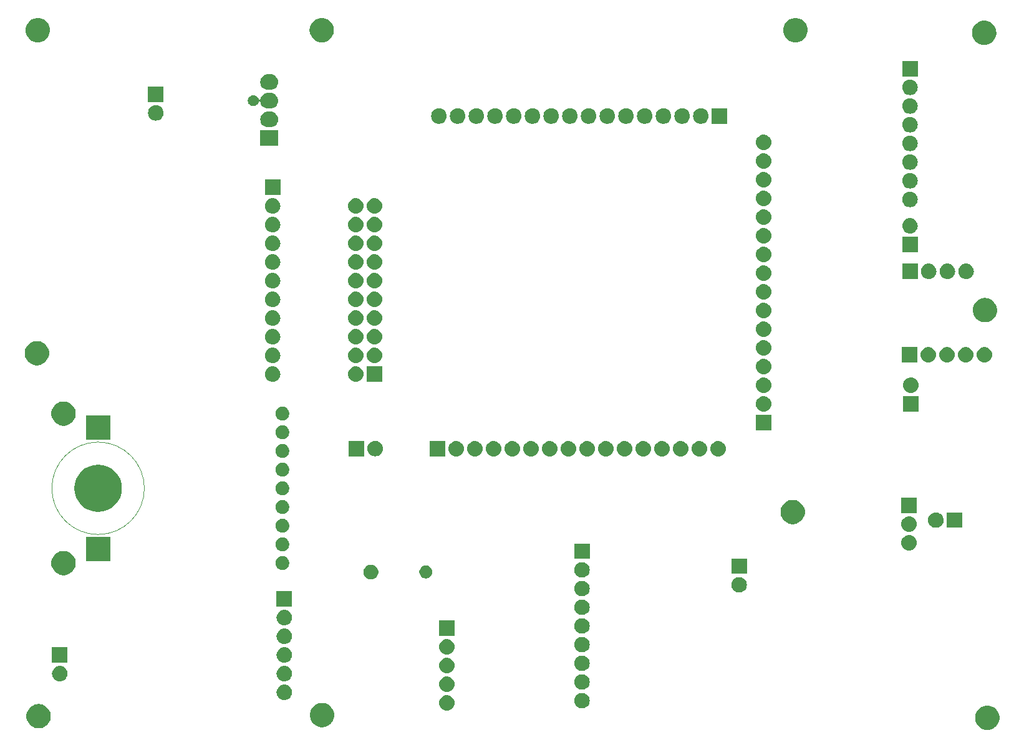
<source format=gbr>
G04 #@! TF.GenerationSoftware,KiCad,Pcbnew,5.0.1-33cea8e~68~ubuntu16.04.1*
G04 #@! TF.CreationDate,2018-10-22T20:59:01-07:00*
G04 #@! TF.ProjectId,integrated-board,696E74656772617465642D626F617264,rev?*
G04 #@! TF.SameCoordinates,Original*
G04 #@! TF.FileFunction,Soldermask,Bot*
G04 #@! TF.FilePolarity,Negative*
%FSLAX46Y46*%
G04 Gerber Fmt 4.6, Leading zero omitted, Abs format (unit mm)*
G04 Created by KiCad (PCBNEW 5.0.1-33cea8e~68~ubuntu16.04.1) date Mon 22 Oct 2018 08:59:01 PM PDT*
%MOMM*%
%LPD*%
G01*
G04 APERTURE LIST*
%ADD10C,0.100000*%
G04 APERTURE END LIST*
D10*
G04 #@! TO.C,B1*
X89663374Y-98893092D02*
G75*
G03X89663374Y-98893092I-6282115J0D01*
G01*
G36*
X204342323Y-128440060D02*
X204581521Y-128487639D01*
X204881947Y-128612080D01*
X205152324Y-128792740D01*
X205382260Y-129022676D01*
X205562920Y-129293053D01*
X205687361Y-129593479D01*
X205750800Y-129912410D01*
X205750800Y-130237590D01*
X205687361Y-130556521D01*
X205562920Y-130856947D01*
X205382260Y-131127324D01*
X205152324Y-131357260D01*
X204881947Y-131537920D01*
X204581521Y-131662361D01*
X204342323Y-131709940D01*
X204262591Y-131725800D01*
X203937409Y-131725800D01*
X203857677Y-131709940D01*
X203618479Y-131662361D01*
X203318053Y-131537920D01*
X203047676Y-131357260D01*
X202817740Y-131127324D01*
X202637080Y-130856947D01*
X202512639Y-130556521D01*
X202449200Y-130237590D01*
X202449200Y-129912410D01*
X202512639Y-129593479D01*
X202637080Y-129293053D01*
X202817740Y-129022676D01*
X203047676Y-128792740D01*
X203318053Y-128612080D01*
X203618479Y-128487639D01*
X203857677Y-128440060D01*
X203937409Y-128424200D01*
X204262591Y-128424200D01*
X204342323Y-128440060D01*
X204342323Y-128440060D01*
G37*
G36*
X75542323Y-128240060D02*
X75781521Y-128287639D01*
X76081947Y-128412080D01*
X76352324Y-128592740D01*
X76582260Y-128822676D01*
X76762920Y-129093053D01*
X76887361Y-129393479D01*
X76950800Y-129712410D01*
X76950800Y-130037590D01*
X76887361Y-130356521D01*
X76762920Y-130656947D01*
X76582260Y-130927324D01*
X76352324Y-131157260D01*
X76081947Y-131337920D01*
X75781521Y-131462361D01*
X75542323Y-131509940D01*
X75462591Y-131525800D01*
X75137409Y-131525800D01*
X75057677Y-131509940D01*
X74818479Y-131462361D01*
X74518053Y-131337920D01*
X74247676Y-131157260D01*
X74017740Y-130927324D01*
X73837080Y-130656947D01*
X73712639Y-130356521D01*
X73649200Y-130037590D01*
X73649200Y-129712410D01*
X73712639Y-129393479D01*
X73837080Y-129093053D01*
X74017740Y-128822676D01*
X74247676Y-128592740D01*
X74518053Y-128412080D01*
X74818479Y-128287639D01*
X75057677Y-128240060D01*
X75137409Y-128224200D01*
X75462591Y-128224200D01*
X75542323Y-128240060D01*
X75542323Y-128240060D01*
G37*
G36*
X114017323Y-128090060D02*
X114256521Y-128137639D01*
X114556947Y-128262080D01*
X114827324Y-128442740D01*
X115057260Y-128672676D01*
X115237920Y-128943053D01*
X115362361Y-129243479D01*
X115425800Y-129562410D01*
X115425800Y-129887590D01*
X115362361Y-130206521D01*
X115237920Y-130506947D01*
X115057260Y-130777324D01*
X114827324Y-131007260D01*
X114556947Y-131187920D01*
X114256521Y-131312361D01*
X114030807Y-131357258D01*
X113937591Y-131375800D01*
X113612409Y-131375800D01*
X113519193Y-131357258D01*
X113293479Y-131312361D01*
X112993053Y-131187920D01*
X112722676Y-131007260D01*
X112492740Y-130777324D01*
X112312080Y-130506947D01*
X112187639Y-130206521D01*
X112124200Y-129887590D01*
X112124200Y-129562410D01*
X112187639Y-129243479D01*
X112312080Y-128943053D01*
X112492740Y-128672676D01*
X112722676Y-128442740D01*
X112993053Y-128262080D01*
X113293479Y-128137639D01*
X113532677Y-128090060D01*
X113612409Y-128074200D01*
X113937591Y-128074200D01*
X114017323Y-128090060D01*
X114017323Y-128090060D01*
G37*
G36*
X130853787Y-127012157D02*
X130930916Y-127019753D01*
X131062867Y-127059780D01*
X131128843Y-127079793D01*
X131311252Y-127177293D01*
X131471134Y-127308506D01*
X131602347Y-127468388D01*
X131699847Y-127650797D01*
X131699847Y-127650798D01*
X131759887Y-127848724D01*
X131780160Y-128054560D01*
X131759887Y-128260396D01*
X131734122Y-128345332D01*
X131699847Y-128458323D01*
X131602347Y-128640732D01*
X131471134Y-128800614D01*
X131311252Y-128931827D01*
X131128843Y-129029327D01*
X131062867Y-129049340D01*
X130930916Y-129089367D01*
X130853787Y-129096963D01*
X130776660Y-129104560D01*
X130673500Y-129104560D01*
X130596373Y-129096963D01*
X130519244Y-129089367D01*
X130387293Y-129049340D01*
X130321317Y-129029327D01*
X130138908Y-128931827D01*
X129979026Y-128800614D01*
X129847813Y-128640732D01*
X129750313Y-128458323D01*
X129716038Y-128345332D01*
X129690273Y-128260396D01*
X129670000Y-128054560D01*
X129690273Y-127848724D01*
X129750313Y-127650798D01*
X129750313Y-127650797D01*
X129847813Y-127468388D01*
X129979026Y-127308506D01*
X130138908Y-127177293D01*
X130321317Y-127079793D01*
X130387293Y-127059780D01*
X130519244Y-127019753D01*
X130596373Y-127012157D01*
X130673500Y-127004560D01*
X130776660Y-127004560D01*
X130853787Y-127012157D01*
X130853787Y-127012157D01*
G37*
G36*
X149202008Y-126716757D02*
X149279137Y-126724354D01*
X149411088Y-126764381D01*
X149477064Y-126784394D01*
X149659473Y-126881894D01*
X149819355Y-127013107D01*
X149950568Y-127172989D01*
X150048068Y-127355398D01*
X150048068Y-127355399D01*
X150108108Y-127553325D01*
X150128381Y-127759161D01*
X150108108Y-127964997D01*
X150080939Y-128054560D01*
X150048068Y-128162924D01*
X149950568Y-128345333D01*
X149819355Y-128505215D01*
X149659473Y-128636428D01*
X149477064Y-128733928D01*
X149411088Y-128753941D01*
X149279137Y-128793968D01*
X149202008Y-128801564D01*
X149124881Y-128809161D01*
X149021721Y-128809161D01*
X148944594Y-128801564D01*
X148867465Y-128793968D01*
X148735514Y-128753941D01*
X148669538Y-128733928D01*
X148487129Y-128636428D01*
X148327247Y-128505215D01*
X148196034Y-128345333D01*
X148098534Y-128162924D01*
X148065663Y-128054560D01*
X148038494Y-127964997D01*
X148018221Y-127759161D01*
X148038494Y-127553325D01*
X148098534Y-127355399D01*
X148098534Y-127355398D01*
X148196034Y-127172989D01*
X148327247Y-127013107D01*
X148487129Y-126881894D01*
X148669538Y-126784394D01*
X148735514Y-126764381D01*
X148867465Y-126724354D01*
X148944594Y-126716757D01*
X149021721Y-126709161D01*
X149124881Y-126709161D01*
X149202008Y-126716757D01*
X149202008Y-126716757D01*
G37*
G36*
X108791187Y-125592476D02*
X108868316Y-125600073D01*
X109000267Y-125640100D01*
X109066243Y-125660113D01*
X109248652Y-125757613D01*
X109408534Y-125888826D01*
X109539747Y-126048708D01*
X109637247Y-126231117D01*
X109648787Y-126269161D01*
X109697287Y-126429044D01*
X109717560Y-126634880D01*
X109697287Y-126840716D01*
X109657260Y-126972667D01*
X109637247Y-127038643D01*
X109539747Y-127221052D01*
X109408534Y-127380934D01*
X109248652Y-127512147D01*
X109066243Y-127609647D01*
X109000267Y-127629660D01*
X108868316Y-127669687D01*
X108791187Y-127677284D01*
X108714060Y-127684880D01*
X108610900Y-127684880D01*
X108533773Y-127677284D01*
X108456644Y-127669687D01*
X108324693Y-127629660D01*
X108258717Y-127609647D01*
X108076308Y-127512147D01*
X107916426Y-127380934D01*
X107785213Y-127221052D01*
X107687713Y-127038643D01*
X107667700Y-126972667D01*
X107627673Y-126840716D01*
X107607400Y-126634880D01*
X107627673Y-126429044D01*
X107676173Y-126269161D01*
X107687713Y-126231117D01*
X107785213Y-126048708D01*
X107916426Y-125888826D01*
X108076308Y-125757613D01*
X108258717Y-125660113D01*
X108324693Y-125640100D01*
X108456644Y-125600073D01*
X108533773Y-125592476D01*
X108610900Y-125584880D01*
X108714060Y-125584880D01*
X108791187Y-125592476D01*
X108791187Y-125592476D01*
G37*
G36*
X130853787Y-124472157D02*
X130930916Y-124479753D01*
X131062867Y-124519780D01*
X131128843Y-124539793D01*
X131311252Y-124637293D01*
X131471134Y-124768506D01*
X131602347Y-124928388D01*
X131699847Y-125110797D01*
X131699847Y-125110798D01*
X131759887Y-125308724D01*
X131780160Y-125514560D01*
X131759887Y-125720396D01*
X131748597Y-125757613D01*
X131699847Y-125918323D01*
X131602347Y-126100732D01*
X131471134Y-126260614D01*
X131311252Y-126391827D01*
X131128843Y-126489327D01*
X131062867Y-126509340D01*
X130930916Y-126549367D01*
X130853787Y-126556963D01*
X130776660Y-126564560D01*
X130673500Y-126564560D01*
X130596373Y-126556963D01*
X130519244Y-126549367D01*
X130387293Y-126509340D01*
X130321317Y-126489327D01*
X130138908Y-126391827D01*
X129979026Y-126260614D01*
X129847813Y-126100732D01*
X129750313Y-125918323D01*
X129701563Y-125757613D01*
X129690273Y-125720396D01*
X129670000Y-125514560D01*
X129690273Y-125308724D01*
X129750313Y-125110798D01*
X129750313Y-125110797D01*
X129847813Y-124928388D01*
X129979026Y-124768506D01*
X130138908Y-124637293D01*
X130321317Y-124539793D01*
X130387293Y-124519780D01*
X130519244Y-124479753D01*
X130596373Y-124472157D01*
X130673500Y-124464560D01*
X130776660Y-124464560D01*
X130853787Y-124472157D01*
X130853787Y-124472157D01*
G37*
G36*
X149202008Y-124176757D02*
X149279137Y-124184354D01*
X149411088Y-124224381D01*
X149477064Y-124244394D01*
X149659473Y-124341894D01*
X149819355Y-124473107D01*
X149950568Y-124632989D01*
X150048068Y-124815398D01*
X150048068Y-124815399D01*
X150108108Y-125013325D01*
X150128381Y-125219161D01*
X150108108Y-125424997D01*
X150080939Y-125514560D01*
X150048068Y-125622924D01*
X149950568Y-125805333D01*
X149819355Y-125965215D01*
X149659473Y-126096428D01*
X149477064Y-126193928D01*
X149411088Y-126213941D01*
X149279137Y-126253968D01*
X149202008Y-126261564D01*
X149124881Y-126269161D01*
X149021721Y-126269161D01*
X148944594Y-126261564D01*
X148867465Y-126253968D01*
X148735514Y-126213941D01*
X148669538Y-126193928D01*
X148487129Y-126096428D01*
X148327247Y-125965215D01*
X148196034Y-125805333D01*
X148098534Y-125622924D01*
X148065663Y-125514560D01*
X148038494Y-125424997D01*
X148018221Y-125219161D01*
X148038494Y-125013325D01*
X148098534Y-124815399D01*
X148098534Y-124815398D01*
X148196034Y-124632989D01*
X148327247Y-124473107D01*
X148487129Y-124341894D01*
X148669538Y-124244394D01*
X148735514Y-124224381D01*
X148867465Y-124184354D01*
X148944594Y-124176757D01*
X149021721Y-124169161D01*
X149124881Y-124169161D01*
X149202008Y-124176757D01*
X149202008Y-124176757D01*
G37*
G36*
X78311187Y-123052476D02*
X78388316Y-123060073D01*
X78520267Y-123100100D01*
X78586243Y-123120113D01*
X78768652Y-123217613D01*
X78928534Y-123348826D01*
X79059747Y-123508708D01*
X79157247Y-123691117D01*
X79168787Y-123729161D01*
X79217287Y-123889044D01*
X79237560Y-124094880D01*
X79217287Y-124300716D01*
X79177260Y-124432667D01*
X79157247Y-124498643D01*
X79059747Y-124681052D01*
X78928534Y-124840934D01*
X78768652Y-124972147D01*
X78586243Y-125069647D01*
X78520267Y-125089660D01*
X78388316Y-125129687D01*
X78311187Y-125137284D01*
X78234060Y-125144880D01*
X78130900Y-125144880D01*
X78053773Y-125137284D01*
X77976644Y-125129687D01*
X77844693Y-125089660D01*
X77778717Y-125069647D01*
X77596308Y-124972147D01*
X77436426Y-124840934D01*
X77305213Y-124681052D01*
X77207713Y-124498643D01*
X77187700Y-124432667D01*
X77147673Y-124300716D01*
X77127400Y-124094880D01*
X77147673Y-123889044D01*
X77196173Y-123729161D01*
X77207713Y-123691117D01*
X77305213Y-123508708D01*
X77436426Y-123348826D01*
X77596308Y-123217613D01*
X77778717Y-123120113D01*
X77844693Y-123100100D01*
X77976644Y-123060073D01*
X78053773Y-123052476D01*
X78130900Y-123044880D01*
X78234060Y-123044880D01*
X78311187Y-123052476D01*
X78311187Y-123052476D01*
G37*
G36*
X108791187Y-123052476D02*
X108868316Y-123060073D01*
X109000267Y-123100100D01*
X109066243Y-123120113D01*
X109248652Y-123217613D01*
X109408534Y-123348826D01*
X109539747Y-123508708D01*
X109637247Y-123691117D01*
X109648787Y-123729161D01*
X109697287Y-123889044D01*
X109717560Y-124094880D01*
X109697287Y-124300716D01*
X109657260Y-124432667D01*
X109637247Y-124498643D01*
X109539747Y-124681052D01*
X109408534Y-124840934D01*
X109248652Y-124972147D01*
X109066243Y-125069647D01*
X109000267Y-125089660D01*
X108868316Y-125129687D01*
X108791187Y-125137284D01*
X108714060Y-125144880D01*
X108610900Y-125144880D01*
X108533773Y-125137284D01*
X108456644Y-125129687D01*
X108324693Y-125089660D01*
X108258717Y-125069647D01*
X108076308Y-124972147D01*
X107916426Y-124840934D01*
X107785213Y-124681052D01*
X107687713Y-124498643D01*
X107667700Y-124432667D01*
X107627673Y-124300716D01*
X107607400Y-124094880D01*
X107627673Y-123889044D01*
X107676173Y-123729161D01*
X107687713Y-123691117D01*
X107785213Y-123508708D01*
X107916426Y-123348826D01*
X108076308Y-123217613D01*
X108258717Y-123120113D01*
X108324693Y-123100100D01*
X108456644Y-123060073D01*
X108533773Y-123052476D01*
X108610900Y-123044880D01*
X108714060Y-123044880D01*
X108791187Y-123052476D01*
X108791187Y-123052476D01*
G37*
G36*
X130853787Y-121932157D02*
X130930916Y-121939753D01*
X131062867Y-121979780D01*
X131128843Y-121999793D01*
X131311252Y-122097293D01*
X131471134Y-122228506D01*
X131602347Y-122388388D01*
X131699847Y-122570797D01*
X131699847Y-122570798D01*
X131759887Y-122768724D01*
X131780160Y-122974560D01*
X131759887Y-123180396D01*
X131748597Y-123217613D01*
X131699847Y-123378323D01*
X131602347Y-123560732D01*
X131471134Y-123720614D01*
X131311252Y-123851827D01*
X131128843Y-123949327D01*
X131062867Y-123969340D01*
X130930916Y-124009367D01*
X130853787Y-124016963D01*
X130776660Y-124024560D01*
X130673500Y-124024560D01*
X130596373Y-124016963D01*
X130519244Y-124009367D01*
X130387293Y-123969340D01*
X130321317Y-123949327D01*
X130138908Y-123851827D01*
X129979026Y-123720614D01*
X129847813Y-123560732D01*
X129750313Y-123378323D01*
X129701563Y-123217613D01*
X129690273Y-123180396D01*
X129670000Y-122974560D01*
X129690273Y-122768724D01*
X129750313Y-122570798D01*
X129750313Y-122570797D01*
X129847813Y-122388388D01*
X129979026Y-122228506D01*
X130138908Y-122097293D01*
X130321317Y-121999793D01*
X130387293Y-121979780D01*
X130519244Y-121939753D01*
X130596373Y-121932157D01*
X130673500Y-121924560D01*
X130776660Y-121924560D01*
X130853787Y-121932157D01*
X130853787Y-121932157D01*
G37*
G36*
X149202008Y-121636757D02*
X149279137Y-121644354D01*
X149411088Y-121684381D01*
X149477064Y-121704394D01*
X149659473Y-121801894D01*
X149819355Y-121933107D01*
X149950568Y-122092989D01*
X150048068Y-122275398D01*
X150048068Y-122275399D01*
X150108108Y-122473325D01*
X150128381Y-122679161D01*
X150108108Y-122884997D01*
X150080939Y-122974560D01*
X150048068Y-123082924D01*
X149950568Y-123265333D01*
X149819355Y-123425215D01*
X149659473Y-123556428D01*
X149477064Y-123653928D01*
X149411088Y-123673941D01*
X149279137Y-123713968D01*
X149202008Y-123721565D01*
X149124881Y-123729161D01*
X149021721Y-123729161D01*
X148944594Y-123721565D01*
X148867465Y-123713968D01*
X148735514Y-123673941D01*
X148669538Y-123653928D01*
X148487129Y-123556428D01*
X148327247Y-123425215D01*
X148196034Y-123265333D01*
X148098534Y-123082924D01*
X148065663Y-122974560D01*
X148038494Y-122884997D01*
X148018221Y-122679161D01*
X148038494Y-122473325D01*
X148098534Y-122275399D01*
X148098534Y-122275398D01*
X148196034Y-122092989D01*
X148327247Y-121933107D01*
X148487129Y-121801894D01*
X148669538Y-121704394D01*
X148735514Y-121684381D01*
X148867465Y-121644354D01*
X148944594Y-121636757D01*
X149021721Y-121629161D01*
X149124881Y-121629161D01*
X149202008Y-121636757D01*
X149202008Y-121636757D01*
G37*
G36*
X79232480Y-122604880D02*
X77132480Y-122604880D01*
X77132480Y-120504880D01*
X79232480Y-120504880D01*
X79232480Y-122604880D01*
X79232480Y-122604880D01*
G37*
G36*
X108791187Y-120512476D02*
X108868316Y-120520073D01*
X109000267Y-120560100D01*
X109066243Y-120580113D01*
X109248652Y-120677613D01*
X109408534Y-120808826D01*
X109539747Y-120968708D01*
X109637247Y-121151117D01*
X109648787Y-121189161D01*
X109697287Y-121349044D01*
X109717560Y-121554880D01*
X109697287Y-121760716D01*
X109657260Y-121892667D01*
X109637247Y-121958643D01*
X109539747Y-122141052D01*
X109408534Y-122300934D01*
X109248652Y-122432147D01*
X109066243Y-122529647D01*
X109000267Y-122549660D01*
X108868316Y-122589687D01*
X108791187Y-122597283D01*
X108714060Y-122604880D01*
X108610900Y-122604880D01*
X108533773Y-122597283D01*
X108456644Y-122589687D01*
X108324693Y-122549660D01*
X108258717Y-122529647D01*
X108076308Y-122432147D01*
X107916426Y-122300934D01*
X107785213Y-122141052D01*
X107687713Y-121958643D01*
X107667700Y-121892667D01*
X107627673Y-121760716D01*
X107607400Y-121554880D01*
X107627673Y-121349044D01*
X107676173Y-121189161D01*
X107687713Y-121151117D01*
X107785213Y-120968708D01*
X107916426Y-120808826D01*
X108076308Y-120677613D01*
X108258717Y-120580113D01*
X108324693Y-120560100D01*
X108456644Y-120520073D01*
X108533773Y-120512476D01*
X108610900Y-120504880D01*
X108714060Y-120504880D01*
X108791187Y-120512476D01*
X108791187Y-120512476D01*
G37*
G36*
X130853787Y-119392156D02*
X130930916Y-119399753D01*
X131062867Y-119439780D01*
X131128843Y-119459793D01*
X131311252Y-119557293D01*
X131471134Y-119688506D01*
X131602347Y-119848388D01*
X131699847Y-120030797D01*
X131699847Y-120030798D01*
X131759887Y-120228724D01*
X131780160Y-120434560D01*
X131759887Y-120640396D01*
X131748597Y-120677613D01*
X131699847Y-120838323D01*
X131602347Y-121020732D01*
X131471134Y-121180614D01*
X131311252Y-121311827D01*
X131128843Y-121409327D01*
X131062867Y-121429340D01*
X130930916Y-121469367D01*
X130853787Y-121476964D01*
X130776660Y-121484560D01*
X130673500Y-121484560D01*
X130596373Y-121476964D01*
X130519244Y-121469367D01*
X130387293Y-121429340D01*
X130321317Y-121409327D01*
X130138908Y-121311827D01*
X129979026Y-121180614D01*
X129847813Y-121020732D01*
X129750313Y-120838323D01*
X129701563Y-120677613D01*
X129690273Y-120640396D01*
X129670000Y-120434560D01*
X129690273Y-120228724D01*
X129750313Y-120030798D01*
X129750313Y-120030797D01*
X129847813Y-119848388D01*
X129979026Y-119688506D01*
X130138908Y-119557293D01*
X130321317Y-119459793D01*
X130387293Y-119439780D01*
X130519244Y-119399753D01*
X130596373Y-119392156D01*
X130673500Y-119384560D01*
X130776660Y-119384560D01*
X130853787Y-119392156D01*
X130853787Y-119392156D01*
G37*
G36*
X149202008Y-119096757D02*
X149279137Y-119104354D01*
X149411088Y-119144381D01*
X149477064Y-119164394D01*
X149659473Y-119261894D01*
X149819355Y-119393107D01*
X149950568Y-119552989D01*
X150048068Y-119735398D01*
X150048068Y-119735399D01*
X150108108Y-119933325D01*
X150128381Y-120139161D01*
X150108108Y-120344997D01*
X150080939Y-120434560D01*
X150048068Y-120542924D01*
X149950568Y-120725333D01*
X149819355Y-120885215D01*
X149659473Y-121016428D01*
X149477064Y-121113928D01*
X149411088Y-121133941D01*
X149279137Y-121173968D01*
X149202008Y-121181565D01*
X149124881Y-121189161D01*
X149021721Y-121189161D01*
X148944594Y-121181565D01*
X148867465Y-121173968D01*
X148735514Y-121133941D01*
X148669538Y-121113928D01*
X148487129Y-121016428D01*
X148327247Y-120885215D01*
X148196034Y-120725333D01*
X148098534Y-120542924D01*
X148065663Y-120434560D01*
X148038494Y-120344997D01*
X148018221Y-120139161D01*
X148038494Y-119933325D01*
X148098534Y-119735399D01*
X148098534Y-119735398D01*
X148196034Y-119552989D01*
X148327247Y-119393107D01*
X148487129Y-119261894D01*
X148669538Y-119164394D01*
X148735514Y-119144381D01*
X148867465Y-119104354D01*
X148944594Y-119096757D01*
X149021721Y-119089161D01*
X149124881Y-119089161D01*
X149202008Y-119096757D01*
X149202008Y-119096757D01*
G37*
G36*
X108791187Y-117972477D02*
X108868316Y-117980073D01*
X109000267Y-118020100D01*
X109066243Y-118040113D01*
X109248652Y-118137613D01*
X109408534Y-118268826D01*
X109539747Y-118428708D01*
X109637247Y-118611117D01*
X109648787Y-118649161D01*
X109697287Y-118809044D01*
X109717560Y-119014880D01*
X109697287Y-119220716D01*
X109657260Y-119352667D01*
X109637247Y-119418643D01*
X109539747Y-119601052D01*
X109408534Y-119760934D01*
X109248652Y-119892147D01*
X109066243Y-119989647D01*
X109000267Y-120009660D01*
X108868316Y-120049687D01*
X108791187Y-120057284D01*
X108714060Y-120064880D01*
X108610900Y-120064880D01*
X108533773Y-120057284D01*
X108456644Y-120049687D01*
X108324693Y-120009660D01*
X108258717Y-119989647D01*
X108076308Y-119892147D01*
X107916426Y-119760934D01*
X107785213Y-119601052D01*
X107687713Y-119418643D01*
X107667700Y-119352667D01*
X107627673Y-119220716D01*
X107607400Y-119014880D01*
X107627673Y-118809044D01*
X107676173Y-118649161D01*
X107687713Y-118611117D01*
X107785213Y-118428708D01*
X107916426Y-118268826D01*
X108076308Y-118137613D01*
X108258717Y-118040113D01*
X108324693Y-118020100D01*
X108456644Y-117980073D01*
X108533773Y-117972477D01*
X108610900Y-117964880D01*
X108714060Y-117964880D01*
X108791187Y-117972477D01*
X108791187Y-117972477D01*
G37*
G36*
X131775080Y-118944560D02*
X129675080Y-118944560D01*
X129675080Y-116844560D01*
X131775080Y-116844560D01*
X131775080Y-118944560D01*
X131775080Y-118944560D01*
G37*
G36*
X149202008Y-116556757D02*
X149279137Y-116564354D01*
X149411088Y-116604381D01*
X149477064Y-116624394D01*
X149659473Y-116721894D01*
X149819355Y-116853107D01*
X149950568Y-117012989D01*
X150048068Y-117195398D01*
X150048068Y-117195399D01*
X150108108Y-117393325D01*
X150128381Y-117599161D01*
X150108108Y-117804997D01*
X150068081Y-117936948D01*
X150048068Y-118002924D01*
X149950568Y-118185333D01*
X149819355Y-118345215D01*
X149659473Y-118476428D01*
X149477064Y-118573928D01*
X149411088Y-118593941D01*
X149279137Y-118633968D01*
X149202008Y-118641564D01*
X149124881Y-118649161D01*
X149021721Y-118649161D01*
X148944594Y-118641564D01*
X148867465Y-118633968D01*
X148735514Y-118593941D01*
X148669538Y-118573928D01*
X148487129Y-118476428D01*
X148327247Y-118345215D01*
X148196034Y-118185333D01*
X148098534Y-118002924D01*
X148078521Y-117936948D01*
X148038494Y-117804997D01*
X148018221Y-117599161D01*
X148038494Y-117393325D01*
X148098534Y-117195399D01*
X148098534Y-117195398D01*
X148196034Y-117012989D01*
X148327247Y-116853107D01*
X148487129Y-116721894D01*
X148669538Y-116624394D01*
X148735514Y-116604381D01*
X148867465Y-116564354D01*
X148944594Y-116556757D01*
X149021721Y-116549161D01*
X149124881Y-116549161D01*
X149202008Y-116556757D01*
X149202008Y-116556757D01*
G37*
G36*
X108791187Y-115432477D02*
X108868316Y-115440073D01*
X109000267Y-115480100D01*
X109066243Y-115500113D01*
X109248652Y-115597613D01*
X109408534Y-115728826D01*
X109539747Y-115888708D01*
X109637247Y-116071117D01*
X109648787Y-116109161D01*
X109697287Y-116269044D01*
X109717560Y-116474880D01*
X109697287Y-116680716D01*
X109657260Y-116812667D01*
X109637247Y-116878643D01*
X109539747Y-117061052D01*
X109408534Y-117220934D01*
X109248652Y-117352147D01*
X109066243Y-117449647D01*
X109000267Y-117469660D01*
X108868316Y-117509687D01*
X108791187Y-117517284D01*
X108714060Y-117524880D01*
X108610900Y-117524880D01*
X108533773Y-117517284D01*
X108456644Y-117509687D01*
X108324693Y-117469660D01*
X108258717Y-117449647D01*
X108076308Y-117352147D01*
X107916426Y-117220934D01*
X107785213Y-117061052D01*
X107687713Y-116878643D01*
X107667700Y-116812667D01*
X107627673Y-116680716D01*
X107607400Y-116474880D01*
X107627673Y-116269044D01*
X107676173Y-116109161D01*
X107687713Y-116071117D01*
X107785213Y-115888708D01*
X107916426Y-115728826D01*
X108076308Y-115597613D01*
X108258717Y-115500113D01*
X108324693Y-115480100D01*
X108456644Y-115440073D01*
X108533773Y-115432477D01*
X108610900Y-115424880D01*
X108714060Y-115424880D01*
X108791187Y-115432477D01*
X108791187Y-115432477D01*
G37*
G36*
X149202008Y-114016758D02*
X149279137Y-114024354D01*
X149411088Y-114064381D01*
X149477064Y-114084394D01*
X149659473Y-114181894D01*
X149819355Y-114313107D01*
X149950568Y-114472989D01*
X150048068Y-114655398D01*
X150048068Y-114655399D01*
X150108108Y-114853325D01*
X150128381Y-115059161D01*
X150108108Y-115264997D01*
X150068081Y-115396948D01*
X150048068Y-115462924D01*
X149950568Y-115645333D01*
X149819355Y-115805215D01*
X149659473Y-115936428D01*
X149477064Y-116033928D01*
X149411088Y-116053941D01*
X149279137Y-116093968D01*
X149202008Y-116101564D01*
X149124881Y-116109161D01*
X149021721Y-116109161D01*
X148944594Y-116101564D01*
X148867465Y-116093968D01*
X148735514Y-116053941D01*
X148669538Y-116033928D01*
X148487129Y-115936428D01*
X148327247Y-115805215D01*
X148196034Y-115645333D01*
X148098534Y-115462924D01*
X148078521Y-115396948D01*
X148038494Y-115264997D01*
X148018221Y-115059161D01*
X148038494Y-114853325D01*
X148098534Y-114655399D01*
X148098534Y-114655398D01*
X148196034Y-114472989D01*
X148327247Y-114313107D01*
X148487129Y-114181894D01*
X148669538Y-114084394D01*
X148735514Y-114064381D01*
X148867465Y-114024354D01*
X148944594Y-114016758D01*
X149021721Y-114009161D01*
X149124881Y-114009161D01*
X149202008Y-114016758D01*
X149202008Y-114016758D01*
G37*
G36*
X109712480Y-114984880D02*
X107612480Y-114984880D01*
X107612480Y-112884880D01*
X109712480Y-112884880D01*
X109712480Y-114984880D01*
X109712480Y-114984880D01*
G37*
G36*
X149202008Y-111476758D02*
X149279137Y-111484354D01*
X149411088Y-111524381D01*
X149477064Y-111544394D01*
X149659473Y-111641894D01*
X149819355Y-111773107D01*
X149950568Y-111932989D01*
X150048068Y-112115398D01*
X150048068Y-112115399D01*
X150108108Y-112313325D01*
X150128381Y-112519161D01*
X150108108Y-112724997D01*
X150097425Y-112760214D01*
X150048068Y-112922924D01*
X149950568Y-113105333D01*
X149819355Y-113265215D01*
X149659473Y-113396428D01*
X149477064Y-113493928D01*
X149411088Y-113513941D01*
X149279137Y-113553968D01*
X149202008Y-113561565D01*
X149124881Y-113569161D01*
X149021721Y-113569161D01*
X148944594Y-113561565D01*
X148867465Y-113553968D01*
X148735514Y-113513941D01*
X148669538Y-113493928D01*
X148487129Y-113396428D01*
X148327247Y-113265215D01*
X148196034Y-113105333D01*
X148098534Y-112922924D01*
X148049177Y-112760214D01*
X148038494Y-112724997D01*
X148018221Y-112519161D01*
X148038494Y-112313325D01*
X148098534Y-112115399D01*
X148098534Y-112115398D01*
X148196034Y-111932989D01*
X148327247Y-111773107D01*
X148487129Y-111641894D01*
X148669538Y-111544394D01*
X148735514Y-111524381D01*
X148867465Y-111484354D01*
X148944594Y-111476758D01*
X149021721Y-111469161D01*
X149124881Y-111469161D01*
X149202008Y-111476758D01*
X149202008Y-111476758D01*
G37*
G36*
X170537007Y-110971756D02*
X170614136Y-110979353D01*
X170746087Y-111019380D01*
X170812063Y-111039393D01*
X170994472Y-111136893D01*
X171154354Y-111268106D01*
X171285567Y-111427988D01*
X171383067Y-111610397D01*
X171383067Y-111610398D01*
X171443107Y-111808324D01*
X171463380Y-112014160D01*
X171443107Y-112219996D01*
X171414796Y-112313325D01*
X171383067Y-112417923D01*
X171285567Y-112600332D01*
X171154354Y-112760214D01*
X170994472Y-112891427D01*
X170812063Y-112988927D01*
X170746087Y-113008940D01*
X170614136Y-113048967D01*
X170537007Y-113056563D01*
X170459880Y-113064160D01*
X170356720Y-113064160D01*
X170279593Y-113056563D01*
X170202464Y-113048967D01*
X170070513Y-113008940D01*
X170004537Y-112988927D01*
X169822128Y-112891427D01*
X169662246Y-112760214D01*
X169531033Y-112600332D01*
X169433533Y-112417923D01*
X169401804Y-112313325D01*
X169373493Y-112219996D01*
X169353220Y-112014160D01*
X169373493Y-111808324D01*
X169433533Y-111610398D01*
X169433533Y-111610397D01*
X169531033Y-111427988D01*
X169662246Y-111268106D01*
X169822128Y-111136893D01*
X170004537Y-111039393D01*
X170070513Y-111019380D01*
X170202464Y-110979353D01*
X170279593Y-110971756D01*
X170356720Y-110964160D01*
X170459880Y-110964160D01*
X170537007Y-110971756D01*
X170537007Y-110971756D01*
G37*
G36*
X120600850Y-109289932D02*
X120716769Y-109312989D01*
X120898758Y-109388371D01*
X121062543Y-109497809D01*
X121201831Y-109637097D01*
X121311269Y-109800882D01*
X121386651Y-109982871D01*
X121425080Y-110176069D01*
X121425080Y-110373051D01*
X121386651Y-110566249D01*
X121311269Y-110748238D01*
X121201831Y-110912023D01*
X121062543Y-111051311D01*
X120898758Y-111160749D01*
X120716769Y-111236131D01*
X120600850Y-111259188D01*
X120523573Y-111274560D01*
X120326587Y-111274560D01*
X120249310Y-111259188D01*
X120133391Y-111236131D01*
X119951402Y-111160749D01*
X119787617Y-111051311D01*
X119648329Y-110912023D01*
X119538891Y-110748238D01*
X119463509Y-110566249D01*
X119425080Y-110373051D01*
X119425080Y-110176069D01*
X119463509Y-109982871D01*
X119538891Y-109800882D01*
X119648329Y-109637097D01*
X119787617Y-109497809D01*
X119951402Y-109388371D01*
X120133391Y-109312989D01*
X120249310Y-109289932D01*
X120326587Y-109274560D01*
X120523573Y-109274560D01*
X120600850Y-109289932D01*
X120600850Y-109289932D01*
G37*
G36*
X128130308Y-109433185D02*
X128289547Y-109499144D01*
X128432863Y-109594905D01*
X128554735Y-109716777D01*
X128650496Y-109860093D01*
X128716455Y-110019332D01*
X128750080Y-110188379D01*
X128750080Y-110360741D01*
X128716455Y-110529788D01*
X128650496Y-110689027D01*
X128554735Y-110832343D01*
X128432863Y-110954215D01*
X128289547Y-111049976D01*
X128130308Y-111115935D01*
X127961261Y-111149560D01*
X127788899Y-111149560D01*
X127619852Y-111115935D01*
X127460613Y-111049976D01*
X127317297Y-110954215D01*
X127195425Y-110832343D01*
X127099664Y-110689027D01*
X127033705Y-110529788D01*
X127000080Y-110360741D01*
X127000080Y-110188379D01*
X127033705Y-110019332D01*
X127099664Y-109860093D01*
X127195425Y-109716777D01*
X127317297Y-109594905D01*
X127460613Y-109499144D01*
X127619852Y-109433185D01*
X127788899Y-109399560D01*
X127961261Y-109399560D01*
X128130308Y-109433185D01*
X128130308Y-109433185D01*
G37*
G36*
X149202008Y-108936757D02*
X149279137Y-108944354D01*
X149411088Y-108984381D01*
X149477064Y-109004394D01*
X149659473Y-109101894D01*
X149819355Y-109233107D01*
X149950568Y-109392989D01*
X150048068Y-109575398D01*
X150053985Y-109594905D01*
X150108108Y-109773325D01*
X150128381Y-109979161D01*
X150108108Y-110184997D01*
X150068081Y-110316948D01*
X150048068Y-110382924D01*
X149950568Y-110565333D01*
X149819355Y-110725215D01*
X149659473Y-110856428D01*
X149477064Y-110953928D01*
X149443333Y-110964160D01*
X149279137Y-111013968D01*
X149202008Y-111021565D01*
X149124881Y-111029161D01*
X149021721Y-111029161D01*
X148944594Y-111021565D01*
X148867465Y-111013968D01*
X148703269Y-110964160D01*
X148669538Y-110953928D01*
X148487129Y-110856428D01*
X148327247Y-110725215D01*
X148196034Y-110565333D01*
X148098534Y-110382924D01*
X148078521Y-110316948D01*
X148038494Y-110184997D01*
X148018221Y-109979161D01*
X148038494Y-109773325D01*
X148092617Y-109594905D01*
X148098534Y-109575398D01*
X148196034Y-109392989D01*
X148327247Y-109233107D01*
X148487129Y-109101894D01*
X148669538Y-109004394D01*
X148735514Y-108984381D01*
X148867465Y-108944354D01*
X148944594Y-108936757D01*
X149021721Y-108929161D01*
X149124881Y-108929161D01*
X149202008Y-108936757D01*
X149202008Y-108936757D01*
G37*
G36*
X78917665Y-107416776D02*
X79163780Y-107465731D01*
X79464206Y-107590172D01*
X79734583Y-107770832D01*
X79964519Y-108000768D01*
X80145179Y-108271145D01*
X80269620Y-108571571D01*
X80276852Y-108607929D01*
X80333059Y-108890501D01*
X80333059Y-109215683D01*
X80317199Y-109295415D01*
X80269620Y-109534613D01*
X80145179Y-109835039D01*
X79964519Y-110105416D01*
X79734583Y-110335352D01*
X79464206Y-110516012D01*
X79163780Y-110640453D01*
X78924582Y-110688032D01*
X78844850Y-110703892D01*
X78519668Y-110703892D01*
X78439936Y-110688032D01*
X78200738Y-110640453D01*
X77900312Y-110516012D01*
X77629935Y-110335352D01*
X77399999Y-110105416D01*
X77219339Y-109835039D01*
X77094898Y-109534613D01*
X77047319Y-109295415D01*
X77031459Y-109215683D01*
X77031459Y-108890501D01*
X77087666Y-108607929D01*
X77094898Y-108571571D01*
X77219339Y-108271145D01*
X77399999Y-108000768D01*
X77629935Y-107770832D01*
X77900312Y-107590172D01*
X78200738Y-107465731D01*
X78446853Y-107416776D01*
X78519668Y-107402292D01*
X78844850Y-107402292D01*
X78917665Y-107416776D01*
X78917665Y-107416776D01*
G37*
G36*
X171458300Y-110524160D02*
X169358300Y-110524160D01*
X169358300Y-108424160D01*
X171458300Y-108424160D01*
X171458300Y-110524160D01*
X171458300Y-110524160D01*
G37*
G36*
X108583604Y-108131350D02*
X108674388Y-108149408D01*
X108845421Y-108220252D01*
X108845422Y-108220253D01*
X108999349Y-108323104D01*
X109130247Y-108454002D01*
X109130249Y-108454005D01*
X109233099Y-108607930D01*
X109303943Y-108778963D01*
X109303943Y-108778965D01*
X109336842Y-108944354D01*
X109340059Y-108960530D01*
X109340059Y-109145654D01*
X109303943Y-109327221D01*
X109233099Y-109498254D01*
X109181553Y-109575398D01*
X109130247Y-109652182D01*
X108999349Y-109783080D01*
X108999346Y-109783082D01*
X108845421Y-109885932D01*
X108674388Y-109956776D01*
X108583604Y-109974834D01*
X108492823Y-109992892D01*
X108307695Y-109992892D01*
X108216914Y-109974834D01*
X108126130Y-109956776D01*
X107955097Y-109885932D01*
X107801172Y-109783082D01*
X107801169Y-109783080D01*
X107670271Y-109652182D01*
X107618965Y-109575398D01*
X107567419Y-109498254D01*
X107496575Y-109327221D01*
X107460459Y-109145654D01*
X107460459Y-108960530D01*
X107463677Y-108944354D01*
X107496575Y-108778965D01*
X107496575Y-108778963D01*
X107567419Y-108607930D01*
X107670269Y-108454005D01*
X107670271Y-108454002D01*
X107801169Y-108323104D01*
X107955096Y-108220253D01*
X107955097Y-108220252D01*
X108126130Y-108149408D01*
X108216914Y-108131350D01*
X108307695Y-108113292D01*
X108492823Y-108113292D01*
X108583604Y-108131350D01*
X108583604Y-108131350D01*
G37*
G36*
X85032059Y-108769292D02*
X81730459Y-108769292D01*
X81730459Y-105467692D01*
X85032059Y-105467692D01*
X85032059Y-108769292D01*
X85032059Y-108769292D01*
G37*
G36*
X150123301Y-108489161D02*
X148023301Y-108489161D01*
X148023301Y-106389161D01*
X150123301Y-106389161D01*
X150123301Y-108489161D01*
X150123301Y-108489161D01*
G37*
G36*
X108583605Y-105591350D02*
X108674388Y-105609408D01*
X108845421Y-105680252D01*
X108997268Y-105781713D01*
X108999349Y-105783104D01*
X109130247Y-105914002D01*
X109130249Y-105914005D01*
X109233099Y-106067930D01*
X109303943Y-106238963D01*
X109303943Y-106238965D01*
X109333820Y-106389161D01*
X109340059Y-106420530D01*
X109340059Y-106605654D01*
X109303943Y-106787221D01*
X109233099Y-106958254D01*
X109233098Y-106958255D01*
X109130247Y-107112182D01*
X108999349Y-107243080D01*
X108999346Y-107243082D01*
X108845421Y-107345932D01*
X108674388Y-107416776D01*
X108583605Y-107434834D01*
X108492823Y-107452892D01*
X108307695Y-107452892D01*
X108216913Y-107434834D01*
X108126130Y-107416776D01*
X107955097Y-107345932D01*
X107801172Y-107243082D01*
X107801169Y-107243080D01*
X107670271Y-107112182D01*
X107567420Y-106958255D01*
X107567419Y-106958254D01*
X107496575Y-106787221D01*
X107460459Y-106605654D01*
X107460459Y-106420530D01*
X107466699Y-106389161D01*
X107496575Y-106238965D01*
X107496575Y-106238963D01*
X107567419Y-106067930D01*
X107670269Y-105914005D01*
X107670271Y-105914002D01*
X107801169Y-105783104D01*
X107803250Y-105781713D01*
X107955097Y-105680252D01*
X108126130Y-105609408D01*
X108216913Y-105591350D01*
X108307695Y-105573292D01*
X108492823Y-105573292D01*
X108583605Y-105591350D01*
X108583605Y-105591350D01*
G37*
G36*
X193604347Y-105245436D02*
X193681476Y-105253033D01*
X193813427Y-105293060D01*
X193879403Y-105313073D01*
X194061812Y-105410573D01*
X194221694Y-105541786D01*
X194352907Y-105701668D01*
X194450407Y-105884077D01*
X194450407Y-105884078D01*
X194510447Y-106082004D01*
X194530720Y-106287840D01*
X194510447Y-106493676D01*
X194476479Y-106605654D01*
X194450407Y-106691603D01*
X194352907Y-106874012D01*
X194221694Y-107033894D01*
X194061812Y-107165107D01*
X193879403Y-107262607D01*
X193813427Y-107282620D01*
X193681476Y-107322647D01*
X193604347Y-107330243D01*
X193527220Y-107337840D01*
X193424060Y-107337840D01*
X193346933Y-107330243D01*
X193269804Y-107322647D01*
X193137853Y-107282620D01*
X193071877Y-107262607D01*
X192889468Y-107165107D01*
X192729586Y-107033894D01*
X192598373Y-106874012D01*
X192500873Y-106691603D01*
X192474801Y-106605654D01*
X192440833Y-106493676D01*
X192420560Y-106287840D01*
X192440833Y-106082004D01*
X192500873Y-105884078D01*
X192500873Y-105884077D01*
X192598373Y-105701668D01*
X192729586Y-105541786D01*
X192889468Y-105410573D01*
X193071877Y-105313073D01*
X193137853Y-105293060D01*
X193269804Y-105253033D01*
X193346933Y-105245436D01*
X193424060Y-105237840D01*
X193527220Y-105237840D01*
X193604347Y-105245436D01*
X193604347Y-105245436D01*
G37*
G36*
X108583605Y-103051350D02*
X108674388Y-103069408D01*
X108845421Y-103140252D01*
X108900903Y-103177324D01*
X108999349Y-103243104D01*
X109130247Y-103374002D01*
X109130249Y-103374005D01*
X109233099Y-103527930D01*
X109303943Y-103698963D01*
X109303943Y-103698965D01*
X109340059Y-103880528D01*
X109340059Y-104065656D01*
X109322963Y-104151602D01*
X109303943Y-104247221D01*
X109233099Y-104418254D01*
X109233098Y-104418255D01*
X109130247Y-104572182D01*
X108999349Y-104703080D01*
X108999346Y-104703082D01*
X108845421Y-104805932D01*
X108674388Y-104876776D01*
X108583605Y-104894834D01*
X108492823Y-104912892D01*
X108307695Y-104912892D01*
X108216913Y-104894834D01*
X108126130Y-104876776D01*
X107955097Y-104805932D01*
X107801172Y-104703082D01*
X107801169Y-104703080D01*
X107670271Y-104572182D01*
X107567420Y-104418255D01*
X107567419Y-104418254D01*
X107496575Y-104247221D01*
X107477555Y-104151602D01*
X107460459Y-104065656D01*
X107460459Y-103880528D01*
X107496575Y-103698965D01*
X107496575Y-103698963D01*
X107567419Y-103527930D01*
X107670269Y-103374005D01*
X107670271Y-103374002D01*
X107801169Y-103243104D01*
X107899615Y-103177324D01*
X107955097Y-103140252D01*
X108126130Y-103069408D01*
X108216913Y-103051350D01*
X108307695Y-103033292D01*
X108492823Y-103033292D01*
X108583605Y-103051350D01*
X108583605Y-103051350D01*
G37*
G36*
X193604347Y-102705437D02*
X193681476Y-102713033D01*
X193813427Y-102753060D01*
X193879403Y-102773073D01*
X194061812Y-102870573D01*
X194221694Y-103001786D01*
X194352907Y-103161668D01*
X194450407Y-103344077D01*
X194450407Y-103344078D01*
X194510447Y-103542004D01*
X194530720Y-103747840D01*
X194510447Y-103953676D01*
X194507608Y-103963034D01*
X194450407Y-104151603D01*
X194352907Y-104334012D01*
X194221694Y-104493894D01*
X194061812Y-104625107D01*
X193879403Y-104722607D01*
X193813427Y-104742620D01*
X193681476Y-104782647D01*
X193604347Y-104790244D01*
X193527220Y-104797840D01*
X193424060Y-104797840D01*
X193346933Y-104790244D01*
X193269804Y-104782647D01*
X193137853Y-104742620D01*
X193071877Y-104722607D01*
X192889468Y-104625107D01*
X192729586Y-104493894D01*
X192598373Y-104334012D01*
X192500873Y-104151603D01*
X192443672Y-103963034D01*
X192440833Y-103953676D01*
X192420560Y-103747840D01*
X192440833Y-103542004D01*
X192500873Y-103344078D01*
X192500873Y-103344077D01*
X192598373Y-103161668D01*
X192729586Y-103001786D01*
X192889468Y-102870573D01*
X193071877Y-102773073D01*
X193137853Y-102753060D01*
X193269804Y-102713033D01*
X193346933Y-102705436D01*
X193424060Y-102697840D01*
X193527220Y-102697840D01*
X193604347Y-102705437D01*
X193604347Y-102705437D01*
G37*
G36*
X197251787Y-102174577D02*
X197328916Y-102182173D01*
X197460867Y-102222200D01*
X197526843Y-102242213D01*
X197709252Y-102339713D01*
X197869134Y-102470926D01*
X198000347Y-102630808D01*
X198097847Y-102813217D01*
X198097847Y-102813218D01*
X198157887Y-103011144D01*
X198178160Y-103216980D01*
X198157887Y-103422816D01*
X198126001Y-103527929D01*
X198097847Y-103620743D01*
X198000347Y-103803152D01*
X197869134Y-103963034D01*
X197709252Y-104094247D01*
X197526843Y-104191747D01*
X197460867Y-104211760D01*
X197328916Y-104251787D01*
X197251787Y-104259384D01*
X197174660Y-104266980D01*
X197071500Y-104266980D01*
X196994373Y-104259384D01*
X196917244Y-104251787D01*
X196785293Y-104211760D01*
X196719317Y-104191747D01*
X196536908Y-104094247D01*
X196377026Y-103963034D01*
X196245813Y-103803152D01*
X196148313Y-103620743D01*
X196120159Y-103527929D01*
X196088273Y-103422816D01*
X196068000Y-103216980D01*
X196088273Y-103011144D01*
X196148313Y-102813218D01*
X196148313Y-102813217D01*
X196245813Y-102630808D01*
X196377026Y-102470926D01*
X196536908Y-102339713D01*
X196719317Y-102242213D01*
X196785293Y-102222200D01*
X196917244Y-102182173D01*
X196994373Y-102174577D01*
X197071500Y-102166980D01*
X197174660Y-102166980D01*
X197251787Y-102174577D01*
X197251787Y-102174577D01*
G37*
G36*
X200713080Y-104266980D02*
X198613080Y-104266980D01*
X198613080Y-102166980D01*
X200713080Y-102166980D01*
X200713080Y-104266980D01*
X200713080Y-104266980D01*
G37*
G36*
X177917323Y-100490060D02*
X178156521Y-100537639D01*
X178456947Y-100662080D01*
X178727324Y-100842740D01*
X178957260Y-101072676D01*
X179137920Y-101343053D01*
X179262361Y-101643479D01*
X179325800Y-101962410D01*
X179325800Y-102287590D01*
X179262361Y-102606521D01*
X179137920Y-102906947D01*
X178957260Y-103177324D01*
X178727324Y-103407260D01*
X178456947Y-103587920D01*
X178156521Y-103712361D01*
X177917323Y-103759940D01*
X177837591Y-103775800D01*
X177512409Y-103775800D01*
X177432677Y-103759940D01*
X177193479Y-103712361D01*
X176893053Y-103587920D01*
X176622676Y-103407260D01*
X176392740Y-103177324D01*
X176212080Y-102906947D01*
X176087639Y-102606521D01*
X176024200Y-102287590D01*
X176024200Y-101962410D01*
X176087639Y-101643479D01*
X176212080Y-101343053D01*
X176392740Y-101072676D01*
X176622676Y-100842740D01*
X176893053Y-100662080D01*
X177193479Y-100537639D01*
X177432677Y-100490060D01*
X177512409Y-100474200D01*
X177837591Y-100474200D01*
X177917323Y-100490060D01*
X177917323Y-100490060D01*
G37*
G36*
X108583605Y-100511350D02*
X108674388Y-100529408D01*
X108845421Y-100600252D01*
X108937954Y-100662081D01*
X108999349Y-100703104D01*
X109130247Y-100834002D01*
X109130249Y-100834005D01*
X109233099Y-100987930D01*
X109303943Y-101158963D01*
X109340059Y-101340530D01*
X109340059Y-101525654D01*
X109303943Y-101707221D01*
X109233099Y-101878254D01*
X109233098Y-101878255D01*
X109130247Y-102032182D01*
X108999349Y-102163080D01*
X108999346Y-102163082D01*
X108845421Y-102265932D01*
X108674388Y-102336776D01*
X108583605Y-102354834D01*
X108492823Y-102372892D01*
X108307695Y-102372892D01*
X108216914Y-102354834D01*
X108126130Y-102336776D01*
X107955097Y-102265932D01*
X107801172Y-102163082D01*
X107801169Y-102163080D01*
X107670271Y-102032182D01*
X107567420Y-101878255D01*
X107567419Y-101878254D01*
X107496575Y-101707221D01*
X107460459Y-101525654D01*
X107460459Y-101340530D01*
X107496575Y-101158963D01*
X107567419Y-100987930D01*
X107670269Y-100834005D01*
X107670271Y-100834002D01*
X107801169Y-100703104D01*
X107862564Y-100662081D01*
X107955097Y-100600252D01*
X108126130Y-100529408D01*
X108216914Y-100511350D01*
X108307695Y-100493292D01*
X108492823Y-100493292D01*
X108583605Y-100511350D01*
X108583605Y-100511350D01*
G37*
G36*
X194525640Y-102257840D02*
X192425640Y-102257840D01*
X192425640Y-100157840D01*
X194525640Y-100157840D01*
X194525640Y-102257840D01*
X194525640Y-102257840D01*
G37*
G36*
X84010582Y-95729274D02*
X84615720Y-95912840D01*
X85173418Y-96210936D01*
X85662245Y-96612106D01*
X86063415Y-97100933D01*
X86361511Y-97658631D01*
X86545077Y-98263769D01*
X86607060Y-98893091D01*
X86607060Y-98893093D01*
X86545077Y-99522415D01*
X86361511Y-100127553D01*
X86063415Y-100685251D01*
X85662245Y-101174078D01*
X85173418Y-101575248D01*
X84615720Y-101873344D01*
X84010582Y-102056910D01*
X83381260Y-102118893D01*
X83381258Y-102118893D01*
X82751936Y-102056910D01*
X82146798Y-101873344D01*
X81589100Y-101575248D01*
X81100273Y-101174078D01*
X80699103Y-100685251D01*
X80401007Y-100127553D01*
X80217441Y-99522415D01*
X80155458Y-98893093D01*
X80155458Y-98893091D01*
X80217441Y-98263769D01*
X80401007Y-97658631D01*
X80699103Y-97100933D01*
X81100273Y-96612106D01*
X81589100Y-96210936D01*
X82146798Y-95912840D01*
X82751936Y-95729274D01*
X83381258Y-95667291D01*
X83381260Y-95667291D01*
X84010582Y-95729274D01*
X84010582Y-95729274D01*
G37*
G36*
X108583604Y-97971350D02*
X108674388Y-97989408D01*
X108845421Y-98060252D01*
X108845422Y-98060253D01*
X108999349Y-98163104D01*
X109130247Y-98294002D01*
X109130249Y-98294005D01*
X109233099Y-98447930D01*
X109303943Y-98618963D01*
X109340059Y-98800530D01*
X109340059Y-98985654D01*
X109303943Y-99167221D01*
X109233099Y-99338254D01*
X109233098Y-99338255D01*
X109130247Y-99492182D01*
X108999349Y-99623080D01*
X108999346Y-99623082D01*
X108845421Y-99725932D01*
X108674388Y-99796776D01*
X108583604Y-99814834D01*
X108492823Y-99832892D01*
X108307695Y-99832892D01*
X108216913Y-99814834D01*
X108126130Y-99796776D01*
X107955097Y-99725932D01*
X107801172Y-99623082D01*
X107801169Y-99623080D01*
X107670271Y-99492182D01*
X107567420Y-99338255D01*
X107567419Y-99338254D01*
X107496575Y-99167221D01*
X107460459Y-98985654D01*
X107460459Y-98800530D01*
X107496575Y-98618963D01*
X107567419Y-98447930D01*
X107670269Y-98294005D01*
X107670271Y-98294002D01*
X107801169Y-98163104D01*
X107955096Y-98060253D01*
X107955097Y-98060252D01*
X108126130Y-97989408D01*
X108216913Y-97971350D01*
X108307695Y-97953292D01*
X108492823Y-97953292D01*
X108583604Y-97971350D01*
X108583604Y-97971350D01*
G37*
G36*
X108583604Y-95431350D02*
X108674388Y-95449408D01*
X108845421Y-95520252D01*
X108845422Y-95520253D01*
X108999349Y-95623104D01*
X109130247Y-95754002D01*
X109130249Y-95754005D01*
X109233099Y-95907930D01*
X109303943Y-96078963D01*
X109340059Y-96260530D01*
X109340059Y-96445654D01*
X109303943Y-96627221D01*
X109233099Y-96798254D01*
X109233098Y-96798255D01*
X109130247Y-96952182D01*
X108999349Y-97083080D01*
X108999346Y-97083082D01*
X108845421Y-97185932D01*
X108674388Y-97256776D01*
X108583605Y-97274834D01*
X108492823Y-97292892D01*
X108307695Y-97292892D01*
X108216913Y-97274834D01*
X108126130Y-97256776D01*
X107955097Y-97185932D01*
X107801172Y-97083082D01*
X107801169Y-97083080D01*
X107670271Y-96952182D01*
X107567420Y-96798255D01*
X107567419Y-96798254D01*
X107496575Y-96627221D01*
X107460459Y-96445654D01*
X107460459Y-96260530D01*
X107496575Y-96078963D01*
X107567419Y-95907930D01*
X107670269Y-95754005D01*
X107670271Y-95754002D01*
X107801169Y-95623104D01*
X107955096Y-95520253D01*
X107955097Y-95520252D01*
X108126130Y-95449408D01*
X108216914Y-95431350D01*
X108307695Y-95413292D01*
X108492823Y-95413292D01*
X108583604Y-95431350D01*
X108583604Y-95431350D01*
G37*
G36*
X108583605Y-92891350D02*
X108674388Y-92909408D01*
X108845421Y-92980252D01*
X108845422Y-92980253D01*
X108999349Y-93083104D01*
X109130247Y-93214002D01*
X109130249Y-93214005D01*
X109233099Y-93367930D01*
X109303943Y-93538963D01*
X109303943Y-93538965D01*
X109337630Y-93708316D01*
X109340059Y-93720530D01*
X109340059Y-93905654D01*
X109303943Y-94087221D01*
X109233099Y-94258254D01*
X109151919Y-94379747D01*
X109130247Y-94412182D01*
X108999349Y-94543080D01*
X108999346Y-94543082D01*
X108845421Y-94645932D01*
X108674388Y-94716776D01*
X108583604Y-94734834D01*
X108492823Y-94752892D01*
X108307695Y-94752892D01*
X108216914Y-94734834D01*
X108126130Y-94716776D01*
X107955097Y-94645932D01*
X107801172Y-94543082D01*
X107801169Y-94543080D01*
X107670271Y-94412182D01*
X107648599Y-94379747D01*
X107567419Y-94258254D01*
X107496575Y-94087221D01*
X107460459Y-93905654D01*
X107460459Y-93720530D01*
X107462889Y-93708316D01*
X107496575Y-93538965D01*
X107496575Y-93538963D01*
X107567419Y-93367930D01*
X107670269Y-93214005D01*
X107670271Y-93214002D01*
X107801169Y-93083104D01*
X107955096Y-92980253D01*
X107955097Y-92980252D01*
X108126130Y-92909408D01*
X108216913Y-92891350D01*
X108307695Y-92873292D01*
X108492823Y-92873292D01*
X108583605Y-92891350D01*
X108583605Y-92891350D01*
G37*
G36*
X137202347Y-92460076D02*
X137279476Y-92467673D01*
X137411427Y-92507700D01*
X137477403Y-92527713D01*
X137659812Y-92625213D01*
X137819694Y-92756426D01*
X137950907Y-92916308D01*
X138048407Y-93098717D01*
X138048407Y-93098718D01*
X138108447Y-93296644D01*
X138128720Y-93502480D01*
X138108447Y-93708316D01*
X138068420Y-93840267D01*
X138048407Y-93906243D01*
X137950907Y-94088652D01*
X137819694Y-94248534D01*
X137659812Y-94379747D01*
X137477403Y-94477247D01*
X137411427Y-94497260D01*
X137279476Y-94537287D01*
X137220658Y-94543080D01*
X137125220Y-94552480D01*
X137022060Y-94552480D01*
X136926622Y-94543080D01*
X136867804Y-94537287D01*
X136735853Y-94497260D01*
X136669877Y-94477247D01*
X136487468Y-94379747D01*
X136327586Y-94248534D01*
X136196373Y-94088652D01*
X136098873Y-93906243D01*
X136078860Y-93840267D01*
X136038833Y-93708316D01*
X136018560Y-93502480D01*
X136038833Y-93296644D01*
X136098873Y-93098718D01*
X136098873Y-93098717D01*
X136196373Y-92916308D01*
X136327586Y-92756426D01*
X136487468Y-92625213D01*
X136669877Y-92527713D01*
X136735853Y-92507700D01*
X136867804Y-92467673D01*
X136944933Y-92460076D01*
X137022060Y-92452480D01*
X137125220Y-92452480D01*
X137202347Y-92460076D01*
X137202347Y-92460076D01*
G37*
G36*
X134662347Y-92460076D02*
X134739476Y-92467673D01*
X134871427Y-92507700D01*
X134937403Y-92527713D01*
X135119812Y-92625213D01*
X135279694Y-92756426D01*
X135410907Y-92916308D01*
X135508407Y-93098717D01*
X135508407Y-93098718D01*
X135568447Y-93296644D01*
X135588720Y-93502480D01*
X135568447Y-93708316D01*
X135528420Y-93840267D01*
X135508407Y-93906243D01*
X135410907Y-94088652D01*
X135279694Y-94248534D01*
X135119812Y-94379747D01*
X134937403Y-94477247D01*
X134871427Y-94497260D01*
X134739476Y-94537287D01*
X134680658Y-94543080D01*
X134585220Y-94552480D01*
X134482060Y-94552480D01*
X134386622Y-94543080D01*
X134327804Y-94537287D01*
X134195853Y-94497260D01*
X134129877Y-94477247D01*
X133947468Y-94379747D01*
X133787586Y-94248534D01*
X133656373Y-94088652D01*
X133558873Y-93906243D01*
X133538860Y-93840267D01*
X133498833Y-93708316D01*
X133478560Y-93502480D01*
X133498833Y-93296644D01*
X133558873Y-93098718D01*
X133558873Y-93098717D01*
X133656373Y-92916308D01*
X133787586Y-92756426D01*
X133947468Y-92625213D01*
X134129877Y-92527713D01*
X134195853Y-92507700D01*
X134327804Y-92467673D01*
X134404933Y-92460076D01*
X134482060Y-92452480D01*
X134585220Y-92452480D01*
X134662347Y-92460076D01*
X134662347Y-92460076D01*
G37*
G36*
X132122347Y-92460076D02*
X132199476Y-92467673D01*
X132331427Y-92507700D01*
X132397403Y-92527713D01*
X132579812Y-92625213D01*
X132739694Y-92756426D01*
X132870907Y-92916308D01*
X132968407Y-93098717D01*
X132968407Y-93098718D01*
X133028447Y-93296644D01*
X133048720Y-93502480D01*
X133028447Y-93708316D01*
X132988420Y-93840267D01*
X132968407Y-93906243D01*
X132870907Y-94088652D01*
X132739694Y-94248534D01*
X132579812Y-94379747D01*
X132397403Y-94477247D01*
X132331427Y-94497260D01*
X132199476Y-94537287D01*
X132140658Y-94543080D01*
X132045220Y-94552480D01*
X131942060Y-94552480D01*
X131846622Y-94543080D01*
X131787804Y-94537287D01*
X131655853Y-94497260D01*
X131589877Y-94477247D01*
X131407468Y-94379747D01*
X131247586Y-94248534D01*
X131116373Y-94088652D01*
X131018873Y-93906243D01*
X130998860Y-93840267D01*
X130958833Y-93708316D01*
X130938560Y-93502480D01*
X130958833Y-93296644D01*
X131018873Y-93098718D01*
X131018873Y-93098717D01*
X131116373Y-92916308D01*
X131247586Y-92756426D01*
X131407468Y-92625213D01*
X131589877Y-92527713D01*
X131655853Y-92507700D01*
X131787804Y-92467673D01*
X131864933Y-92460076D01*
X131942060Y-92452480D01*
X132045220Y-92452480D01*
X132122347Y-92460076D01*
X132122347Y-92460076D01*
G37*
G36*
X130503640Y-94552480D02*
X128403640Y-94552480D01*
X128403640Y-92452480D01*
X130503640Y-92452480D01*
X130503640Y-94552480D01*
X130503640Y-94552480D01*
G37*
G36*
X139742347Y-92460076D02*
X139819476Y-92467673D01*
X139951427Y-92507700D01*
X140017403Y-92527713D01*
X140199812Y-92625213D01*
X140359694Y-92756426D01*
X140490907Y-92916308D01*
X140588407Y-93098717D01*
X140588407Y-93098718D01*
X140648447Y-93296644D01*
X140668720Y-93502480D01*
X140648447Y-93708316D01*
X140608420Y-93840267D01*
X140588407Y-93906243D01*
X140490907Y-94088652D01*
X140359694Y-94248534D01*
X140199812Y-94379747D01*
X140017403Y-94477247D01*
X139951427Y-94497260D01*
X139819476Y-94537287D01*
X139760658Y-94543080D01*
X139665220Y-94552480D01*
X139562060Y-94552480D01*
X139466622Y-94543080D01*
X139407804Y-94537287D01*
X139275853Y-94497260D01*
X139209877Y-94477247D01*
X139027468Y-94379747D01*
X138867586Y-94248534D01*
X138736373Y-94088652D01*
X138638873Y-93906243D01*
X138618860Y-93840267D01*
X138578833Y-93708316D01*
X138558560Y-93502480D01*
X138578833Y-93296644D01*
X138638873Y-93098718D01*
X138638873Y-93098717D01*
X138736373Y-92916308D01*
X138867586Y-92756426D01*
X139027468Y-92625213D01*
X139209877Y-92527713D01*
X139275853Y-92507700D01*
X139407804Y-92467673D01*
X139484933Y-92460076D01*
X139562060Y-92452480D01*
X139665220Y-92452480D01*
X139742347Y-92460076D01*
X139742347Y-92460076D01*
G37*
G36*
X142282347Y-92460076D02*
X142359476Y-92467673D01*
X142491427Y-92507700D01*
X142557403Y-92527713D01*
X142739812Y-92625213D01*
X142899694Y-92756426D01*
X143030907Y-92916308D01*
X143128407Y-93098717D01*
X143128407Y-93098718D01*
X143188447Y-93296644D01*
X143208720Y-93502480D01*
X143188447Y-93708316D01*
X143148420Y-93840267D01*
X143128407Y-93906243D01*
X143030907Y-94088652D01*
X142899694Y-94248534D01*
X142739812Y-94379747D01*
X142557403Y-94477247D01*
X142491427Y-94497260D01*
X142359476Y-94537287D01*
X142300658Y-94543080D01*
X142205220Y-94552480D01*
X142102060Y-94552480D01*
X142006622Y-94543080D01*
X141947804Y-94537287D01*
X141815853Y-94497260D01*
X141749877Y-94477247D01*
X141567468Y-94379747D01*
X141407586Y-94248534D01*
X141276373Y-94088652D01*
X141178873Y-93906243D01*
X141158860Y-93840267D01*
X141118833Y-93708316D01*
X141098560Y-93502480D01*
X141118833Y-93296644D01*
X141178873Y-93098718D01*
X141178873Y-93098717D01*
X141276373Y-92916308D01*
X141407586Y-92756426D01*
X141567468Y-92625213D01*
X141749877Y-92527713D01*
X141815853Y-92507700D01*
X141947804Y-92467673D01*
X142024933Y-92460076D01*
X142102060Y-92452480D01*
X142205220Y-92452480D01*
X142282347Y-92460076D01*
X142282347Y-92460076D01*
G37*
G36*
X144822347Y-92460076D02*
X144899476Y-92467673D01*
X145031427Y-92507700D01*
X145097403Y-92527713D01*
X145279812Y-92625213D01*
X145439694Y-92756426D01*
X145570907Y-92916308D01*
X145668407Y-93098717D01*
X145668407Y-93098718D01*
X145728447Y-93296644D01*
X145748720Y-93502480D01*
X145728447Y-93708316D01*
X145688420Y-93840267D01*
X145668407Y-93906243D01*
X145570907Y-94088652D01*
X145439694Y-94248534D01*
X145279812Y-94379747D01*
X145097403Y-94477247D01*
X145031427Y-94497260D01*
X144899476Y-94537287D01*
X144840658Y-94543080D01*
X144745220Y-94552480D01*
X144642060Y-94552480D01*
X144546622Y-94543080D01*
X144487804Y-94537287D01*
X144355853Y-94497260D01*
X144289877Y-94477247D01*
X144107468Y-94379747D01*
X143947586Y-94248534D01*
X143816373Y-94088652D01*
X143718873Y-93906243D01*
X143698860Y-93840267D01*
X143658833Y-93708316D01*
X143638560Y-93502480D01*
X143658833Y-93296644D01*
X143718873Y-93098718D01*
X143718873Y-93098717D01*
X143816373Y-92916308D01*
X143947586Y-92756426D01*
X144107468Y-92625213D01*
X144289877Y-92527713D01*
X144355853Y-92507700D01*
X144487804Y-92467673D01*
X144564933Y-92460076D01*
X144642060Y-92452480D01*
X144745220Y-92452480D01*
X144822347Y-92460076D01*
X144822347Y-92460076D01*
G37*
G36*
X147362347Y-92460076D02*
X147439476Y-92467673D01*
X147571427Y-92507700D01*
X147637403Y-92527713D01*
X147819812Y-92625213D01*
X147979694Y-92756426D01*
X148110907Y-92916308D01*
X148208407Y-93098717D01*
X148208407Y-93098718D01*
X148268447Y-93296644D01*
X148288720Y-93502480D01*
X148268447Y-93708316D01*
X148228420Y-93840267D01*
X148208407Y-93906243D01*
X148110907Y-94088652D01*
X147979694Y-94248534D01*
X147819812Y-94379747D01*
X147637403Y-94477247D01*
X147571427Y-94497260D01*
X147439476Y-94537287D01*
X147380658Y-94543080D01*
X147285220Y-94552480D01*
X147182060Y-94552480D01*
X147086622Y-94543080D01*
X147027804Y-94537287D01*
X146895853Y-94497260D01*
X146829877Y-94477247D01*
X146647468Y-94379747D01*
X146487586Y-94248534D01*
X146356373Y-94088652D01*
X146258873Y-93906243D01*
X146238860Y-93840267D01*
X146198833Y-93708316D01*
X146178560Y-93502480D01*
X146198833Y-93296644D01*
X146258873Y-93098718D01*
X146258873Y-93098717D01*
X146356373Y-92916308D01*
X146487586Y-92756426D01*
X146647468Y-92625213D01*
X146829877Y-92527713D01*
X146895853Y-92507700D01*
X147027804Y-92467673D01*
X147104933Y-92460076D01*
X147182060Y-92452480D01*
X147285220Y-92452480D01*
X147362347Y-92460076D01*
X147362347Y-92460076D01*
G37*
G36*
X149902347Y-92460076D02*
X149979476Y-92467673D01*
X150111427Y-92507700D01*
X150177403Y-92527713D01*
X150359812Y-92625213D01*
X150519694Y-92756426D01*
X150650907Y-92916308D01*
X150748407Y-93098717D01*
X150748407Y-93098718D01*
X150808447Y-93296644D01*
X150828720Y-93502480D01*
X150808447Y-93708316D01*
X150768420Y-93840267D01*
X150748407Y-93906243D01*
X150650907Y-94088652D01*
X150519694Y-94248534D01*
X150359812Y-94379747D01*
X150177403Y-94477247D01*
X150111427Y-94497260D01*
X149979476Y-94537287D01*
X149920658Y-94543080D01*
X149825220Y-94552480D01*
X149722060Y-94552480D01*
X149626622Y-94543080D01*
X149567804Y-94537287D01*
X149435853Y-94497260D01*
X149369877Y-94477247D01*
X149187468Y-94379747D01*
X149027586Y-94248534D01*
X148896373Y-94088652D01*
X148798873Y-93906243D01*
X148778860Y-93840267D01*
X148738833Y-93708316D01*
X148718560Y-93502480D01*
X148738833Y-93296644D01*
X148798873Y-93098718D01*
X148798873Y-93098717D01*
X148896373Y-92916308D01*
X149027586Y-92756426D01*
X149187468Y-92625213D01*
X149369877Y-92527713D01*
X149435853Y-92507700D01*
X149567804Y-92467673D01*
X149644933Y-92460076D01*
X149722060Y-92452480D01*
X149825220Y-92452480D01*
X149902347Y-92460076D01*
X149902347Y-92460076D01*
G37*
G36*
X152442347Y-92460076D02*
X152519476Y-92467673D01*
X152651427Y-92507700D01*
X152717403Y-92527713D01*
X152899812Y-92625213D01*
X153059694Y-92756426D01*
X153190907Y-92916308D01*
X153288407Y-93098717D01*
X153288407Y-93098718D01*
X153348447Y-93296644D01*
X153368720Y-93502480D01*
X153348447Y-93708316D01*
X153308420Y-93840267D01*
X153288407Y-93906243D01*
X153190907Y-94088652D01*
X153059694Y-94248534D01*
X152899812Y-94379747D01*
X152717403Y-94477247D01*
X152651427Y-94497260D01*
X152519476Y-94537287D01*
X152460658Y-94543080D01*
X152365220Y-94552480D01*
X152262060Y-94552480D01*
X152166622Y-94543080D01*
X152107804Y-94537287D01*
X151975853Y-94497260D01*
X151909877Y-94477247D01*
X151727468Y-94379747D01*
X151567586Y-94248534D01*
X151436373Y-94088652D01*
X151338873Y-93906243D01*
X151318860Y-93840267D01*
X151278833Y-93708316D01*
X151258560Y-93502480D01*
X151278833Y-93296644D01*
X151338873Y-93098718D01*
X151338873Y-93098717D01*
X151436373Y-92916308D01*
X151567586Y-92756426D01*
X151727468Y-92625213D01*
X151909877Y-92527713D01*
X151975853Y-92507700D01*
X152107804Y-92467673D01*
X152184933Y-92460076D01*
X152262060Y-92452480D01*
X152365220Y-92452480D01*
X152442347Y-92460076D01*
X152442347Y-92460076D01*
G37*
G36*
X165142347Y-92460076D02*
X165219476Y-92467673D01*
X165351427Y-92507700D01*
X165417403Y-92527713D01*
X165599812Y-92625213D01*
X165759694Y-92756426D01*
X165890907Y-92916308D01*
X165988407Y-93098717D01*
X165988407Y-93098718D01*
X166048447Y-93296644D01*
X166068720Y-93502480D01*
X166048447Y-93708316D01*
X166008420Y-93840267D01*
X165988407Y-93906243D01*
X165890907Y-94088652D01*
X165759694Y-94248534D01*
X165599812Y-94379747D01*
X165417403Y-94477247D01*
X165351427Y-94497260D01*
X165219476Y-94537287D01*
X165160658Y-94543080D01*
X165065220Y-94552480D01*
X164962060Y-94552480D01*
X164866622Y-94543080D01*
X164807804Y-94537287D01*
X164675853Y-94497260D01*
X164609877Y-94477247D01*
X164427468Y-94379747D01*
X164267586Y-94248534D01*
X164136373Y-94088652D01*
X164038873Y-93906243D01*
X164018860Y-93840267D01*
X163978833Y-93708316D01*
X163958560Y-93502480D01*
X163978833Y-93296644D01*
X164038873Y-93098718D01*
X164038873Y-93098717D01*
X164136373Y-92916308D01*
X164267586Y-92756426D01*
X164427468Y-92625213D01*
X164609877Y-92527713D01*
X164675853Y-92507700D01*
X164807804Y-92467673D01*
X164884933Y-92460076D01*
X164962060Y-92452480D01*
X165065220Y-92452480D01*
X165142347Y-92460076D01*
X165142347Y-92460076D01*
G37*
G36*
X167682347Y-92460076D02*
X167759476Y-92467673D01*
X167891427Y-92507700D01*
X167957403Y-92527713D01*
X168139812Y-92625213D01*
X168299694Y-92756426D01*
X168430907Y-92916308D01*
X168528407Y-93098717D01*
X168528407Y-93098718D01*
X168588447Y-93296644D01*
X168608720Y-93502480D01*
X168588447Y-93708316D01*
X168548420Y-93840267D01*
X168528407Y-93906243D01*
X168430907Y-94088652D01*
X168299694Y-94248534D01*
X168139812Y-94379747D01*
X167957403Y-94477247D01*
X167891427Y-94497260D01*
X167759476Y-94537287D01*
X167700658Y-94543080D01*
X167605220Y-94552480D01*
X167502060Y-94552480D01*
X167406622Y-94543080D01*
X167347804Y-94537287D01*
X167215853Y-94497260D01*
X167149877Y-94477247D01*
X166967468Y-94379747D01*
X166807586Y-94248534D01*
X166676373Y-94088652D01*
X166578873Y-93906243D01*
X166558860Y-93840267D01*
X166518833Y-93708316D01*
X166498560Y-93502480D01*
X166518833Y-93296644D01*
X166578873Y-93098718D01*
X166578873Y-93098717D01*
X166676373Y-92916308D01*
X166807586Y-92756426D01*
X166967468Y-92625213D01*
X167149877Y-92527713D01*
X167215853Y-92507700D01*
X167347804Y-92467673D01*
X167424933Y-92460076D01*
X167502060Y-92452480D01*
X167605220Y-92452480D01*
X167682347Y-92460076D01*
X167682347Y-92460076D01*
G37*
G36*
X162602347Y-92460076D02*
X162679476Y-92467673D01*
X162811427Y-92507700D01*
X162877403Y-92527713D01*
X163059812Y-92625213D01*
X163219694Y-92756426D01*
X163350907Y-92916308D01*
X163448407Y-93098717D01*
X163448407Y-93098718D01*
X163508447Y-93296644D01*
X163528720Y-93502480D01*
X163508447Y-93708316D01*
X163468420Y-93840267D01*
X163448407Y-93906243D01*
X163350907Y-94088652D01*
X163219694Y-94248534D01*
X163059812Y-94379747D01*
X162877403Y-94477247D01*
X162811427Y-94497260D01*
X162679476Y-94537287D01*
X162620658Y-94543080D01*
X162525220Y-94552480D01*
X162422060Y-94552480D01*
X162326622Y-94543080D01*
X162267804Y-94537287D01*
X162135853Y-94497260D01*
X162069877Y-94477247D01*
X161887468Y-94379747D01*
X161727586Y-94248534D01*
X161596373Y-94088652D01*
X161498873Y-93906243D01*
X161478860Y-93840267D01*
X161438833Y-93708316D01*
X161418560Y-93502480D01*
X161438833Y-93296644D01*
X161498873Y-93098718D01*
X161498873Y-93098717D01*
X161596373Y-92916308D01*
X161727586Y-92756426D01*
X161887468Y-92625213D01*
X162069877Y-92527713D01*
X162135853Y-92507700D01*
X162267804Y-92467673D01*
X162344933Y-92460076D01*
X162422060Y-92452480D01*
X162525220Y-92452480D01*
X162602347Y-92460076D01*
X162602347Y-92460076D01*
G37*
G36*
X160062347Y-92460076D02*
X160139476Y-92467673D01*
X160271427Y-92507700D01*
X160337403Y-92527713D01*
X160519812Y-92625213D01*
X160679694Y-92756426D01*
X160810907Y-92916308D01*
X160908407Y-93098717D01*
X160908407Y-93098718D01*
X160968447Y-93296644D01*
X160988720Y-93502480D01*
X160968447Y-93708316D01*
X160928420Y-93840267D01*
X160908407Y-93906243D01*
X160810907Y-94088652D01*
X160679694Y-94248534D01*
X160519812Y-94379747D01*
X160337403Y-94477247D01*
X160271427Y-94497260D01*
X160139476Y-94537287D01*
X160080658Y-94543080D01*
X159985220Y-94552480D01*
X159882060Y-94552480D01*
X159786622Y-94543080D01*
X159727804Y-94537287D01*
X159595853Y-94497260D01*
X159529877Y-94477247D01*
X159347468Y-94379747D01*
X159187586Y-94248534D01*
X159056373Y-94088652D01*
X158958873Y-93906243D01*
X158938860Y-93840267D01*
X158898833Y-93708316D01*
X158878560Y-93502480D01*
X158898833Y-93296644D01*
X158958873Y-93098718D01*
X158958873Y-93098717D01*
X159056373Y-92916308D01*
X159187586Y-92756426D01*
X159347468Y-92625213D01*
X159529877Y-92527713D01*
X159595853Y-92507700D01*
X159727804Y-92467673D01*
X159804933Y-92460076D01*
X159882060Y-92452480D01*
X159985220Y-92452480D01*
X160062347Y-92460076D01*
X160062347Y-92460076D01*
G37*
G36*
X157522347Y-92460076D02*
X157599476Y-92467673D01*
X157731427Y-92507700D01*
X157797403Y-92527713D01*
X157979812Y-92625213D01*
X158139694Y-92756426D01*
X158270907Y-92916308D01*
X158368407Y-93098717D01*
X158368407Y-93098718D01*
X158428447Y-93296644D01*
X158448720Y-93502480D01*
X158428447Y-93708316D01*
X158388420Y-93840267D01*
X158368407Y-93906243D01*
X158270907Y-94088652D01*
X158139694Y-94248534D01*
X157979812Y-94379747D01*
X157797403Y-94477247D01*
X157731427Y-94497260D01*
X157599476Y-94537287D01*
X157540658Y-94543080D01*
X157445220Y-94552480D01*
X157342060Y-94552480D01*
X157246622Y-94543080D01*
X157187804Y-94537287D01*
X157055853Y-94497260D01*
X156989877Y-94477247D01*
X156807468Y-94379747D01*
X156647586Y-94248534D01*
X156516373Y-94088652D01*
X156418873Y-93906243D01*
X156398860Y-93840267D01*
X156358833Y-93708316D01*
X156338560Y-93502480D01*
X156358833Y-93296644D01*
X156418873Y-93098718D01*
X156418873Y-93098717D01*
X156516373Y-92916308D01*
X156647586Y-92756426D01*
X156807468Y-92625213D01*
X156989877Y-92527713D01*
X157055853Y-92507700D01*
X157187804Y-92467673D01*
X157264933Y-92460076D01*
X157342060Y-92452480D01*
X157445220Y-92452480D01*
X157522347Y-92460076D01*
X157522347Y-92460076D01*
G37*
G36*
X154982347Y-92460076D02*
X155059476Y-92467673D01*
X155191427Y-92507700D01*
X155257403Y-92527713D01*
X155439812Y-92625213D01*
X155599694Y-92756426D01*
X155730907Y-92916308D01*
X155828407Y-93098717D01*
X155828407Y-93098718D01*
X155888447Y-93296644D01*
X155908720Y-93502480D01*
X155888447Y-93708316D01*
X155848420Y-93840267D01*
X155828407Y-93906243D01*
X155730907Y-94088652D01*
X155599694Y-94248534D01*
X155439812Y-94379747D01*
X155257403Y-94477247D01*
X155191427Y-94497260D01*
X155059476Y-94537287D01*
X155000658Y-94543080D01*
X154905220Y-94552480D01*
X154802060Y-94552480D01*
X154706622Y-94543080D01*
X154647804Y-94537287D01*
X154515853Y-94497260D01*
X154449877Y-94477247D01*
X154267468Y-94379747D01*
X154107586Y-94248534D01*
X153976373Y-94088652D01*
X153878873Y-93906243D01*
X153858860Y-93840267D01*
X153818833Y-93708316D01*
X153798560Y-93502480D01*
X153818833Y-93296644D01*
X153878873Y-93098718D01*
X153878873Y-93098717D01*
X153976373Y-92916308D01*
X154107586Y-92756426D01*
X154267468Y-92625213D01*
X154449877Y-92527713D01*
X154515853Y-92507700D01*
X154647804Y-92467673D01*
X154724933Y-92460076D01*
X154802060Y-92452480D01*
X154905220Y-92452480D01*
X154982347Y-92460076D01*
X154982347Y-92460076D01*
G37*
G36*
X119515600Y-94537240D02*
X117415600Y-94537240D01*
X117415600Y-92437240D01*
X119515600Y-92437240D01*
X119515600Y-94537240D01*
X119515600Y-94537240D01*
G37*
G36*
X121134307Y-92444836D02*
X121211436Y-92452433D01*
X121343387Y-92492460D01*
X121409363Y-92512473D01*
X121591772Y-92609973D01*
X121751654Y-92741186D01*
X121882867Y-92901068D01*
X121980367Y-93083477D01*
X121980367Y-93083478D01*
X122040407Y-93281404D01*
X122060680Y-93487240D01*
X122040407Y-93693076D01*
X122000380Y-93825027D01*
X121980367Y-93891003D01*
X121882867Y-94073412D01*
X121751654Y-94233294D01*
X121591772Y-94364507D01*
X121409363Y-94462007D01*
X121343387Y-94482020D01*
X121211436Y-94522047D01*
X121134307Y-94529643D01*
X121057180Y-94537240D01*
X120954020Y-94537240D01*
X120876893Y-94529643D01*
X120799764Y-94522047D01*
X120667813Y-94482020D01*
X120601837Y-94462007D01*
X120419428Y-94364507D01*
X120259546Y-94233294D01*
X120128333Y-94073412D01*
X120030833Y-93891003D01*
X120010820Y-93825027D01*
X119970793Y-93693076D01*
X119950520Y-93487240D01*
X119970793Y-93281404D01*
X120030833Y-93083478D01*
X120030833Y-93083477D01*
X120128333Y-92901068D01*
X120259546Y-92741186D01*
X120419428Y-92609973D01*
X120601837Y-92512473D01*
X120667813Y-92492460D01*
X120799764Y-92452433D01*
X120876893Y-92444836D01*
X120954020Y-92437240D01*
X121057180Y-92437240D01*
X121134307Y-92444836D01*
X121134307Y-92444836D01*
G37*
G36*
X85032059Y-92318492D02*
X81730459Y-92318492D01*
X81730459Y-89016892D01*
X85032059Y-89016892D01*
X85032059Y-92318492D01*
X85032059Y-92318492D01*
G37*
G36*
X108583605Y-90351350D02*
X108674388Y-90369408D01*
X108845421Y-90440252D01*
X108845422Y-90440253D01*
X108999349Y-90543104D01*
X109130247Y-90674002D01*
X109130249Y-90674005D01*
X109233099Y-90827930D01*
X109303943Y-90998963D01*
X109340059Y-91180530D01*
X109340059Y-91365654D01*
X109303943Y-91547221D01*
X109233099Y-91718254D01*
X109233098Y-91718255D01*
X109130247Y-91872182D01*
X108999349Y-92003080D01*
X108999346Y-92003082D01*
X108845421Y-92105932D01*
X108674388Y-92176776D01*
X108583605Y-92194834D01*
X108492823Y-92212892D01*
X108307695Y-92212892D01*
X108216913Y-92194834D01*
X108126130Y-92176776D01*
X107955097Y-92105932D01*
X107801172Y-92003082D01*
X107801169Y-92003080D01*
X107670271Y-91872182D01*
X107567420Y-91718255D01*
X107567419Y-91718254D01*
X107496575Y-91547221D01*
X107460459Y-91365654D01*
X107460459Y-91180530D01*
X107496575Y-90998963D01*
X107567419Y-90827930D01*
X107670269Y-90674005D01*
X107670271Y-90674002D01*
X107801169Y-90543104D01*
X107955096Y-90440253D01*
X107955097Y-90440252D01*
X108126130Y-90369408D01*
X108216913Y-90351350D01*
X108307695Y-90333292D01*
X108492823Y-90333292D01*
X108583605Y-90351350D01*
X108583605Y-90351350D01*
G37*
G36*
X174780920Y-91001560D02*
X172680920Y-91001560D01*
X172680920Y-88901560D01*
X174780920Y-88901560D01*
X174780920Y-91001560D01*
X174780920Y-91001560D01*
G37*
G36*
X78924582Y-87098152D02*
X79163780Y-87145731D01*
X79464206Y-87270172D01*
X79734583Y-87450832D01*
X79964519Y-87680768D01*
X80145179Y-87951145D01*
X80269620Y-88251571D01*
X80333059Y-88570502D01*
X80333059Y-88895682D01*
X80269620Y-89214613D01*
X80145179Y-89515039D01*
X79964519Y-89785416D01*
X79734583Y-90015352D01*
X79464206Y-90196012D01*
X79163780Y-90320453D01*
X78924582Y-90368032D01*
X78844850Y-90383892D01*
X78519668Y-90383892D01*
X78439936Y-90368032D01*
X78200738Y-90320453D01*
X77900312Y-90196012D01*
X77629935Y-90015352D01*
X77399999Y-89785416D01*
X77219339Y-89515039D01*
X77094898Y-89214613D01*
X77031459Y-88895682D01*
X77031459Y-88570502D01*
X77094898Y-88251571D01*
X77219339Y-87951145D01*
X77399999Y-87680768D01*
X77629935Y-87450832D01*
X77900312Y-87270172D01*
X78200738Y-87145731D01*
X78439936Y-87098152D01*
X78519668Y-87082292D01*
X78844850Y-87082292D01*
X78924582Y-87098152D01*
X78924582Y-87098152D01*
G37*
G36*
X108583604Y-87811350D02*
X108674388Y-87829408D01*
X108845421Y-87900252D01*
X108845422Y-87900253D01*
X108999349Y-88003104D01*
X109130247Y-88134002D01*
X109130249Y-88134005D01*
X109233099Y-88287930D01*
X109303943Y-88458963D01*
X109340059Y-88640530D01*
X109340059Y-88825654D01*
X109303943Y-89007221D01*
X109233099Y-89178254D01*
X109131638Y-89330101D01*
X109130247Y-89332182D01*
X108999349Y-89463080D01*
X108999346Y-89463082D01*
X108845421Y-89565932D01*
X108674388Y-89636776D01*
X108583605Y-89654834D01*
X108492823Y-89672892D01*
X108307695Y-89672892D01*
X108216914Y-89654834D01*
X108126130Y-89636776D01*
X107955097Y-89565932D01*
X107801172Y-89463082D01*
X107801169Y-89463080D01*
X107670271Y-89332182D01*
X107668880Y-89330101D01*
X107567419Y-89178254D01*
X107496575Y-89007221D01*
X107460459Y-88825654D01*
X107460459Y-88640530D01*
X107496575Y-88458963D01*
X107567419Y-88287930D01*
X107670269Y-88134005D01*
X107670271Y-88134002D01*
X107801169Y-88003104D01*
X107955096Y-87900253D01*
X107955097Y-87900252D01*
X108126130Y-87829408D01*
X108216914Y-87811350D01*
X108307695Y-87793292D01*
X108492823Y-87793292D01*
X108583604Y-87811350D01*
X108583604Y-87811350D01*
G37*
G36*
X173859627Y-86369157D02*
X173936756Y-86376753D01*
X174068707Y-86416780D01*
X174134683Y-86436793D01*
X174317092Y-86534293D01*
X174476974Y-86665506D01*
X174608187Y-86825388D01*
X174705687Y-87007797D01*
X174705687Y-87007798D01*
X174765727Y-87205724D01*
X174786000Y-87411560D01*
X174765727Y-87617396D01*
X174746504Y-87680766D01*
X174705687Y-87815323D01*
X174608187Y-87997732D01*
X174476974Y-88157614D01*
X174317092Y-88288827D01*
X174134683Y-88386327D01*
X174068707Y-88406340D01*
X173936756Y-88446367D01*
X173870019Y-88452940D01*
X173782500Y-88461560D01*
X173679340Y-88461560D01*
X173591821Y-88452940D01*
X173525084Y-88446367D01*
X173393133Y-88406340D01*
X173327157Y-88386327D01*
X173144748Y-88288827D01*
X172984866Y-88157614D01*
X172853653Y-87997732D01*
X172756153Y-87815323D01*
X172715336Y-87680766D01*
X172696113Y-87617396D01*
X172675840Y-87411560D01*
X172696113Y-87205724D01*
X172756153Y-87007798D01*
X172756153Y-87007797D01*
X172853653Y-86825388D01*
X172984866Y-86665506D01*
X173144748Y-86534293D01*
X173327157Y-86436793D01*
X173393133Y-86416780D01*
X173525084Y-86376753D01*
X173602213Y-86369157D01*
X173679340Y-86361560D01*
X173782500Y-86361560D01*
X173859627Y-86369157D01*
X173859627Y-86369157D01*
G37*
G36*
X194772020Y-88452940D02*
X192672020Y-88452940D01*
X192672020Y-86352940D01*
X194772020Y-86352940D01*
X194772020Y-88452940D01*
X194772020Y-88452940D01*
G37*
G36*
X173849235Y-83828133D02*
X173936756Y-83836753D01*
X174068707Y-83876780D01*
X174134683Y-83896793D01*
X174317092Y-83994293D01*
X174476974Y-84125506D01*
X174608187Y-84285388D01*
X174705687Y-84467797D01*
X174705687Y-84467798D01*
X174765727Y-84665724D01*
X174786000Y-84871560D01*
X174765727Y-85077396D01*
X174725700Y-85209347D01*
X174705687Y-85275323D01*
X174608187Y-85457732D01*
X174476974Y-85617614D01*
X174317092Y-85748827D01*
X174134683Y-85846327D01*
X174068707Y-85866340D01*
X173936756Y-85906367D01*
X173870019Y-85912940D01*
X173782500Y-85921560D01*
X173679340Y-85921560D01*
X173591821Y-85912940D01*
X173525084Y-85906367D01*
X173393133Y-85866340D01*
X173327157Y-85846327D01*
X173144748Y-85748827D01*
X172984866Y-85617614D01*
X172853653Y-85457732D01*
X172756153Y-85275323D01*
X172736140Y-85209347D01*
X172696113Y-85077396D01*
X172675840Y-84871560D01*
X172696113Y-84665724D01*
X172756153Y-84467798D01*
X172756153Y-84467797D01*
X172853653Y-84285388D01*
X172984866Y-84125506D01*
X173144748Y-83994293D01*
X173327157Y-83896793D01*
X173393133Y-83876780D01*
X173525084Y-83836753D01*
X173612605Y-83828133D01*
X173679340Y-83821560D01*
X173782500Y-83821560D01*
X173849235Y-83828133D01*
X173849235Y-83828133D01*
G37*
G36*
X193850727Y-83820536D02*
X193927856Y-83828133D01*
X194059807Y-83868160D01*
X194125783Y-83888173D01*
X194308192Y-83985673D01*
X194468074Y-84116886D01*
X194599287Y-84276768D01*
X194696787Y-84459177D01*
X194696787Y-84459178D01*
X194756827Y-84657104D01*
X194777100Y-84862940D01*
X194756827Y-85068776D01*
X194754212Y-85077396D01*
X194696787Y-85266703D01*
X194599287Y-85449112D01*
X194468074Y-85608994D01*
X194308192Y-85740207D01*
X194125783Y-85837707D01*
X194097366Y-85846327D01*
X193927856Y-85897747D01*
X193850727Y-85905343D01*
X193773600Y-85912940D01*
X193670440Y-85912940D01*
X193593313Y-85905343D01*
X193516184Y-85897747D01*
X193346674Y-85846327D01*
X193318257Y-85837707D01*
X193135848Y-85740207D01*
X192975966Y-85608994D01*
X192844753Y-85449112D01*
X192747253Y-85266703D01*
X192689828Y-85077396D01*
X192687213Y-85068776D01*
X192666940Y-84862940D01*
X192687213Y-84657104D01*
X192747253Y-84459178D01*
X192747253Y-84459177D01*
X192844753Y-84276768D01*
X192975966Y-84116886D01*
X193135848Y-83985673D01*
X193318257Y-83888173D01*
X193384233Y-83868160D01*
X193516184Y-83828133D01*
X193593313Y-83820536D01*
X193670440Y-83812940D01*
X193773600Y-83812940D01*
X193850727Y-83820536D01*
X193850727Y-83820536D01*
G37*
G36*
X107200187Y-82326997D02*
X107277316Y-82334593D01*
X107409267Y-82374620D01*
X107475243Y-82394633D01*
X107657652Y-82492133D01*
X107817534Y-82623346D01*
X107948747Y-82783228D01*
X108046247Y-82965637D01*
X108046247Y-82965638D01*
X108106287Y-83163564D01*
X108126560Y-83369400D01*
X108106287Y-83575236D01*
X108066260Y-83707187D01*
X108046247Y-83773163D01*
X107948747Y-83955572D01*
X107817534Y-84115454D01*
X107657652Y-84246667D01*
X107475243Y-84344167D01*
X107409267Y-84364180D01*
X107277316Y-84404207D01*
X107200187Y-84411804D01*
X107123060Y-84419400D01*
X107019900Y-84419400D01*
X106942773Y-84411804D01*
X106865644Y-84404207D01*
X106733693Y-84364180D01*
X106667717Y-84344167D01*
X106485308Y-84246667D01*
X106325426Y-84115454D01*
X106194213Y-83955572D01*
X106096713Y-83773163D01*
X106076700Y-83707187D01*
X106036673Y-83575236D01*
X106016400Y-83369400D01*
X106036673Y-83163564D01*
X106096713Y-82965638D01*
X106096713Y-82965637D01*
X106194213Y-82783228D01*
X106325426Y-82623346D01*
X106485308Y-82492133D01*
X106667717Y-82394633D01*
X106733693Y-82374620D01*
X106865644Y-82334593D01*
X106942773Y-82326997D01*
X107019900Y-82319400D01*
X107123060Y-82319400D01*
X107200187Y-82326997D01*
X107200187Y-82326997D01*
G37*
G36*
X121954000Y-84412800D02*
X119854000Y-84412800D01*
X119854000Y-82312800D01*
X121954000Y-82312800D01*
X121954000Y-84412800D01*
X121954000Y-84412800D01*
G37*
G36*
X118492707Y-82320397D02*
X118569836Y-82327993D01*
X118701787Y-82368020D01*
X118767763Y-82388033D01*
X118950172Y-82485533D01*
X119110054Y-82616746D01*
X119241267Y-82776628D01*
X119338767Y-82959037D01*
X119338767Y-82959038D01*
X119398807Y-83156964D01*
X119419080Y-83362800D01*
X119398807Y-83568636D01*
X119358780Y-83700587D01*
X119338767Y-83766563D01*
X119241267Y-83948972D01*
X119110054Y-84108854D01*
X118950172Y-84240067D01*
X118767763Y-84337567D01*
X118746005Y-84344167D01*
X118569836Y-84397607D01*
X118492707Y-84405203D01*
X118415580Y-84412800D01*
X118312420Y-84412800D01*
X118235293Y-84405203D01*
X118158164Y-84397607D01*
X117981995Y-84344167D01*
X117960237Y-84337567D01*
X117777828Y-84240067D01*
X117617946Y-84108854D01*
X117486733Y-83948972D01*
X117389233Y-83766563D01*
X117369220Y-83700587D01*
X117329193Y-83568636D01*
X117308920Y-83362800D01*
X117329193Y-83156964D01*
X117389233Y-82959038D01*
X117389233Y-82959037D01*
X117486733Y-82776628D01*
X117617946Y-82616746D01*
X117777828Y-82485533D01*
X117960237Y-82388033D01*
X118026213Y-82368020D01*
X118158164Y-82327993D01*
X118235293Y-82320397D01*
X118312420Y-82312800D01*
X118415580Y-82312800D01*
X118492707Y-82320397D01*
X118492707Y-82320397D01*
G37*
G36*
X173859627Y-81289157D02*
X173936756Y-81296753D01*
X174068707Y-81336780D01*
X174134683Y-81356793D01*
X174317092Y-81454293D01*
X174476974Y-81585506D01*
X174608187Y-81745388D01*
X174705687Y-81927797D01*
X174705687Y-81927798D01*
X174765727Y-82125724D01*
X174786000Y-82331560D01*
X174765727Y-82537396D01*
X174739654Y-82623346D01*
X174705687Y-82735323D01*
X174608187Y-82917732D01*
X174476974Y-83077614D01*
X174317092Y-83208827D01*
X174134683Y-83306327D01*
X174068707Y-83326340D01*
X173936756Y-83366367D01*
X173859627Y-83373964D01*
X173782500Y-83381560D01*
X173679340Y-83381560D01*
X173602213Y-83373964D01*
X173525084Y-83366367D01*
X173393133Y-83326340D01*
X173327157Y-83306327D01*
X173144748Y-83208827D01*
X172984866Y-83077614D01*
X172853653Y-82917732D01*
X172756153Y-82735323D01*
X172722186Y-82623346D01*
X172696113Y-82537396D01*
X172675840Y-82331560D01*
X172696113Y-82125724D01*
X172756153Y-81927798D01*
X172756153Y-81927797D01*
X172853653Y-81745388D01*
X172984866Y-81585506D01*
X173144748Y-81454293D01*
X173327157Y-81356793D01*
X173393133Y-81336780D01*
X173525084Y-81296753D01*
X173602213Y-81289157D01*
X173679340Y-81281560D01*
X173782500Y-81281560D01*
X173859627Y-81289157D01*
X173859627Y-81289157D01*
G37*
G36*
X75244483Y-78875571D02*
X75556521Y-78937639D01*
X75856947Y-79062080D01*
X76127324Y-79242740D01*
X76357260Y-79472676D01*
X76537920Y-79743053D01*
X76662361Y-80043479D01*
X76725800Y-80362410D01*
X76725800Y-80687590D01*
X76662361Y-81006521D01*
X76537920Y-81306947D01*
X76357260Y-81577324D01*
X76127324Y-81807260D01*
X75856947Y-81987920D01*
X75556521Y-82112361D01*
X75317323Y-82159940D01*
X75237591Y-82175800D01*
X74912409Y-82175800D01*
X74832677Y-82159940D01*
X74593479Y-82112361D01*
X74293053Y-81987920D01*
X74022676Y-81807260D01*
X73792740Y-81577324D01*
X73612080Y-81306947D01*
X73487639Y-81006521D01*
X73424200Y-80687590D01*
X73424200Y-80362410D01*
X73487639Y-80043479D01*
X73612080Y-79743053D01*
X73792740Y-79472676D01*
X74022676Y-79242740D01*
X74293053Y-79062080D01*
X74593479Y-78937639D01*
X74905517Y-78875571D01*
X74912409Y-78874200D01*
X75237591Y-78874200D01*
X75244483Y-78875571D01*
X75244483Y-78875571D01*
G37*
G36*
X107200187Y-79786997D02*
X107277316Y-79794593D01*
X107409267Y-79834620D01*
X107475243Y-79854633D01*
X107657652Y-79952133D01*
X107817534Y-80083346D01*
X107948747Y-80243228D01*
X108046247Y-80425637D01*
X108046247Y-80425638D01*
X108106287Y-80623564D01*
X108126560Y-80829400D01*
X108106287Y-81035236D01*
X108066260Y-81167187D01*
X108046247Y-81233163D01*
X107948747Y-81415572D01*
X107817534Y-81575454D01*
X107657652Y-81706667D01*
X107475243Y-81804167D01*
X107409267Y-81824180D01*
X107277316Y-81864207D01*
X107200187Y-81871804D01*
X107123060Y-81879400D01*
X107019900Y-81879400D01*
X106942773Y-81871804D01*
X106865644Y-81864207D01*
X106733693Y-81824180D01*
X106667717Y-81804167D01*
X106485308Y-81706667D01*
X106325426Y-81575454D01*
X106194213Y-81415572D01*
X106096713Y-81233163D01*
X106076700Y-81167187D01*
X106036673Y-81035236D01*
X106016400Y-80829400D01*
X106036673Y-80623564D01*
X106096713Y-80425638D01*
X106096713Y-80425637D01*
X106194213Y-80243228D01*
X106325426Y-80083346D01*
X106485308Y-79952133D01*
X106667717Y-79854633D01*
X106733693Y-79834620D01*
X106865644Y-79794593D01*
X106942773Y-79786997D01*
X107019900Y-79779400D01*
X107123060Y-79779400D01*
X107200187Y-79786997D01*
X107200187Y-79786997D01*
G37*
G36*
X118492707Y-79780397D02*
X118569836Y-79787993D01*
X118701787Y-79828020D01*
X118767763Y-79848033D01*
X118950172Y-79945533D01*
X119110054Y-80076746D01*
X119241267Y-80236628D01*
X119338767Y-80419037D01*
X119338767Y-80419038D01*
X119398807Y-80616964D01*
X119419080Y-80822800D01*
X119398807Y-81028636D01*
X119367579Y-81131582D01*
X119338767Y-81226563D01*
X119241267Y-81408972D01*
X119110054Y-81568854D01*
X118950172Y-81700067D01*
X118767763Y-81797567D01*
X118701787Y-81817580D01*
X118569836Y-81857607D01*
X118492707Y-81865204D01*
X118415580Y-81872800D01*
X118312420Y-81872800D01*
X118235293Y-81865204D01*
X118158164Y-81857607D01*
X118026213Y-81817580D01*
X117960237Y-81797567D01*
X117777828Y-81700067D01*
X117617946Y-81568854D01*
X117486733Y-81408972D01*
X117389233Y-81226563D01*
X117360421Y-81131582D01*
X117329193Y-81028636D01*
X117308920Y-80822800D01*
X117329193Y-80616964D01*
X117389233Y-80419038D01*
X117389233Y-80419037D01*
X117486733Y-80236628D01*
X117617946Y-80076746D01*
X117777828Y-79945533D01*
X117960237Y-79848033D01*
X118026213Y-79828020D01*
X118158164Y-79787993D01*
X118235293Y-79780397D01*
X118312420Y-79772800D01*
X118415580Y-79772800D01*
X118492707Y-79780397D01*
X118492707Y-79780397D01*
G37*
G36*
X121032707Y-79780397D02*
X121109836Y-79787993D01*
X121241787Y-79828020D01*
X121307763Y-79848033D01*
X121490172Y-79945533D01*
X121650054Y-80076746D01*
X121781267Y-80236628D01*
X121878767Y-80419037D01*
X121878767Y-80419038D01*
X121938807Y-80616964D01*
X121959080Y-80822800D01*
X121938807Y-81028636D01*
X121907579Y-81131582D01*
X121878767Y-81226563D01*
X121781267Y-81408972D01*
X121650054Y-81568854D01*
X121490172Y-81700067D01*
X121307763Y-81797567D01*
X121241787Y-81817580D01*
X121109836Y-81857607D01*
X121032707Y-81865204D01*
X120955580Y-81872800D01*
X120852420Y-81872800D01*
X120775293Y-81865204D01*
X120698164Y-81857607D01*
X120566213Y-81817580D01*
X120500237Y-81797567D01*
X120317828Y-81700067D01*
X120157946Y-81568854D01*
X120026733Y-81408972D01*
X119929233Y-81226563D01*
X119900421Y-81131582D01*
X119869193Y-81028636D01*
X119848920Y-80822800D01*
X119869193Y-80616964D01*
X119929233Y-80419038D01*
X119929233Y-80419037D01*
X120026733Y-80236628D01*
X120157946Y-80076746D01*
X120317828Y-79945533D01*
X120500237Y-79848033D01*
X120566213Y-79828020D01*
X120698164Y-79787993D01*
X120775293Y-79780397D01*
X120852420Y-79772800D01*
X120955580Y-79772800D01*
X121032707Y-79780397D01*
X121032707Y-79780397D01*
G37*
G36*
X201298007Y-79685416D02*
X201375136Y-79693013D01*
X201507087Y-79733040D01*
X201573063Y-79753053D01*
X201755472Y-79850553D01*
X201915354Y-79981766D01*
X202046567Y-80141648D01*
X202144067Y-80324057D01*
X202160349Y-80377732D01*
X202204107Y-80521984D01*
X202224380Y-80727820D01*
X202204107Y-80933656D01*
X202175296Y-81028634D01*
X202144067Y-81131583D01*
X202046567Y-81313992D01*
X201915354Y-81473874D01*
X201755472Y-81605087D01*
X201573063Y-81702587D01*
X201507087Y-81722600D01*
X201375136Y-81762627D01*
X201298007Y-81770224D01*
X201220880Y-81777820D01*
X201117720Y-81777820D01*
X201040593Y-81770224D01*
X200963464Y-81762627D01*
X200831513Y-81722600D01*
X200765537Y-81702587D01*
X200583128Y-81605087D01*
X200423246Y-81473874D01*
X200292033Y-81313992D01*
X200194533Y-81131583D01*
X200163304Y-81028634D01*
X200134493Y-80933656D01*
X200114220Y-80727820D01*
X200134493Y-80521984D01*
X200178251Y-80377732D01*
X200194533Y-80324057D01*
X200292033Y-80141648D01*
X200423246Y-79981766D01*
X200583128Y-79850553D01*
X200765537Y-79753053D01*
X200831513Y-79733040D01*
X200963464Y-79693013D01*
X201040593Y-79685416D01*
X201117720Y-79677820D01*
X201220880Y-79677820D01*
X201298007Y-79685416D01*
X201298007Y-79685416D01*
G37*
G36*
X203838007Y-79685416D02*
X203915136Y-79693013D01*
X204047087Y-79733040D01*
X204113063Y-79753053D01*
X204295472Y-79850553D01*
X204455354Y-79981766D01*
X204586567Y-80141648D01*
X204684067Y-80324057D01*
X204700349Y-80377732D01*
X204744107Y-80521984D01*
X204764380Y-80727820D01*
X204744107Y-80933656D01*
X204715296Y-81028634D01*
X204684067Y-81131583D01*
X204586567Y-81313992D01*
X204455354Y-81473874D01*
X204295472Y-81605087D01*
X204113063Y-81702587D01*
X204047087Y-81722600D01*
X203915136Y-81762627D01*
X203838007Y-81770224D01*
X203760880Y-81777820D01*
X203657720Y-81777820D01*
X203580593Y-81770224D01*
X203503464Y-81762627D01*
X203371513Y-81722600D01*
X203305537Y-81702587D01*
X203123128Y-81605087D01*
X202963246Y-81473874D01*
X202832033Y-81313992D01*
X202734533Y-81131583D01*
X202703304Y-81028634D01*
X202674493Y-80933656D01*
X202654220Y-80727820D01*
X202674493Y-80521984D01*
X202718251Y-80377732D01*
X202734533Y-80324057D01*
X202832033Y-80141648D01*
X202963246Y-79981766D01*
X203123128Y-79850553D01*
X203305537Y-79753053D01*
X203371513Y-79733040D01*
X203503464Y-79693013D01*
X203580593Y-79685416D01*
X203657720Y-79677820D01*
X203760880Y-79677820D01*
X203838007Y-79685416D01*
X203838007Y-79685416D01*
G37*
G36*
X198758007Y-79685416D02*
X198835136Y-79693013D01*
X198967087Y-79733040D01*
X199033063Y-79753053D01*
X199215472Y-79850553D01*
X199375354Y-79981766D01*
X199506567Y-80141648D01*
X199604067Y-80324057D01*
X199620349Y-80377732D01*
X199664107Y-80521984D01*
X199684380Y-80727820D01*
X199664107Y-80933656D01*
X199635296Y-81028634D01*
X199604067Y-81131583D01*
X199506567Y-81313992D01*
X199375354Y-81473874D01*
X199215472Y-81605087D01*
X199033063Y-81702587D01*
X198967087Y-81722600D01*
X198835136Y-81762627D01*
X198758007Y-81770224D01*
X198680880Y-81777820D01*
X198577720Y-81777820D01*
X198500593Y-81770224D01*
X198423464Y-81762627D01*
X198291513Y-81722600D01*
X198225537Y-81702587D01*
X198043128Y-81605087D01*
X197883246Y-81473874D01*
X197752033Y-81313992D01*
X197654533Y-81131583D01*
X197623304Y-81028634D01*
X197594493Y-80933656D01*
X197574220Y-80727820D01*
X197594493Y-80521984D01*
X197638251Y-80377732D01*
X197654533Y-80324057D01*
X197752033Y-80141648D01*
X197883246Y-79981766D01*
X198043128Y-79850553D01*
X198225537Y-79753053D01*
X198291513Y-79733040D01*
X198423464Y-79693013D01*
X198500593Y-79685416D01*
X198577720Y-79677820D01*
X198680880Y-79677820D01*
X198758007Y-79685416D01*
X198758007Y-79685416D01*
G37*
G36*
X194599300Y-81777820D02*
X192499300Y-81777820D01*
X192499300Y-79677820D01*
X194599300Y-79677820D01*
X194599300Y-81777820D01*
X194599300Y-81777820D01*
G37*
G36*
X196218007Y-79685416D02*
X196295136Y-79693013D01*
X196427087Y-79733040D01*
X196493063Y-79753053D01*
X196675472Y-79850553D01*
X196835354Y-79981766D01*
X196966567Y-80141648D01*
X197064067Y-80324057D01*
X197080349Y-80377732D01*
X197124107Y-80521984D01*
X197144380Y-80727820D01*
X197124107Y-80933656D01*
X197095296Y-81028634D01*
X197064067Y-81131583D01*
X196966567Y-81313992D01*
X196835354Y-81473874D01*
X196675472Y-81605087D01*
X196493063Y-81702587D01*
X196427087Y-81722600D01*
X196295136Y-81762627D01*
X196218007Y-81770224D01*
X196140880Y-81777820D01*
X196037720Y-81777820D01*
X195960593Y-81770224D01*
X195883464Y-81762627D01*
X195751513Y-81722600D01*
X195685537Y-81702587D01*
X195503128Y-81605087D01*
X195343246Y-81473874D01*
X195212033Y-81313992D01*
X195114533Y-81131583D01*
X195083304Y-81028634D01*
X195054493Y-80933656D01*
X195034220Y-80727820D01*
X195054493Y-80521984D01*
X195098251Y-80377732D01*
X195114533Y-80324057D01*
X195212033Y-80141648D01*
X195343246Y-79981766D01*
X195503128Y-79850553D01*
X195685537Y-79753053D01*
X195751513Y-79733040D01*
X195883464Y-79693013D01*
X195960593Y-79685416D01*
X196037720Y-79677820D01*
X196140880Y-79677820D01*
X196218007Y-79685416D01*
X196218007Y-79685416D01*
G37*
G36*
X173859627Y-78749156D02*
X173936756Y-78756753D01*
X174068707Y-78796780D01*
X174134683Y-78816793D01*
X174317092Y-78914293D01*
X174476974Y-79045506D01*
X174608187Y-79205388D01*
X174705687Y-79387797D01*
X174705687Y-79387798D01*
X174765727Y-79585724D01*
X174786000Y-79791560D01*
X174765727Y-79997396D01*
X174739654Y-80083346D01*
X174705687Y-80195323D01*
X174608187Y-80377732D01*
X174476974Y-80537614D01*
X174317092Y-80668827D01*
X174134683Y-80766327D01*
X174068707Y-80786340D01*
X173936756Y-80826367D01*
X173859627Y-80833963D01*
X173782500Y-80841560D01*
X173679340Y-80841560D01*
X173602213Y-80833963D01*
X173525084Y-80826367D01*
X173393133Y-80786340D01*
X173327157Y-80766327D01*
X173144748Y-80668827D01*
X172984866Y-80537614D01*
X172853653Y-80377732D01*
X172756153Y-80195323D01*
X172722186Y-80083346D01*
X172696113Y-79997396D01*
X172675840Y-79791560D01*
X172696113Y-79585724D01*
X172756153Y-79387798D01*
X172756153Y-79387797D01*
X172853653Y-79205388D01*
X172984866Y-79045506D01*
X173144748Y-78914293D01*
X173327157Y-78816793D01*
X173393133Y-78796780D01*
X173525084Y-78756753D01*
X173602213Y-78749156D01*
X173679340Y-78741560D01*
X173782500Y-78741560D01*
X173859627Y-78749156D01*
X173859627Y-78749156D01*
G37*
G36*
X107200187Y-77246996D02*
X107277316Y-77254593D01*
X107409267Y-77294620D01*
X107475243Y-77314633D01*
X107657652Y-77412133D01*
X107817534Y-77543346D01*
X107948747Y-77703228D01*
X108046247Y-77885637D01*
X108046247Y-77885638D01*
X108106287Y-78083564D01*
X108126560Y-78289400D01*
X108106287Y-78495236D01*
X108066260Y-78627187D01*
X108046247Y-78693163D01*
X107948747Y-78875572D01*
X107817534Y-79035454D01*
X107657652Y-79166667D01*
X107475243Y-79264167D01*
X107409267Y-79284180D01*
X107277316Y-79324207D01*
X107200187Y-79331804D01*
X107123060Y-79339400D01*
X107019900Y-79339400D01*
X106942773Y-79331804D01*
X106865644Y-79324207D01*
X106733693Y-79284180D01*
X106667717Y-79264167D01*
X106485308Y-79166667D01*
X106325426Y-79035454D01*
X106194213Y-78875572D01*
X106096713Y-78693163D01*
X106076700Y-78627187D01*
X106036673Y-78495236D01*
X106016400Y-78289400D01*
X106036673Y-78083564D01*
X106096713Y-77885638D01*
X106096713Y-77885637D01*
X106194213Y-77703228D01*
X106325426Y-77543346D01*
X106485308Y-77412133D01*
X106667717Y-77314633D01*
X106733693Y-77294620D01*
X106865644Y-77254593D01*
X106942773Y-77246996D01*
X107019900Y-77239400D01*
X107123060Y-77239400D01*
X107200187Y-77246996D01*
X107200187Y-77246996D01*
G37*
G36*
X118492707Y-77240397D02*
X118569836Y-77247993D01*
X118701787Y-77288020D01*
X118767763Y-77308033D01*
X118950172Y-77405533D01*
X119110054Y-77536746D01*
X119241267Y-77696628D01*
X119338767Y-77879037D01*
X119338767Y-77879038D01*
X119398807Y-78076964D01*
X119419080Y-78282800D01*
X119398807Y-78488636D01*
X119358780Y-78620587D01*
X119338767Y-78686563D01*
X119241267Y-78868972D01*
X119110054Y-79028854D01*
X118950172Y-79160067D01*
X118767763Y-79257567D01*
X118746005Y-79264167D01*
X118569836Y-79317607D01*
X118492707Y-79325204D01*
X118415580Y-79332800D01*
X118312420Y-79332800D01*
X118235293Y-79325204D01*
X118158164Y-79317607D01*
X117981995Y-79264167D01*
X117960237Y-79257567D01*
X117777828Y-79160067D01*
X117617946Y-79028854D01*
X117486733Y-78868972D01*
X117389233Y-78686563D01*
X117369220Y-78620587D01*
X117329193Y-78488636D01*
X117308920Y-78282800D01*
X117329193Y-78076964D01*
X117389233Y-77879038D01*
X117389233Y-77879037D01*
X117486733Y-77696628D01*
X117617946Y-77536746D01*
X117777828Y-77405533D01*
X117960237Y-77308033D01*
X118026213Y-77288020D01*
X118158164Y-77247993D01*
X118235293Y-77240397D01*
X118312420Y-77232800D01*
X118415580Y-77232800D01*
X118492707Y-77240397D01*
X118492707Y-77240397D01*
G37*
G36*
X121032707Y-77240397D02*
X121109836Y-77247993D01*
X121241787Y-77288020D01*
X121307763Y-77308033D01*
X121490172Y-77405533D01*
X121650054Y-77536746D01*
X121781267Y-77696628D01*
X121878767Y-77879037D01*
X121878767Y-77879038D01*
X121938807Y-78076964D01*
X121959080Y-78282800D01*
X121938807Y-78488636D01*
X121898780Y-78620587D01*
X121878767Y-78686563D01*
X121781267Y-78868972D01*
X121650054Y-79028854D01*
X121490172Y-79160067D01*
X121307763Y-79257567D01*
X121286005Y-79264167D01*
X121109836Y-79317607D01*
X121032707Y-79325204D01*
X120955580Y-79332800D01*
X120852420Y-79332800D01*
X120775293Y-79325204D01*
X120698164Y-79317607D01*
X120521995Y-79264167D01*
X120500237Y-79257567D01*
X120317828Y-79160067D01*
X120157946Y-79028854D01*
X120026733Y-78868972D01*
X119929233Y-78686563D01*
X119909220Y-78620587D01*
X119869193Y-78488636D01*
X119848920Y-78282800D01*
X119869193Y-78076964D01*
X119929233Y-77879038D01*
X119929233Y-77879037D01*
X120026733Y-77696628D01*
X120157946Y-77536746D01*
X120317828Y-77405533D01*
X120500237Y-77308033D01*
X120566213Y-77288020D01*
X120698164Y-77247993D01*
X120775293Y-77240397D01*
X120852420Y-77232800D01*
X120955580Y-77232800D01*
X121032707Y-77240397D01*
X121032707Y-77240397D01*
G37*
G36*
X173859627Y-76209157D02*
X173936756Y-76216753D01*
X174068707Y-76256780D01*
X174134683Y-76276793D01*
X174317092Y-76374293D01*
X174476974Y-76505506D01*
X174608187Y-76665388D01*
X174705687Y-76847797D01*
X174705687Y-76847798D01*
X174765727Y-77045724D01*
X174786000Y-77251560D01*
X174765727Y-77457396D01*
X174739654Y-77543346D01*
X174705687Y-77655323D01*
X174608187Y-77837732D01*
X174476974Y-77997614D01*
X174317092Y-78128827D01*
X174134683Y-78226327D01*
X174068707Y-78246340D01*
X173936756Y-78286367D01*
X173859627Y-78293964D01*
X173782500Y-78301560D01*
X173679340Y-78301560D01*
X173602213Y-78293964D01*
X173525084Y-78286367D01*
X173393133Y-78246340D01*
X173327157Y-78226327D01*
X173144748Y-78128827D01*
X172984866Y-77997614D01*
X172853653Y-77837732D01*
X172756153Y-77655323D01*
X172722186Y-77543346D01*
X172696113Y-77457396D01*
X172675840Y-77251560D01*
X172696113Y-77045724D01*
X172756153Y-76847798D01*
X172756153Y-76847797D01*
X172853653Y-76665388D01*
X172984866Y-76505506D01*
X173144748Y-76374293D01*
X173327157Y-76276793D01*
X173393133Y-76256780D01*
X173525084Y-76216753D01*
X173602213Y-76209157D01*
X173679340Y-76201560D01*
X173782500Y-76201560D01*
X173859627Y-76209157D01*
X173859627Y-76209157D01*
G37*
G36*
X107200187Y-74706996D02*
X107277316Y-74714593D01*
X107409267Y-74754620D01*
X107475243Y-74774633D01*
X107657652Y-74872133D01*
X107817534Y-75003346D01*
X107948747Y-75163228D01*
X108046247Y-75345637D01*
X108046247Y-75345638D01*
X108106287Y-75543564D01*
X108126560Y-75749400D01*
X108106287Y-75955236D01*
X108066260Y-76087187D01*
X108046247Y-76153163D01*
X107948747Y-76335572D01*
X107817534Y-76495454D01*
X107657652Y-76626667D01*
X107475243Y-76724167D01*
X107409267Y-76744180D01*
X107277316Y-76784207D01*
X107200187Y-76791804D01*
X107123060Y-76799400D01*
X107019900Y-76799400D01*
X106942773Y-76791804D01*
X106865644Y-76784207D01*
X106733693Y-76744180D01*
X106667717Y-76724167D01*
X106485308Y-76626667D01*
X106325426Y-76495454D01*
X106194213Y-76335572D01*
X106096713Y-76153163D01*
X106076700Y-76087187D01*
X106036673Y-75955236D01*
X106016400Y-75749400D01*
X106036673Y-75543564D01*
X106096713Y-75345638D01*
X106096713Y-75345637D01*
X106194213Y-75163228D01*
X106325426Y-75003346D01*
X106485308Y-74872133D01*
X106667717Y-74774633D01*
X106733693Y-74754620D01*
X106865644Y-74714593D01*
X106942773Y-74706996D01*
X107019900Y-74699400D01*
X107123060Y-74699400D01*
X107200187Y-74706996D01*
X107200187Y-74706996D01*
G37*
G36*
X121032707Y-74700397D02*
X121109836Y-74707993D01*
X121241787Y-74748020D01*
X121307763Y-74768033D01*
X121490172Y-74865533D01*
X121650054Y-74996746D01*
X121781267Y-75156628D01*
X121878767Y-75339037D01*
X121878767Y-75339038D01*
X121938807Y-75536964D01*
X121959080Y-75742800D01*
X121938807Y-75948636D01*
X121898780Y-76080587D01*
X121878767Y-76146563D01*
X121781267Y-76328972D01*
X121650054Y-76488854D01*
X121490172Y-76620067D01*
X121307763Y-76717567D01*
X121286005Y-76724167D01*
X121109836Y-76777607D01*
X121032707Y-76785204D01*
X120955580Y-76792800D01*
X120852420Y-76792800D01*
X120775293Y-76785204D01*
X120698164Y-76777607D01*
X120521995Y-76724167D01*
X120500237Y-76717567D01*
X120317828Y-76620067D01*
X120157946Y-76488854D01*
X120026733Y-76328972D01*
X119929233Y-76146563D01*
X119909220Y-76080587D01*
X119869193Y-75948636D01*
X119848920Y-75742800D01*
X119869193Y-75536964D01*
X119929233Y-75339038D01*
X119929233Y-75339037D01*
X120026733Y-75156628D01*
X120157946Y-74996746D01*
X120317828Y-74865533D01*
X120500237Y-74768033D01*
X120566213Y-74748020D01*
X120698164Y-74707993D01*
X120775293Y-74700397D01*
X120852420Y-74692800D01*
X120955580Y-74692800D01*
X121032707Y-74700397D01*
X121032707Y-74700397D01*
G37*
G36*
X118492707Y-74700397D02*
X118569836Y-74707993D01*
X118701787Y-74748020D01*
X118767763Y-74768033D01*
X118950172Y-74865533D01*
X119110054Y-74996746D01*
X119241267Y-75156628D01*
X119338767Y-75339037D01*
X119338767Y-75339038D01*
X119398807Y-75536964D01*
X119419080Y-75742800D01*
X119398807Y-75948636D01*
X119358780Y-76080587D01*
X119338767Y-76146563D01*
X119241267Y-76328972D01*
X119110054Y-76488854D01*
X118950172Y-76620067D01*
X118767763Y-76717567D01*
X118746005Y-76724167D01*
X118569836Y-76777607D01*
X118492707Y-76785204D01*
X118415580Y-76792800D01*
X118312420Y-76792800D01*
X118235293Y-76785204D01*
X118158164Y-76777607D01*
X117981995Y-76724167D01*
X117960237Y-76717567D01*
X117777828Y-76620067D01*
X117617946Y-76488854D01*
X117486733Y-76328972D01*
X117389233Y-76146563D01*
X117369220Y-76080587D01*
X117329193Y-75948636D01*
X117308920Y-75742800D01*
X117329193Y-75536964D01*
X117389233Y-75339038D01*
X117389233Y-75339037D01*
X117486733Y-75156628D01*
X117617946Y-74996746D01*
X117777828Y-74865533D01*
X117960237Y-74768033D01*
X118026213Y-74748020D01*
X118158164Y-74707993D01*
X118235293Y-74700397D01*
X118312420Y-74692800D01*
X118415580Y-74692800D01*
X118492707Y-74700397D01*
X118492707Y-74700397D01*
G37*
G36*
X204017323Y-73040060D02*
X204256521Y-73087639D01*
X204556947Y-73212080D01*
X204827324Y-73392740D01*
X205057260Y-73622676D01*
X205237920Y-73893053D01*
X205362361Y-74193479D01*
X205375473Y-74259400D01*
X205424471Y-74505726D01*
X205425800Y-74512410D01*
X205425800Y-74837590D01*
X205362361Y-75156521D01*
X205237920Y-75456947D01*
X205057260Y-75727324D01*
X204827324Y-75957260D01*
X204556947Y-76137920D01*
X204256521Y-76262361D01*
X204017323Y-76309940D01*
X203937591Y-76325800D01*
X203612409Y-76325800D01*
X203532677Y-76309940D01*
X203293479Y-76262361D01*
X202993053Y-76137920D01*
X202722676Y-75957260D01*
X202492740Y-75727324D01*
X202312080Y-75456947D01*
X202187639Y-75156521D01*
X202124200Y-74837590D01*
X202124200Y-74512410D01*
X202125530Y-74505726D01*
X202174527Y-74259400D01*
X202187639Y-74193479D01*
X202312080Y-73893053D01*
X202492740Y-73622676D01*
X202722676Y-73392740D01*
X202993053Y-73212080D01*
X203293479Y-73087639D01*
X203532677Y-73040060D01*
X203612409Y-73024200D01*
X203937591Y-73024200D01*
X204017323Y-73040060D01*
X204017323Y-73040060D01*
G37*
G36*
X173859627Y-73669157D02*
X173936756Y-73676753D01*
X174068707Y-73716780D01*
X174134683Y-73736793D01*
X174317092Y-73834293D01*
X174476974Y-73965506D01*
X174608187Y-74125388D01*
X174705687Y-74307797D01*
X174705687Y-74307798D01*
X174765727Y-74505724D01*
X174786000Y-74711560D01*
X174765727Y-74917396D01*
X174739654Y-75003346D01*
X174705687Y-75115323D01*
X174608187Y-75297732D01*
X174476974Y-75457614D01*
X174317092Y-75588827D01*
X174134683Y-75686327D01*
X174068707Y-75706340D01*
X173936756Y-75746367D01*
X173859627Y-75753963D01*
X173782500Y-75761560D01*
X173679340Y-75761560D01*
X173602213Y-75753963D01*
X173525084Y-75746367D01*
X173393133Y-75706340D01*
X173327157Y-75686327D01*
X173144748Y-75588827D01*
X172984866Y-75457614D01*
X172853653Y-75297732D01*
X172756153Y-75115323D01*
X172722186Y-75003346D01*
X172696113Y-74917396D01*
X172675840Y-74711560D01*
X172696113Y-74505724D01*
X172756153Y-74307798D01*
X172756153Y-74307797D01*
X172853653Y-74125388D01*
X172984866Y-73965506D01*
X173144748Y-73834293D01*
X173327157Y-73736793D01*
X173393133Y-73716780D01*
X173525084Y-73676753D01*
X173602213Y-73669157D01*
X173679340Y-73661560D01*
X173782500Y-73661560D01*
X173859627Y-73669157D01*
X173859627Y-73669157D01*
G37*
G36*
X107200187Y-72166996D02*
X107277316Y-72174593D01*
X107409267Y-72214620D01*
X107475243Y-72234633D01*
X107657652Y-72332133D01*
X107817534Y-72463346D01*
X107948747Y-72623228D01*
X108046247Y-72805637D01*
X108046247Y-72805638D01*
X108106287Y-73003564D01*
X108126560Y-73209400D01*
X108106287Y-73415236D01*
X108066260Y-73547187D01*
X108046247Y-73613163D01*
X107948747Y-73795572D01*
X107817534Y-73955454D01*
X107657652Y-74086667D01*
X107475243Y-74184167D01*
X107409267Y-74204180D01*
X107277316Y-74244207D01*
X107200187Y-74251804D01*
X107123060Y-74259400D01*
X107019900Y-74259400D01*
X106942773Y-74251804D01*
X106865644Y-74244207D01*
X106733693Y-74204180D01*
X106667717Y-74184167D01*
X106485308Y-74086667D01*
X106325426Y-73955454D01*
X106194213Y-73795572D01*
X106096713Y-73613163D01*
X106076700Y-73547187D01*
X106036673Y-73415236D01*
X106016400Y-73209400D01*
X106036673Y-73003564D01*
X106096713Y-72805638D01*
X106096713Y-72805637D01*
X106194213Y-72623228D01*
X106325426Y-72463346D01*
X106485308Y-72332133D01*
X106667717Y-72234633D01*
X106733693Y-72214620D01*
X106865644Y-72174593D01*
X106942773Y-72166996D01*
X107019900Y-72159400D01*
X107123060Y-72159400D01*
X107200187Y-72166996D01*
X107200187Y-72166996D01*
G37*
G36*
X118492707Y-72160397D02*
X118569836Y-72167993D01*
X118701787Y-72208020D01*
X118767763Y-72228033D01*
X118950172Y-72325533D01*
X119110054Y-72456746D01*
X119241267Y-72616628D01*
X119338767Y-72799037D01*
X119338767Y-72799038D01*
X119398807Y-72996964D01*
X119419080Y-73202800D01*
X119398807Y-73408636D01*
X119358780Y-73540587D01*
X119338767Y-73606563D01*
X119241267Y-73788972D01*
X119110054Y-73948854D01*
X118950172Y-74080067D01*
X118767763Y-74177567D01*
X118746005Y-74184167D01*
X118569836Y-74237607D01*
X118492707Y-74245204D01*
X118415580Y-74252800D01*
X118312420Y-74252800D01*
X118235293Y-74245204D01*
X118158164Y-74237607D01*
X117981995Y-74184167D01*
X117960237Y-74177567D01*
X117777828Y-74080067D01*
X117617946Y-73948854D01*
X117486733Y-73788972D01*
X117389233Y-73606563D01*
X117369220Y-73540587D01*
X117329193Y-73408636D01*
X117308920Y-73202800D01*
X117329193Y-72996964D01*
X117389233Y-72799038D01*
X117389233Y-72799037D01*
X117486733Y-72616628D01*
X117617946Y-72456746D01*
X117777828Y-72325533D01*
X117960237Y-72228033D01*
X118026213Y-72208020D01*
X118158164Y-72167993D01*
X118235293Y-72160397D01*
X118312420Y-72152800D01*
X118415580Y-72152800D01*
X118492707Y-72160397D01*
X118492707Y-72160397D01*
G37*
G36*
X121032707Y-72160397D02*
X121109836Y-72167993D01*
X121241787Y-72208020D01*
X121307763Y-72228033D01*
X121490172Y-72325533D01*
X121650054Y-72456746D01*
X121781267Y-72616628D01*
X121878767Y-72799037D01*
X121878767Y-72799038D01*
X121938807Y-72996964D01*
X121959080Y-73202800D01*
X121938807Y-73408636D01*
X121898780Y-73540587D01*
X121878767Y-73606563D01*
X121781267Y-73788972D01*
X121650054Y-73948854D01*
X121490172Y-74080067D01*
X121307763Y-74177567D01*
X121286005Y-74184167D01*
X121109836Y-74237607D01*
X121032707Y-74245204D01*
X120955580Y-74252800D01*
X120852420Y-74252800D01*
X120775293Y-74245204D01*
X120698164Y-74237607D01*
X120521995Y-74184167D01*
X120500237Y-74177567D01*
X120317828Y-74080067D01*
X120157946Y-73948854D01*
X120026733Y-73788972D01*
X119929233Y-73606563D01*
X119909220Y-73540587D01*
X119869193Y-73408636D01*
X119848920Y-73202800D01*
X119869193Y-72996964D01*
X119929233Y-72799038D01*
X119929233Y-72799037D01*
X120026733Y-72616628D01*
X120157946Y-72456746D01*
X120317828Y-72325533D01*
X120500237Y-72228033D01*
X120566213Y-72208020D01*
X120698164Y-72167993D01*
X120775293Y-72160397D01*
X120852420Y-72152800D01*
X120955580Y-72152800D01*
X121032707Y-72160397D01*
X121032707Y-72160397D01*
G37*
G36*
X173859627Y-71129156D02*
X173936756Y-71136753D01*
X174068707Y-71176780D01*
X174134683Y-71196793D01*
X174317092Y-71294293D01*
X174476974Y-71425506D01*
X174608187Y-71585388D01*
X174705687Y-71767797D01*
X174705687Y-71767798D01*
X174765727Y-71965724D01*
X174786000Y-72171560D01*
X174765727Y-72377396D01*
X174739654Y-72463346D01*
X174705687Y-72575323D01*
X174608187Y-72757732D01*
X174476974Y-72917614D01*
X174317092Y-73048827D01*
X174134683Y-73146327D01*
X174068707Y-73166340D01*
X173936756Y-73206367D01*
X173878740Y-73212081D01*
X173782500Y-73221560D01*
X173679340Y-73221560D01*
X173583100Y-73212081D01*
X173525084Y-73206367D01*
X173393133Y-73166340D01*
X173327157Y-73146327D01*
X173144748Y-73048827D01*
X172984866Y-72917614D01*
X172853653Y-72757732D01*
X172756153Y-72575323D01*
X172722186Y-72463346D01*
X172696113Y-72377396D01*
X172675840Y-72171560D01*
X172696113Y-71965724D01*
X172756153Y-71767798D01*
X172756153Y-71767797D01*
X172853653Y-71585388D01*
X172984866Y-71425506D01*
X173144748Y-71294293D01*
X173327157Y-71196793D01*
X173393133Y-71176780D01*
X173525084Y-71136753D01*
X173602213Y-71129156D01*
X173679340Y-71121560D01*
X173782500Y-71121560D01*
X173859627Y-71129156D01*
X173859627Y-71129156D01*
G37*
G36*
X107200187Y-69626996D02*
X107277316Y-69634593D01*
X107409267Y-69674620D01*
X107475243Y-69694633D01*
X107657652Y-69792133D01*
X107817534Y-69923346D01*
X107948747Y-70083228D01*
X108046247Y-70265637D01*
X108046247Y-70265638D01*
X108106287Y-70463564D01*
X108126560Y-70669400D01*
X108106287Y-70875236D01*
X108066260Y-71007187D01*
X108046247Y-71073163D01*
X107948747Y-71255572D01*
X107817534Y-71415454D01*
X107657652Y-71546667D01*
X107475243Y-71644167D01*
X107409267Y-71664180D01*
X107277316Y-71704207D01*
X107200187Y-71711803D01*
X107123060Y-71719400D01*
X107019900Y-71719400D01*
X106942773Y-71711803D01*
X106865644Y-71704207D01*
X106733693Y-71664180D01*
X106667717Y-71644167D01*
X106485308Y-71546667D01*
X106325426Y-71415454D01*
X106194213Y-71255572D01*
X106096713Y-71073163D01*
X106076700Y-71007187D01*
X106036673Y-70875236D01*
X106016400Y-70669400D01*
X106036673Y-70463564D01*
X106096713Y-70265638D01*
X106096713Y-70265637D01*
X106194213Y-70083228D01*
X106325426Y-69923346D01*
X106485308Y-69792133D01*
X106667717Y-69694633D01*
X106733693Y-69674620D01*
X106865644Y-69634593D01*
X106942773Y-69626996D01*
X107019900Y-69619400D01*
X107123060Y-69619400D01*
X107200187Y-69626996D01*
X107200187Y-69626996D01*
G37*
G36*
X118492707Y-69620396D02*
X118569836Y-69627993D01*
X118701787Y-69668020D01*
X118767763Y-69688033D01*
X118950172Y-69785533D01*
X119110054Y-69916746D01*
X119241267Y-70076628D01*
X119338767Y-70259037D01*
X119338767Y-70259038D01*
X119398807Y-70456964D01*
X119419080Y-70662800D01*
X119398807Y-70868636D01*
X119358780Y-71000587D01*
X119338767Y-71066563D01*
X119241267Y-71248972D01*
X119110054Y-71408854D01*
X118950172Y-71540067D01*
X118767763Y-71637567D01*
X118746005Y-71644167D01*
X118569836Y-71697607D01*
X118492707Y-71705204D01*
X118415580Y-71712800D01*
X118312420Y-71712800D01*
X118235293Y-71705204D01*
X118158164Y-71697607D01*
X117981995Y-71644167D01*
X117960237Y-71637567D01*
X117777828Y-71540067D01*
X117617946Y-71408854D01*
X117486733Y-71248972D01*
X117389233Y-71066563D01*
X117369220Y-71000587D01*
X117329193Y-70868636D01*
X117308920Y-70662800D01*
X117329193Y-70456964D01*
X117389233Y-70259038D01*
X117389233Y-70259037D01*
X117486733Y-70076628D01*
X117617946Y-69916746D01*
X117777828Y-69785533D01*
X117960237Y-69688033D01*
X118026213Y-69668020D01*
X118158164Y-69627993D01*
X118235293Y-69620396D01*
X118312420Y-69612800D01*
X118415580Y-69612800D01*
X118492707Y-69620396D01*
X118492707Y-69620396D01*
G37*
G36*
X121032707Y-69620396D02*
X121109836Y-69627993D01*
X121241787Y-69668020D01*
X121307763Y-69688033D01*
X121490172Y-69785533D01*
X121650054Y-69916746D01*
X121781267Y-70076628D01*
X121878767Y-70259037D01*
X121878767Y-70259038D01*
X121938807Y-70456964D01*
X121959080Y-70662800D01*
X121938807Y-70868636D01*
X121898780Y-71000587D01*
X121878767Y-71066563D01*
X121781267Y-71248972D01*
X121650054Y-71408854D01*
X121490172Y-71540067D01*
X121307763Y-71637567D01*
X121286005Y-71644167D01*
X121109836Y-71697607D01*
X121032707Y-71705204D01*
X120955580Y-71712800D01*
X120852420Y-71712800D01*
X120775293Y-71705204D01*
X120698164Y-71697607D01*
X120521995Y-71644167D01*
X120500237Y-71637567D01*
X120317828Y-71540067D01*
X120157946Y-71408854D01*
X120026733Y-71248972D01*
X119929233Y-71066563D01*
X119909220Y-71000587D01*
X119869193Y-70868636D01*
X119848920Y-70662800D01*
X119869193Y-70456964D01*
X119929233Y-70259038D01*
X119929233Y-70259037D01*
X120026733Y-70076628D01*
X120157946Y-69916746D01*
X120317828Y-69785533D01*
X120500237Y-69688033D01*
X120566213Y-69668020D01*
X120698164Y-69627993D01*
X120775293Y-69620396D01*
X120852420Y-69612800D01*
X120955580Y-69612800D01*
X121032707Y-69620396D01*
X121032707Y-69620396D01*
G37*
G36*
X173859627Y-68589156D02*
X173936756Y-68596753D01*
X174068707Y-68636780D01*
X174134683Y-68656793D01*
X174317092Y-68754293D01*
X174476974Y-68885506D01*
X174608187Y-69045388D01*
X174705687Y-69227797D01*
X174705687Y-69227798D01*
X174765727Y-69425724D01*
X174786000Y-69631560D01*
X174765727Y-69837396D01*
X174739654Y-69923346D01*
X174705687Y-70035323D01*
X174608187Y-70217732D01*
X174476974Y-70377614D01*
X174317092Y-70508827D01*
X174134683Y-70606327D01*
X174068707Y-70626340D01*
X173936756Y-70666367D01*
X173859627Y-70673963D01*
X173782500Y-70681560D01*
X173679340Y-70681560D01*
X173602213Y-70673963D01*
X173525084Y-70666367D01*
X173393133Y-70626340D01*
X173327157Y-70606327D01*
X173144748Y-70508827D01*
X172984866Y-70377614D01*
X172853653Y-70217732D01*
X172756153Y-70035323D01*
X172722186Y-69923346D01*
X172696113Y-69837396D01*
X172675840Y-69631560D01*
X172696113Y-69425724D01*
X172756153Y-69227798D01*
X172756153Y-69227797D01*
X172853653Y-69045388D01*
X172984866Y-68885506D01*
X173144748Y-68754293D01*
X173327157Y-68656793D01*
X173393133Y-68636780D01*
X173525084Y-68596753D01*
X173602213Y-68589156D01*
X173679340Y-68581560D01*
X173782500Y-68581560D01*
X173859627Y-68589156D01*
X173859627Y-68589156D01*
G37*
G36*
X198808707Y-68357597D02*
X198885836Y-68365193D01*
X199017787Y-68405220D01*
X199083763Y-68425233D01*
X199266172Y-68522733D01*
X199426054Y-68653946D01*
X199557267Y-68813828D01*
X199654767Y-68996237D01*
X199669677Y-69045389D01*
X199714807Y-69194164D01*
X199735080Y-69400000D01*
X199714807Y-69605836D01*
X199689873Y-69688033D01*
X199654767Y-69803763D01*
X199557267Y-69986172D01*
X199426054Y-70146054D01*
X199266172Y-70277267D01*
X199083763Y-70374767D01*
X199017787Y-70394780D01*
X198885836Y-70434807D01*
X198808707Y-70442404D01*
X198731580Y-70450000D01*
X198628420Y-70450000D01*
X198551293Y-70442404D01*
X198474164Y-70434807D01*
X198342213Y-70394780D01*
X198276237Y-70374767D01*
X198093828Y-70277267D01*
X197933946Y-70146054D01*
X197802733Y-69986172D01*
X197705233Y-69803763D01*
X197670127Y-69688033D01*
X197645193Y-69605836D01*
X197624920Y-69400000D01*
X197645193Y-69194164D01*
X197690323Y-69045389D01*
X197705233Y-68996237D01*
X197802733Y-68813828D01*
X197933946Y-68653946D01*
X198093828Y-68522733D01*
X198276237Y-68425233D01*
X198342213Y-68405220D01*
X198474164Y-68365193D01*
X198551293Y-68357597D01*
X198628420Y-68350000D01*
X198731580Y-68350000D01*
X198808707Y-68357597D01*
X198808707Y-68357597D01*
G37*
G36*
X196268707Y-68357597D02*
X196345836Y-68365193D01*
X196477787Y-68405220D01*
X196543763Y-68425233D01*
X196726172Y-68522733D01*
X196886054Y-68653946D01*
X197017267Y-68813828D01*
X197114767Y-68996237D01*
X197129677Y-69045389D01*
X197174807Y-69194164D01*
X197195080Y-69400000D01*
X197174807Y-69605836D01*
X197149873Y-69688033D01*
X197114767Y-69803763D01*
X197017267Y-69986172D01*
X196886054Y-70146054D01*
X196726172Y-70277267D01*
X196543763Y-70374767D01*
X196477787Y-70394780D01*
X196345836Y-70434807D01*
X196268707Y-70442404D01*
X196191580Y-70450000D01*
X196088420Y-70450000D01*
X196011293Y-70442404D01*
X195934164Y-70434807D01*
X195802213Y-70394780D01*
X195736237Y-70374767D01*
X195553828Y-70277267D01*
X195393946Y-70146054D01*
X195262733Y-69986172D01*
X195165233Y-69803763D01*
X195130127Y-69688033D01*
X195105193Y-69605836D01*
X195084920Y-69400000D01*
X195105193Y-69194164D01*
X195150323Y-69045389D01*
X195165233Y-68996237D01*
X195262733Y-68813828D01*
X195393946Y-68653946D01*
X195553828Y-68522733D01*
X195736237Y-68425233D01*
X195802213Y-68405220D01*
X195934164Y-68365193D01*
X196011293Y-68357597D01*
X196088420Y-68350000D01*
X196191580Y-68350000D01*
X196268707Y-68357597D01*
X196268707Y-68357597D01*
G37*
G36*
X201348707Y-68357597D02*
X201425836Y-68365193D01*
X201557787Y-68405220D01*
X201623763Y-68425233D01*
X201806172Y-68522733D01*
X201966054Y-68653946D01*
X202097267Y-68813828D01*
X202194767Y-68996237D01*
X202209677Y-69045389D01*
X202254807Y-69194164D01*
X202275080Y-69400000D01*
X202254807Y-69605836D01*
X202229873Y-69688033D01*
X202194767Y-69803763D01*
X202097267Y-69986172D01*
X201966054Y-70146054D01*
X201806172Y-70277267D01*
X201623763Y-70374767D01*
X201557787Y-70394780D01*
X201425836Y-70434807D01*
X201348707Y-70442404D01*
X201271580Y-70450000D01*
X201168420Y-70450000D01*
X201091293Y-70442404D01*
X201014164Y-70434807D01*
X200882213Y-70394780D01*
X200816237Y-70374767D01*
X200633828Y-70277267D01*
X200473946Y-70146054D01*
X200342733Y-69986172D01*
X200245233Y-69803763D01*
X200210127Y-69688033D01*
X200185193Y-69605836D01*
X200164920Y-69400000D01*
X200185193Y-69194164D01*
X200230323Y-69045389D01*
X200245233Y-68996237D01*
X200342733Y-68813828D01*
X200473946Y-68653946D01*
X200633828Y-68522733D01*
X200816237Y-68425233D01*
X200882213Y-68405220D01*
X201014164Y-68365193D01*
X201091293Y-68357597D01*
X201168420Y-68350000D01*
X201271580Y-68350000D01*
X201348707Y-68357597D01*
X201348707Y-68357597D01*
G37*
G36*
X194650000Y-70450000D02*
X192550000Y-70450000D01*
X192550000Y-68350000D01*
X194650000Y-68350000D01*
X194650000Y-70450000D01*
X194650000Y-70450000D01*
G37*
G36*
X107200187Y-67086997D02*
X107277316Y-67094593D01*
X107409267Y-67134620D01*
X107475243Y-67154633D01*
X107657652Y-67252133D01*
X107817534Y-67383346D01*
X107948747Y-67543228D01*
X108046247Y-67725637D01*
X108046247Y-67725638D01*
X108106287Y-67923564D01*
X108126560Y-68129400D01*
X108106287Y-68335236D01*
X108078987Y-68425233D01*
X108046247Y-68533163D01*
X107948747Y-68715572D01*
X107817534Y-68875454D01*
X107657652Y-69006667D01*
X107475243Y-69104167D01*
X107409267Y-69124180D01*
X107277316Y-69164207D01*
X107200187Y-69171803D01*
X107123060Y-69179400D01*
X107019900Y-69179400D01*
X106942773Y-69171803D01*
X106865644Y-69164207D01*
X106733693Y-69124180D01*
X106667717Y-69104167D01*
X106485308Y-69006667D01*
X106325426Y-68875454D01*
X106194213Y-68715572D01*
X106096713Y-68533163D01*
X106063973Y-68425233D01*
X106036673Y-68335236D01*
X106016400Y-68129400D01*
X106036673Y-67923564D01*
X106096713Y-67725638D01*
X106096713Y-67725637D01*
X106194213Y-67543228D01*
X106325426Y-67383346D01*
X106485308Y-67252133D01*
X106667717Y-67154633D01*
X106733693Y-67134620D01*
X106865644Y-67094593D01*
X106942773Y-67086997D01*
X107019900Y-67079400D01*
X107123060Y-67079400D01*
X107200187Y-67086997D01*
X107200187Y-67086997D01*
G37*
G36*
X121032707Y-67080396D02*
X121109836Y-67087993D01*
X121241787Y-67128020D01*
X121307763Y-67148033D01*
X121490172Y-67245533D01*
X121650054Y-67376746D01*
X121781267Y-67536628D01*
X121878767Y-67719037D01*
X121878767Y-67719038D01*
X121938807Y-67916964D01*
X121959080Y-68122800D01*
X121938807Y-68328636D01*
X121909505Y-68425233D01*
X121878767Y-68526563D01*
X121781267Y-68708972D01*
X121650054Y-68868854D01*
X121490172Y-69000067D01*
X121307763Y-69097567D01*
X121286005Y-69104167D01*
X121109836Y-69157607D01*
X121032707Y-69165204D01*
X120955580Y-69172800D01*
X120852420Y-69172800D01*
X120775293Y-69165204D01*
X120698164Y-69157607D01*
X120521995Y-69104167D01*
X120500237Y-69097567D01*
X120317828Y-69000067D01*
X120157946Y-68868854D01*
X120026733Y-68708972D01*
X119929233Y-68526563D01*
X119898495Y-68425233D01*
X119869193Y-68328636D01*
X119848920Y-68122800D01*
X119869193Y-67916964D01*
X119929233Y-67719038D01*
X119929233Y-67719037D01*
X120026733Y-67536628D01*
X120157946Y-67376746D01*
X120317828Y-67245533D01*
X120500237Y-67148033D01*
X120566213Y-67128020D01*
X120698164Y-67087993D01*
X120775293Y-67080396D01*
X120852420Y-67072800D01*
X120955580Y-67072800D01*
X121032707Y-67080396D01*
X121032707Y-67080396D01*
G37*
G36*
X118492707Y-67080396D02*
X118569836Y-67087993D01*
X118701787Y-67128020D01*
X118767763Y-67148033D01*
X118950172Y-67245533D01*
X119110054Y-67376746D01*
X119241267Y-67536628D01*
X119338767Y-67719037D01*
X119338767Y-67719038D01*
X119398807Y-67916964D01*
X119419080Y-68122800D01*
X119398807Y-68328636D01*
X119369505Y-68425233D01*
X119338767Y-68526563D01*
X119241267Y-68708972D01*
X119110054Y-68868854D01*
X118950172Y-69000067D01*
X118767763Y-69097567D01*
X118746005Y-69104167D01*
X118569836Y-69157607D01*
X118492707Y-69165204D01*
X118415580Y-69172800D01*
X118312420Y-69172800D01*
X118235293Y-69165204D01*
X118158164Y-69157607D01*
X117981995Y-69104167D01*
X117960237Y-69097567D01*
X117777828Y-69000067D01*
X117617946Y-68868854D01*
X117486733Y-68708972D01*
X117389233Y-68526563D01*
X117358495Y-68425233D01*
X117329193Y-68328636D01*
X117308920Y-68122800D01*
X117329193Y-67916964D01*
X117389233Y-67719038D01*
X117389233Y-67719037D01*
X117486733Y-67536628D01*
X117617946Y-67376746D01*
X117777828Y-67245533D01*
X117960237Y-67148033D01*
X118026213Y-67128020D01*
X118158164Y-67087993D01*
X118235293Y-67080396D01*
X118312420Y-67072800D01*
X118415580Y-67072800D01*
X118492707Y-67080396D01*
X118492707Y-67080396D01*
G37*
G36*
X173859627Y-66049156D02*
X173936756Y-66056753D01*
X174068707Y-66096780D01*
X174134683Y-66116793D01*
X174317092Y-66214293D01*
X174476974Y-66345506D01*
X174608187Y-66505388D01*
X174705687Y-66687797D01*
X174705687Y-66687798D01*
X174765727Y-66885724D01*
X174786000Y-67091560D01*
X174765727Y-67297396D01*
X174739654Y-67383346D01*
X174705687Y-67495323D01*
X174608187Y-67677732D01*
X174476974Y-67837614D01*
X174317092Y-67968827D01*
X174134683Y-68066327D01*
X174068707Y-68086340D01*
X173936756Y-68126367D01*
X173859627Y-68133964D01*
X173782500Y-68141560D01*
X173679340Y-68141560D01*
X173602213Y-68133964D01*
X173525084Y-68126367D01*
X173393133Y-68086340D01*
X173327157Y-68066327D01*
X173144748Y-67968827D01*
X172984866Y-67837614D01*
X172853653Y-67677732D01*
X172756153Y-67495323D01*
X172722186Y-67383346D01*
X172696113Y-67297396D01*
X172675840Y-67091560D01*
X172696113Y-66885724D01*
X172756153Y-66687798D01*
X172756153Y-66687797D01*
X172853653Y-66505388D01*
X172984866Y-66345506D01*
X173144748Y-66214293D01*
X173327157Y-66116793D01*
X173393133Y-66096780D01*
X173525084Y-66056753D01*
X173602213Y-66049156D01*
X173679340Y-66041560D01*
X173782500Y-66041560D01*
X173859627Y-66049156D01*
X173859627Y-66049156D01*
G37*
G36*
X194650000Y-66800000D02*
X192550000Y-66800000D01*
X192550000Y-64700000D01*
X194650000Y-64700000D01*
X194650000Y-66800000D01*
X194650000Y-66800000D01*
G37*
G36*
X107200187Y-64546996D02*
X107277316Y-64554593D01*
X107409267Y-64594620D01*
X107475243Y-64614633D01*
X107657652Y-64712133D01*
X107817534Y-64843346D01*
X107948747Y-65003228D01*
X108046247Y-65185637D01*
X108046247Y-65185638D01*
X108106287Y-65383564D01*
X108126560Y-65589400D01*
X108106287Y-65795236D01*
X108066260Y-65927187D01*
X108046247Y-65993163D01*
X107948747Y-66175572D01*
X107817534Y-66335454D01*
X107657652Y-66466667D01*
X107475243Y-66564167D01*
X107409267Y-66584180D01*
X107277316Y-66624207D01*
X107200187Y-66631803D01*
X107123060Y-66639400D01*
X107019900Y-66639400D01*
X106942773Y-66631803D01*
X106865644Y-66624207D01*
X106733693Y-66584180D01*
X106667717Y-66564167D01*
X106485308Y-66466667D01*
X106325426Y-66335454D01*
X106194213Y-66175572D01*
X106096713Y-65993163D01*
X106076700Y-65927187D01*
X106036673Y-65795236D01*
X106016400Y-65589400D01*
X106036673Y-65383564D01*
X106096713Y-65185638D01*
X106096713Y-65185637D01*
X106194213Y-65003228D01*
X106325426Y-64843346D01*
X106485308Y-64712133D01*
X106667717Y-64614633D01*
X106733693Y-64594620D01*
X106865644Y-64554593D01*
X106942773Y-64546996D01*
X107019900Y-64539400D01*
X107123060Y-64539400D01*
X107200187Y-64546996D01*
X107200187Y-64546996D01*
G37*
G36*
X121032707Y-64540396D02*
X121109836Y-64547993D01*
X121241787Y-64588020D01*
X121307763Y-64608033D01*
X121490172Y-64705533D01*
X121650054Y-64836746D01*
X121781267Y-64996628D01*
X121878767Y-65179037D01*
X121878767Y-65179038D01*
X121938807Y-65376964D01*
X121959080Y-65582800D01*
X121938807Y-65788636D01*
X121898780Y-65920587D01*
X121878767Y-65986563D01*
X121781267Y-66168972D01*
X121650054Y-66328854D01*
X121490172Y-66460067D01*
X121307763Y-66557567D01*
X121286005Y-66564167D01*
X121109836Y-66617607D01*
X121032707Y-66625204D01*
X120955580Y-66632800D01*
X120852420Y-66632800D01*
X120775293Y-66625204D01*
X120698164Y-66617607D01*
X120521995Y-66564167D01*
X120500237Y-66557567D01*
X120317828Y-66460067D01*
X120157946Y-66328854D01*
X120026733Y-66168972D01*
X119929233Y-65986563D01*
X119909220Y-65920587D01*
X119869193Y-65788636D01*
X119848920Y-65582800D01*
X119869193Y-65376964D01*
X119929233Y-65179038D01*
X119929233Y-65179037D01*
X120026733Y-64996628D01*
X120157946Y-64836746D01*
X120317828Y-64705533D01*
X120500237Y-64608033D01*
X120566213Y-64588020D01*
X120698164Y-64547993D01*
X120775293Y-64540396D01*
X120852420Y-64532800D01*
X120955580Y-64532800D01*
X121032707Y-64540396D01*
X121032707Y-64540396D01*
G37*
G36*
X118492707Y-64540396D02*
X118569836Y-64547993D01*
X118701787Y-64588020D01*
X118767763Y-64608033D01*
X118950172Y-64705533D01*
X119110054Y-64836746D01*
X119241267Y-64996628D01*
X119338767Y-65179037D01*
X119338767Y-65179038D01*
X119398807Y-65376964D01*
X119419080Y-65582800D01*
X119398807Y-65788636D01*
X119358780Y-65920587D01*
X119338767Y-65986563D01*
X119241267Y-66168972D01*
X119110054Y-66328854D01*
X118950172Y-66460067D01*
X118767763Y-66557567D01*
X118746005Y-66564167D01*
X118569836Y-66617607D01*
X118492707Y-66625204D01*
X118415580Y-66632800D01*
X118312420Y-66632800D01*
X118235293Y-66625204D01*
X118158164Y-66617607D01*
X117981995Y-66564167D01*
X117960237Y-66557567D01*
X117777828Y-66460067D01*
X117617946Y-66328854D01*
X117486733Y-66168972D01*
X117389233Y-65986563D01*
X117369220Y-65920587D01*
X117329193Y-65788636D01*
X117308920Y-65582800D01*
X117329193Y-65376964D01*
X117389233Y-65179038D01*
X117389233Y-65179037D01*
X117486733Y-64996628D01*
X117617946Y-64836746D01*
X117777828Y-64705533D01*
X117960237Y-64608033D01*
X118026213Y-64588020D01*
X118158164Y-64547993D01*
X118235293Y-64540396D01*
X118312420Y-64532800D01*
X118415580Y-64532800D01*
X118492707Y-64540396D01*
X118492707Y-64540396D01*
G37*
G36*
X173859627Y-63509157D02*
X173936756Y-63516753D01*
X174068707Y-63556780D01*
X174134683Y-63576793D01*
X174317092Y-63674293D01*
X174476974Y-63805506D01*
X174608187Y-63965388D01*
X174705687Y-64147797D01*
X174725700Y-64213773D01*
X174765727Y-64345724D01*
X174786000Y-64551560D01*
X174765727Y-64757396D01*
X174739654Y-64843346D01*
X174705687Y-64955323D01*
X174608187Y-65137732D01*
X174476974Y-65297614D01*
X174317092Y-65428827D01*
X174134683Y-65526327D01*
X174068707Y-65546340D01*
X173936756Y-65586367D01*
X173859627Y-65593963D01*
X173782500Y-65601560D01*
X173679340Y-65601560D01*
X173602213Y-65593963D01*
X173525084Y-65586367D01*
X173393133Y-65546340D01*
X173327157Y-65526327D01*
X173144748Y-65428827D01*
X172984866Y-65297614D01*
X172853653Y-65137732D01*
X172756153Y-64955323D01*
X172722186Y-64843346D01*
X172696113Y-64757396D01*
X172675840Y-64551560D01*
X172696113Y-64345724D01*
X172736140Y-64213773D01*
X172756153Y-64147797D01*
X172853653Y-63965388D01*
X172984866Y-63805506D01*
X173144748Y-63674293D01*
X173327157Y-63576793D01*
X173393133Y-63556780D01*
X173525084Y-63516753D01*
X173602213Y-63509157D01*
X173679340Y-63501560D01*
X173782500Y-63501560D01*
X173859627Y-63509157D01*
X173859627Y-63509157D01*
G37*
G36*
X193707756Y-62165533D02*
X193805836Y-62175193D01*
X193937787Y-62215220D01*
X194003763Y-62235233D01*
X194186172Y-62332733D01*
X194346054Y-62463946D01*
X194477267Y-62623828D01*
X194574767Y-62806237D01*
X194574767Y-62806238D01*
X194634807Y-63004164D01*
X194655080Y-63210000D01*
X194634807Y-63415836D01*
X194625486Y-63446562D01*
X194574767Y-63613763D01*
X194477267Y-63796172D01*
X194346054Y-63956054D01*
X194186172Y-64087267D01*
X194003763Y-64184767D01*
X193937787Y-64204780D01*
X193805836Y-64244807D01*
X193728707Y-64252404D01*
X193651580Y-64260000D01*
X193548420Y-64260000D01*
X193471293Y-64252404D01*
X193394164Y-64244807D01*
X193262213Y-64204780D01*
X193196237Y-64184767D01*
X193013828Y-64087267D01*
X192853946Y-63956054D01*
X192722733Y-63796172D01*
X192625233Y-63613763D01*
X192574514Y-63446562D01*
X192565193Y-63415836D01*
X192544920Y-63210000D01*
X192565193Y-63004164D01*
X192625233Y-62806238D01*
X192625233Y-62806237D01*
X192722733Y-62623828D01*
X192853946Y-62463946D01*
X193013828Y-62332733D01*
X193196237Y-62235233D01*
X193262213Y-62215220D01*
X193394164Y-62175193D01*
X193492244Y-62165533D01*
X193548420Y-62160000D01*
X193651580Y-62160000D01*
X193707756Y-62165533D01*
X193707756Y-62165533D01*
G37*
G36*
X107200187Y-62006997D02*
X107277316Y-62014593D01*
X107409267Y-62054620D01*
X107475243Y-62074633D01*
X107657652Y-62172133D01*
X107817534Y-62303346D01*
X107948747Y-62463228D01*
X108046247Y-62645637D01*
X108046247Y-62645638D01*
X108106287Y-62843564D01*
X108126560Y-63049400D01*
X108106287Y-63255236D01*
X108066260Y-63387187D01*
X108046247Y-63453163D01*
X107948747Y-63635572D01*
X107817534Y-63795454D01*
X107657652Y-63926667D01*
X107475243Y-64024167D01*
X107409267Y-64044180D01*
X107277316Y-64084207D01*
X107200187Y-64091803D01*
X107123060Y-64099400D01*
X107019900Y-64099400D01*
X106942773Y-64091803D01*
X106865644Y-64084207D01*
X106733693Y-64044180D01*
X106667717Y-64024167D01*
X106485308Y-63926667D01*
X106325426Y-63795454D01*
X106194213Y-63635572D01*
X106096713Y-63453163D01*
X106076700Y-63387187D01*
X106036673Y-63255236D01*
X106016400Y-63049400D01*
X106036673Y-62843564D01*
X106096713Y-62645638D01*
X106096713Y-62645637D01*
X106194213Y-62463228D01*
X106325426Y-62303346D01*
X106485308Y-62172133D01*
X106667717Y-62074633D01*
X106733693Y-62054620D01*
X106865644Y-62014593D01*
X106942773Y-62006997D01*
X107019900Y-61999400D01*
X107123060Y-61999400D01*
X107200187Y-62006997D01*
X107200187Y-62006997D01*
G37*
G36*
X121032707Y-62000396D02*
X121109836Y-62007993D01*
X121241787Y-62048020D01*
X121307763Y-62068033D01*
X121490172Y-62165533D01*
X121650054Y-62296746D01*
X121781267Y-62456628D01*
X121878767Y-62639037D01*
X121878767Y-62639038D01*
X121938807Y-62836964D01*
X121959080Y-63042800D01*
X121938807Y-63248636D01*
X121898780Y-63380587D01*
X121878767Y-63446563D01*
X121781267Y-63628972D01*
X121650054Y-63788854D01*
X121490172Y-63920067D01*
X121307763Y-64017567D01*
X121286005Y-64024167D01*
X121109836Y-64077607D01*
X121032707Y-64085203D01*
X120955580Y-64092800D01*
X120852420Y-64092800D01*
X120775293Y-64085203D01*
X120698164Y-64077607D01*
X120521995Y-64024167D01*
X120500237Y-64017567D01*
X120317828Y-63920067D01*
X120157946Y-63788854D01*
X120026733Y-63628972D01*
X119929233Y-63446563D01*
X119909220Y-63380587D01*
X119869193Y-63248636D01*
X119848920Y-63042800D01*
X119869193Y-62836964D01*
X119929233Y-62639038D01*
X119929233Y-62639037D01*
X120026733Y-62456628D01*
X120157946Y-62296746D01*
X120317828Y-62165533D01*
X120500237Y-62068033D01*
X120566213Y-62048020D01*
X120698164Y-62007993D01*
X120775293Y-62000396D01*
X120852420Y-61992800D01*
X120955580Y-61992800D01*
X121032707Y-62000396D01*
X121032707Y-62000396D01*
G37*
G36*
X118492707Y-62000396D02*
X118569836Y-62007993D01*
X118701787Y-62048020D01*
X118767763Y-62068033D01*
X118950172Y-62165533D01*
X119110054Y-62296746D01*
X119241267Y-62456628D01*
X119338767Y-62639037D01*
X119338767Y-62639038D01*
X119398807Y-62836964D01*
X119419080Y-63042800D01*
X119398807Y-63248636D01*
X119358780Y-63380587D01*
X119338767Y-63446563D01*
X119241267Y-63628972D01*
X119110054Y-63788854D01*
X118950172Y-63920067D01*
X118767763Y-64017567D01*
X118746005Y-64024167D01*
X118569836Y-64077607D01*
X118492707Y-64085203D01*
X118415580Y-64092800D01*
X118312420Y-64092800D01*
X118235293Y-64085203D01*
X118158164Y-64077607D01*
X117981995Y-64024167D01*
X117960237Y-64017567D01*
X117777828Y-63920067D01*
X117617946Y-63788854D01*
X117486733Y-63628972D01*
X117389233Y-63446563D01*
X117369220Y-63380587D01*
X117329193Y-63248636D01*
X117308920Y-63042800D01*
X117329193Y-62836964D01*
X117389233Y-62639038D01*
X117389233Y-62639037D01*
X117486733Y-62456628D01*
X117617946Y-62296746D01*
X117777828Y-62165533D01*
X117960237Y-62068033D01*
X118026213Y-62048020D01*
X118158164Y-62007993D01*
X118235293Y-62000396D01*
X118312420Y-61992800D01*
X118415580Y-61992800D01*
X118492707Y-62000396D01*
X118492707Y-62000396D01*
G37*
G36*
X173859627Y-60969156D02*
X173936756Y-60976753D01*
X174068707Y-61016780D01*
X174134683Y-61036793D01*
X174317092Y-61134293D01*
X174476974Y-61265506D01*
X174608187Y-61425388D01*
X174705687Y-61607797D01*
X174705687Y-61607798D01*
X174765727Y-61805724D01*
X174786000Y-62011560D01*
X174765727Y-62217396D01*
X174739654Y-62303346D01*
X174705687Y-62415323D01*
X174608187Y-62597732D01*
X174476974Y-62757614D01*
X174317092Y-62888827D01*
X174134683Y-62986327D01*
X174075881Y-63004164D01*
X173936756Y-63046367D01*
X173859627Y-63053963D01*
X173782500Y-63061560D01*
X173679340Y-63061560D01*
X173602213Y-63053963D01*
X173525084Y-63046367D01*
X173385959Y-63004164D01*
X173327157Y-62986327D01*
X173144748Y-62888827D01*
X172984866Y-62757614D01*
X172853653Y-62597732D01*
X172756153Y-62415323D01*
X172722186Y-62303346D01*
X172696113Y-62217396D01*
X172675840Y-62011560D01*
X172696113Y-61805724D01*
X172756153Y-61607798D01*
X172756153Y-61607797D01*
X172853653Y-61425388D01*
X172984866Y-61265506D01*
X173144748Y-61134293D01*
X173327157Y-61036793D01*
X173393133Y-61016780D01*
X173525084Y-60976753D01*
X173602213Y-60969156D01*
X173679340Y-60961560D01*
X173782500Y-60961560D01*
X173859627Y-60969156D01*
X173859627Y-60969156D01*
G37*
G36*
X107200187Y-59466996D02*
X107277316Y-59474593D01*
X107409267Y-59514620D01*
X107475243Y-59534633D01*
X107657652Y-59632133D01*
X107817534Y-59763346D01*
X107948747Y-59923228D01*
X108046247Y-60105637D01*
X108046247Y-60105638D01*
X108106287Y-60303564D01*
X108126560Y-60509400D01*
X108106287Y-60715236D01*
X108066260Y-60847187D01*
X108046247Y-60913163D01*
X107948747Y-61095572D01*
X107817534Y-61255454D01*
X107657652Y-61386667D01*
X107475243Y-61484167D01*
X107409267Y-61504180D01*
X107277316Y-61544207D01*
X107200187Y-61551803D01*
X107123060Y-61559400D01*
X107019900Y-61559400D01*
X106942773Y-61551803D01*
X106865644Y-61544207D01*
X106733693Y-61504180D01*
X106667717Y-61484167D01*
X106485308Y-61386667D01*
X106325426Y-61255454D01*
X106194213Y-61095572D01*
X106096713Y-60913163D01*
X106076700Y-60847187D01*
X106036673Y-60715236D01*
X106016400Y-60509400D01*
X106036673Y-60303564D01*
X106096713Y-60105638D01*
X106096713Y-60105637D01*
X106194213Y-59923228D01*
X106325426Y-59763346D01*
X106485308Y-59632133D01*
X106667717Y-59534633D01*
X106733693Y-59514620D01*
X106865644Y-59474593D01*
X106942773Y-59466996D01*
X107019900Y-59459400D01*
X107123060Y-59459400D01*
X107200187Y-59466996D01*
X107200187Y-59466996D01*
G37*
G36*
X121032707Y-59460397D02*
X121109836Y-59467993D01*
X121241787Y-59508020D01*
X121307763Y-59528033D01*
X121490172Y-59625533D01*
X121650054Y-59756746D01*
X121781267Y-59916628D01*
X121878767Y-60099037D01*
X121878767Y-60099038D01*
X121938807Y-60296964D01*
X121959080Y-60502800D01*
X121938807Y-60708636D01*
X121898780Y-60840587D01*
X121878767Y-60906563D01*
X121781267Y-61088972D01*
X121650054Y-61248854D01*
X121490172Y-61380067D01*
X121307763Y-61477567D01*
X121286005Y-61484167D01*
X121109836Y-61537607D01*
X121032707Y-61545203D01*
X120955580Y-61552800D01*
X120852420Y-61552800D01*
X120775293Y-61545203D01*
X120698164Y-61537607D01*
X120521995Y-61484167D01*
X120500237Y-61477567D01*
X120317828Y-61380067D01*
X120157946Y-61248854D01*
X120026733Y-61088972D01*
X119929233Y-60906563D01*
X119909220Y-60840587D01*
X119869193Y-60708636D01*
X119848920Y-60502800D01*
X119869193Y-60296964D01*
X119929233Y-60099038D01*
X119929233Y-60099037D01*
X120026733Y-59916628D01*
X120157946Y-59756746D01*
X120317828Y-59625533D01*
X120500237Y-59528033D01*
X120566213Y-59508020D01*
X120698164Y-59467993D01*
X120775293Y-59460397D01*
X120852420Y-59452800D01*
X120955580Y-59452800D01*
X121032707Y-59460397D01*
X121032707Y-59460397D01*
G37*
G36*
X118492707Y-59460397D02*
X118569836Y-59467993D01*
X118701787Y-59508020D01*
X118767763Y-59528033D01*
X118950172Y-59625533D01*
X119110054Y-59756746D01*
X119241267Y-59916628D01*
X119338767Y-60099037D01*
X119338767Y-60099038D01*
X119398807Y-60296964D01*
X119419080Y-60502800D01*
X119398807Y-60708636D01*
X119358780Y-60840587D01*
X119338767Y-60906563D01*
X119241267Y-61088972D01*
X119110054Y-61248854D01*
X118950172Y-61380067D01*
X118767763Y-61477567D01*
X118746005Y-61484167D01*
X118569836Y-61537607D01*
X118492707Y-61545203D01*
X118415580Y-61552800D01*
X118312420Y-61552800D01*
X118235293Y-61545203D01*
X118158164Y-61537607D01*
X117981995Y-61484167D01*
X117960237Y-61477567D01*
X117777828Y-61380067D01*
X117617946Y-61248854D01*
X117486733Y-61088972D01*
X117389233Y-60906563D01*
X117369220Y-60840587D01*
X117329193Y-60708636D01*
X117308920Y-60502800D01*
X117329193Y-60296964D01*
X117389233Y-60099038D01*
X117389233Y-60099037D01*
X117486733Y-59916628D01*
X117617946Y-59756746D01*
X117777828Y-59625533D01*
X117960237Y-59528033D01*
X118026213Y-59508020D01*
X118158164Y-59467993D01*
X118235293Y-59460397D01*
X118312420Y-59452800D01*
X118415580Y-59452800D01*
X118492707Y-59460397D01*
X118492707Y-59460397D01*
G37*
G36*
X193728707Y-58577597D02*
X193805836Y-58585193D01*
X193937787Y-58625220D01*
X194003763Y-58645233D01*
X194186172Y-58742733D01*
X194346054Y-58873946D01*
X194477267Y-59033828D01*
X194574767Y-59216237D01*
X194574767Y-59216238D01*
X194634807Y-59414164D01*
X194655080Y-59620000D01*
X194634807Y-59825836D01*
X194605263Y-59923229D01*
X194574767Y-60023763D01*
X194477267Y-60206172D01*
X194346054Y-60366054D01*
X194186172Y-60497267D01*
X194003763Y-60594767D01*
X193937787Y-60614780D01*
X193805836Y-60654807D01*
X193728707Y-60662403D01*
X193651580Y-60670000D01*
X193548420Y-60670000D01*
X193471293Y-60662403D01*
X193394164Y-60654807D01*
X193262213Y-60614780D01*
X193196237Y-60594767D01*
X193013828Y-60497267D01*
X192853946Y-60366054D01*
X192722733Y-60206172D01*
X192625233Y-60023763D01*
X192594737Y-59923229D01*
X192565193Y-59825836D01*
X192544920Y-59620000D01*
X192565193Y-59414164D01*
X192625233Y-59216238D01*
X192625233Y-59216237D01*
X192722733Y-59033828D01*
X192853946Y-58873946D01*
X193013828Y-58742733D01*
X193196237Y-58645233D01*
X193262213Y-58625220D01*
X193394164Y-58585193D01*
X193471293Y-58577597D01*
X193548420Y-58570000D01*
X193651580Y-58570000D01*
X193728707Y-58577597D01*
X193728707Y-58577597D01*
G37*
G36*
X173859627Y-58429157D02*
X173936756Y-58436753D01*
X174068707Y-58476780D01*
X174134683Y-58496793D01*
X174317092Y-58594293D01*
X174476974Y-58725506D01*
X174608187Y-58885388D01*
X174705687Y-59067797D01*
X174705687Y-59067798D01*
X174765727Y-59265724D01*
X174786000Y-59471560D01*
X174765727Y-59677396D01*
X174739654Y-59763346D01*
X174705687Y-59875323D01*
X174608187Y-60057732D01*
X174476974Y-60217614D01*
X174317092Y-60348827D01*
X174134683Y-60446327D01*
X174068707Y-60466340D01*
X173936756Y-60506367D01*
X173859627Y-60513964D01*
X173782500Y-60521560D01*
X173679340Y-60521560D01*
X173602213Y-60513964D01*
X173525084Y-60506367D01*
X173393133Y-60466340D01*
X173327157Y-60446327D01*
X173144748Y-60348827D01*
X172984866Y-60217614D01*
X172853653Y-60057732D01*
X172756153Y-59875323D01*
X172722186Y-59763346D01*
X172696113Y-59677396D01*
X172675840Y-59471560D01*
X172696113Y-59265724D01*
X172756153Y-59067798D01*
X172756153Y-59067797D01*
X172853653Y-58885388D01*
X172984866Y-58725506D01*
X173144748Y-58594293D01*
X173327157Y-58496793D01*
X173393133Y-58476780D01*
X173525084Y-58436753D01*
X173602213Y-58429157D01*
X173679340Y-58421560D01*
X173782500Y-58421560D01*
X173859627Y-58429157D01*
X173859627Y-58429157D01*
G37*
G36*
X108121480Y-59019400D02*
X106021480Y-59019400D01*
X106021480Y-56919400D01*
X108121480Y-56919400D01*
X108121480Y-59019400D01*
X108121480Y-59019400D01*
G37*
G36*
X193728707Y-56037596D02*
X193805836Y-56045193D01*
X193937787Y-56085220D01*
X194003763Y-56105233D01*
X194186172Y-56202733D01*
X194346054Y-56333946D01*
X194477267Y-56493828D01*
X194574767Y-56676237D01*
X194574767Y-56676238D01*
X194634807Y-56874164D01*
X194655080Y-57080000D01*
X194634807Y-57285836D01*
X194619795Y-57335323D01*
X194574767Y-57483763D01*
X194477267Y-57666172D01*
X194346054Y-57826054D01*
X194186172Y-57957267D01*
X194003763Y-58054767D01*
X193937787Y-58074780D01*
X193805836Y-58114807D01*
X193728707Y-58122403D01*
X193651580Y-58130000D01*
X193548420Y-58130000D01*
X193471293Y-58122403D01*
X193394164Y-58114807D01*
X193262213Y-58074780D01*
X193196237Y-58054767D01*
X193013828Y-57957267D01*
X192853946Y-57826054D01*
X192722733Y-57666172D01*
X192625233Y-57483763D01*
X192580205Y-57335323D01*
X192565193Y-57285836D01*
X192544920Y-57080000D01*
X192565193Y-56874164D01*
X192625233Y-56676238D01*
X192625233Y-56676237D01*
X192722733Y-56493828D01*
X192853946Y-56333946D01*
X193013828Y-56202733D01*
X193196237Y-56105233D01*
X193262213Y-56085220D01*
X193394164Y-56045193D01*
X193471293Y-56037596D01*
X193548420Y-56030000D01*
X193651580Y-56030000D01*
X193728707Y-56037596D01*
X193728707Y-56037596D01*
G37*
G36*
X173859627Y-55889156D02*
X173936756Y-55896753D01*
X174068707Y-55936780D01*
X174134683Y-55956793D01*
X174317092Y-56054293D01*
X174476974Y-56185506D01*
X174608187Y-56345388D01*
X174705687Y-56527797D01*
X174705687Y-56527798D01*
X174765727Y-56725724D01*
X174786000Y-56931560D01*
X174765727Y-57137396D01*
X174725700Y-57269347D01*
X174705687Y-57335323D01*
X174608187Y-57517732D01*
X174476974Y-57677614D01*
X174317092Y-57808827D01*
X174134683Y-57906327D01*
X174068707Y-57926340D01*
X173936756Y-57966367D01*
X173859627Y-57973963D01*
X173782500Y-57981560D01*
X173679340Y-57981560D01*
X173602213Y-57973963D01*
X173525084Y-57966367D01*
X173393133Y-57926340D01*
X173327157Y-57906327D01*
X173144748Y-57808827D01*
X172984866Y-57677614D01*
X172853653Y-57517732D01*
X172756153Y-57335323D01*
X172736140Y-57269347D01*
X172696113Y-57137396D01*
X172675840Y-56931560D01*
X172696113Y-56725724D01*
X172756153Y-56527798D01*
X172756153Y-56527797D01*
X172853653Y-56345388D01*
X172984866Y-56185506D01*
X173144748Y-56054293D01*
X173327157Y-55956793D01*
X173393133Y-55936780D01*
X173525084Y-55896753D01*
X173602213Y-55889156D01*
X173679340Y-55881560D01*
X173782500Y-55881560D01*
X173859627Y-55889156D01*
X173859627Y-55889156D01*
G37*
G36*
X193728707Y-53497597D02*
X193805836Y-53505193D01*
X193937787Y-53545220D01*
X194003763Y-53565233D01*
X194186172Y-53662733D01*
X194346054Y-53793946D01*
X194477267Y-53953828D01*
X194574767Y-54136237D01*
X194574767Y-54136238D01*
X194634807Y-54334164D01*
X194655080Y-54540000D01*
X194634807Y-54745836D01*
X194619795Y-54795323D01*
X194574767Y-54943763D01*
X194477267Y-55126172D01*
X194346054Y-55286054D01*
X194186172Y-55417267D01*
X194003763Y-55514767D01*
X193937787Y-55534780D01*
X193805836Y-55574807D01*
X193728707Y-55582404D01*
X193651580Y-55590000D01*
X193548420Y-55590000D01*
X193471293Y-55582404D01*
X193394164Y-55574807D01*
X193262213Y-55534780D01*
X193196237Y-55514767D01*
X193013828Y-55417267D01*
X192853946Y-55286054D01*
X192722733Y-55126172D01*
X192625233Y-54943763D01*
X192580205Y-54795323D01*
X192565193Y-54745836D01*
X192544920Y-54540000D01*
X192565193Y-54334164D01*
X192625233Y-54136238D01*
X192625233Y-54136237D01*
X192722733Y-53953828D01*
X192853946Y-53793946D01*
X193013828Y-53662733D01*
X193196237Y-53565233D01*
X193262213Y-53545220D01*
X193394164Y-53505193D01*
X193471293Y-53497597D01*
X193548420Y-53490000D01*
X193651580Y-53490000D01*
X193728707Y-53497597D01*
X193728707Y-53497597D01*
G37*
G36*
X173859627Y-53349157D02*
X173936756Y-53356753D01*
X174068707Y-53396780D01*
X174134683Y-53416793D01*
X174317092Y-53514293D01*
X174476974Y-53645506D01*
X174608187Y-53805388D01*
X174705687Y-53987797D01*
X174705687Y-53987798D01*
X174765727Y-54185724D01*
X174786000Y-54391560D01*
X174765727Y-54597396D01*
X174725700Y-54729347D01*
X174705687Y-54795323D01*
X174608187Y-54977732D01*
X174476974Y-55137614D01*
X174317092Y-55268827D01*
X174134683Y-55366327D01*
X174068707Y-55386340D01*
X173936756Y-55426367D01*
X173859627Y-55433964D01*
X173782500Y-55441560D01*
X173679340Y-55441560D01*
X173602213Y-55433964D01*
X173525084Y-55426367D01*
X173393133Y-55386340D01*
X173327157Y-55366327D01*
X173144748Y-55268827D01*
X172984866Y-55137614D01*
X172853653Y-54977732D01*
X172756153Y-54795323D01*
X172736140Y-54729347D01*
X172696113Y-54597396D01*
X172675840Y-54391560D01*
X172696113Y-54185724D01*
X172756153Y-53987798D01*
X172756153Y-53987797D01*
X172853653Y-53805388D01*
X172984866Y-53645506D01*
X173144748Y-53514293D01*
X173327157Y-53416793D01*
X173393133Y-53396780D01*
X173525084Y-53356753D01*
X173602213Y-53349157D01*
X173679340Y-53341560D01*
X173782500Y-53341560D01*
X173859627Y-53349157D01*
X173859627Y-53349157D01*
G37*
G36*
X193728707Y-50957596D02*
X193805836Y-50965193D01*
X193937787Y-51005220D01*
X194003763Y-51025233D01*
X194186172Y-51122733D01*
X194346054Y-51253946D01*
X194477267Y-51413828D01*
X194574767Y-51596237D01*
X194574767Y-51596238D01*
X194634807Y-51794164D01*
X194655080Y-52000000D01*
X194634807Y-52205836D01*
X194619795Y-52255323D01*
X194574767Y-52403763D01*
X194477267Y-52586172D01*
X194346054Y-52746054D01*
X194186172Y-52877267D01*
X194003763Y-52974767D01*
X193937787Y-52994780D01*
X193805836Y-53034807D01*
X193728707Y-53042403D01*
X193651580Y-53050000D01*
X193548420Y-53050000D01*
X193471293Y-53042403D01*
X193394164Y-53034807D01*
X193262213Y-52994780D01*
X193196237Y-52974767D01*
X193013828Y-52877267D01*
X192853946Y-52746054D01*
X192722733Y-52586172D01*
X192625233Y-52403763D01*
X192580205Y-52255323D01*
X192565193Y-52205836D01*
X192544920Y-52000000D01*
X192565193Y-51794164D01*
X192625233Y-51596238D01*
X192625233Y-51596237D01*
X192722733Y-51413828D01*
X192853946Y-51253946D01*
X193013828Y-51122733D01*
X193196237Y-51025233D01*
X193262213Y-51005220D01*
X193394164Y-50965193D01*
X193471293Y-50957596D01*
X193548420Y-50950000D01*
X193651580Y-50950000D01*
X193728707Y-50957596D01*
X193728707Y-50957596D01*
G37*
G36*
X173859627Y-50809156D02*
X173936756Y-50816753D01*
X174068707Y-50856780D01*
X174134683Y-50876793D01*
X174317092Y-50974293D01*
X174476974Y-51105506D01*
X174608187Y-51265388D01*
X174705687Y-51447797D01*
X174705687Y-51447798D01*
X174765727Y-51645724D01*
X174786000Y-51851560D01*
X174765727Y-52057396D01*
X174725700Y-52189347D01*
X174705687Y-52255323D01*
X174608187Y-52437732D01*
X174476974Y-52597614D01*
X174317092Y-52728827D01*
X174134683Y-52826327D01*
X174068707Y-52846340D01*
X173936756Y-52886367D01*
X173859627Y-52893963D01*
X173782500Y-52901560D01*
X173679340Y-52901560D01*
X173602213Y-52893963D01*
X173525084Y-52886367D01*
X173393133Y-52846340D01*
X173327157Y-52826327D01*
X173144748Y-52728827D01*
X172984866Y-52597614D01*
X172853653Y-52437732D01*
X172756153Y-52255323D01*
X172736140Y-52189347D01*
X172696113Y-52057396D01*
X172675840Y-51851560D01*
X172696113Y-51645724D01*
X172756153Y-51447798D01*
X172756153Y-51447797D01*
X172853653Y-51265388D01*
X172984866Y-51105506D01*
X173144748Y-50974293D01*
X173327157Y-50876793D01*
X173393133Y-50856780D01*
X173525084Y-50816753D01*
X173602213Y-50809156D01*
X173679340Y-50801560D01*
X173782500Y-50801560D01*
X173859627Y-50809156D01*
X173859627Y-50809156D01*
G37*
G36*
X107829900Y-52339240D02*
X105399900Y-52339240D01*
X105399900Y-50209240D01*
X107829900Y-50209240D01*
X107829900Y-52339240D01*
X107829900Y-52339240D01*
G37*
G36*
X193728707Y-48417596D02*
X193805836Y-48425193D01*
X193937787Y-48465220D01*
X194003763Y-48485233D01*
X194186172Y-48582733D01*
X194346054Y-48713946D01*
X194477267Y-48873828D01*
X194574767Y-49056237D01*
X194574767Y-49056238D01*
X194634807Y-49254164D01*
X194655080Y-49460000D01*
X194634807Y-49665836D01*
X194617487Y-49722932D01*
X194574767Y-49863763D01*
X194477267Y-50046172D01*
X194346054Y-50206054D01*
X194186172Y-50337267D01*
X194003763Y-50434767D01*
X193937787Y-50454780D01*
X193805836Y-50494807D01*
X193728707Y-50502404D01*
X193651580Y-50510000D01*
X193548420Y-50510000D01*
X193471293Y-50502403D01*
X193394164Y-50494807D01*
X193262213Y-50454780D01*
X193196237Y-50434767D01*
X193013828Y-50337267D01*
X192853946Y-50206054D01*
X192722733Y-50046172D01*
X192625233Y-49863763D01*
X192582513Y-49722932D01*
X192565193Y-49665836D01*
X192544920Y-49460000D01*
X192565193Y-49254164D01*
X192625233Y-49056238D01*
X192625233Y-49056237D01*
X192722733Y-48873828D01*
X192853946Y-48713946D01*
X193013828Y-48582733D01*
X193196237Y-48485233D01*
X193262213Y-48465220D01*
X193394164Y-48425193D01*
X193471293Y-48417596D01*
X193548420Y-48410000D01*
X193651580Y-48410000D01*
X193728707Y-48417596D01*
X193728707Y-48417596D01*
G37*
G36*
X106934561Y-47680797D02*
X106973678Y-47684650D01*
X107107512Y-47725249D01*
X107174430Y-47745548D01*
X107359445Y-47844440D01*
X107521612Y-47977528D01*
X107654700Y-48139695D01*
X107753592Y-48324710D01*
X107753592Y-48324711D01*
X107814490Y-48525462D01*
X107814490Y-48525464D01*
X107835053Y-48734240D01*
X107818309Y-48904240D01*
X107814490Y-48943018D01*
X107789204Y-49026374D01*
X107753592Y-49143770D01*
X107654700Y-49328785D01*
X107521612Y-49490952D01*
X107359445Y-49624040D01*
X107174430Y-49722932D01*
X107107512Y-49743231D01*
X106973678Y-49783830D01*
X106934561Y-49787683D01*
X106817218Y-49799240D01*
X106412582Y-49799240D01*
X106295239Y-49787683D01*
X106256122Y-49783830D01*
X106122288Y-49743231D01*
X106055370Y-49722932D01*
X105870355Y-49624040D01*
X105708188Y-49490952D01*
X105575100Y-49328785D01*
X105476208Y-49143770D01*
X105440596Y-49026374D01*
X105415310Y-48943018D01*
X105411491Y-48904240D01*
X105394747Y-48734240D01*
X105415310Y-48525464D01*
X105415310Y-48525462D01*
X105476208Y-48324711D01*
X105476208Y-48324710D01*
X105575100Y-48139695D01*
X105708188Y-47977528D01*
X105870355Y-47844440D01*
X106055370Y-47745548D01*
X106122288Y-47725249D01*
X106256122Y-47684650D01*
X106295239Y-47680797D01*
X106412582Y-47669240D01*
X106817218Y-47669240D01*
X106934561Y-47680797D01*
X106934561Y-47680797D01*
G37*
G36*
X168796680Y-49330320D02*
X166696680Y-49330320D01*
X166696680Y-47230320D01*
X168796680Y-47230320D01*
X168796680Y-49330320D01*
X168796680Y-49330320D01*
G37*
G36*
X162795387Y-47237917D02*
X162872516Y-47245513D01*
X162946873Y-47268069D01*
X163070443Y-47305553D01*
X163252852Y-47403053D01*
X163412734Y-47534266D01*
X163543947Y-47694148D01*
X163641447Y-47876557D01*
X163641447Y-47876558D01*
X163701487Y-48074484D01*
X163721760Y-48280320D01*
X163701487Y-48486156D01*
X163689563Y-48525464D01*
X163641447Y-48684083D01*
X163543947Y-48866492D01*
X163412734Y-49026374D01*
X163252852Y-49157587D01*
X163070443Y-49255087D01*
X163004467Y-49275100D01*
X162872516Y-49315127D01*
X162795387Y-49322724D01*
X162718260Y-49330320D01*
X162615100Y-49330320D01*
X162537973Y-49322724D01*
X162460844Y-49315127D01*
X162328893Y-49275100D01*
X162262917Y-49255087D01*
X162080508Y-49157587D01*
X161920626Y-49026374D01*
X161789413Y-48866492D01*
X161691913Y-48684083D01*
X161643797Y-48525464D01*
X161631873Y-48486156D01*
X161611600Y-48280320D01*
X161631873Y-48074484D01*
X161691913Y-47876558D01*
X161691913Y-47876557D01*
X161789413Y-47694148D01*
X161920626Y-47534266D01*
X162080508Y-47403053D01*
X162262917Y-47305553D01*
X162386487Y-47268069D01*
X162460844Y-47245513D01*
X162537973Y-47237916D01*
X162615100Y-47230320D01*
X162718260Y-47230320D01*
X162795387Y-47237917D01*
X162795387Y-47237917D01*
G37*
G36*
X160255387Y-47237917D02*
X160332516Y-47245513D01*
X160406873Y-47268069D01*
X160530443Y-47305553D01*
X160712852Y-47403053D01*
X160872734Y-47534266D01*
X161003947Y-47694148D01*
X161101447Y-47876557D01*
X161101447Y-47876558D01*
X161161487Y-48074484D01*
X161181760Y-48280320D01*
X161161487Y-48486156D01*
X161149563Y-48525464D01*
X161101447Y-48684083D01*
X161003947Y-48866492D01*
X160872734Y-49026374D01*
X160712852Y-49157587D01*
X160530443Y-49255087D01*
X160464467Y-49275100D01*
X160332516Y-49315127D01*
X160255387Y-49322724D01*
X160178260Y-49330320D01*
X160075100Y-49330320D01*
X159997973Y-49322724D01*
X159920844Y-49315127D01*
X159788893Y-49275100D01*
X159722917Y-49255087D01*
X159540508Y-49157587D01*
X159380626Y-49026374D01*
X159249413Y-48866492D01*
X159151913Y-48684083D01*
X159103797Y-48525464D01*
X159091873Y-48486156D01*
X159071600Y-48280320D01*
X159091873Y-48074484D01*
X159151913Y-47876558D01*
X159151913Y-47876557D01*
X159249413Y-47694148D01*
X159380626Y-47534266D01*
X159540508Y-47403053D01*
X159722917Y-47305553D01*
X159846487Y-47268069D01*
X159920844Y-47245513D01*
X159997973Y-47237916D01*
X160075100Y-47230320D01*
X160178260Y-47230320D01*
X160255387Y-47237917D01*
X160255387Y-47237917D01*
G37*
G36*
X157715387Y-47237917D02*
X157792516Y-47245513D01*
X157866873Y-47268069D01*
X157990443Y-47305553D01*
X158172852Y-47403053D01*
X158332734Y-47534266D01*
X158463947Y-47694148D01*
X158561447Y-47876557D01*
X158561447Y-47876558D01*
X158621487Y-48074484D01*
X158641760Y-48280320D01*
X158621487Y-48486156D01*
X158609563Y-48525464D01*
X158561447Y-48684083D01*
X158463947Y-48866492D01*
X158332734Y-49026374D01*
X158172852Y-49157587D01*
X157990443Y-49255087D01*
X157924467Y-49275100D01*
X157792516Y-49315127D01*
X157715387Y-49322724D01*
X157638260Y-49330320D01*
X157535100Y-49330320D01*
X157457973Y-49322724D01*
X157380844Y-49315127D01*
X157248893Y-49275100D01*
X157182917Y-49255087D01*
X157000508Y-49157587D01*
X156840626Y-49026374D01*
X156709413Y-48866492D01*
X156611913Y-48684083D01*
X156563797Y-48525464D01*
X156551873Y-48486156D01*
X156531600Y-48280320D01*
X156551873Y-48074484D01*
X156611913Y-47876558D01*
X156611913Y-47876557D01*
X156709413Y-47694148D01*
X156840626Y-47534266D01*
X157000508Y-47403053D01*
X157182917Y-47305553D01*
X157306487Y-47268069D01*
X157380844Y-47245513D01*
X157457973Y-47237916D01*
X157535100Y-47230320D01*
X157638260Y-47230320D01*
X157715387Y-47237917D01*
X157715387Y-47237917D01*
G37*
G36*
X155175387Y-47237917D02*
X155252516Y-47245513D01*
X155326873Y-47268069D01*
X155450443Y-47305553D01*
X155632852Y-47403053D01*
X155792734Y-47534266D01*
X155923947Y-47694148D01*
X156021447Y-47876557D01*
X156021447Y-47876558D01*
X156081487Y-48074484D01*
X156101760Y-48280320D01*
X156081487Y-48486156D01*
X156069563Y-48525464D01*
X156021447Y-48684083D01*
X155923947Y-48866492D01*
X155792734Y-49026374D01*
X155632852Y-49157587D01*
X155450443Y-49255087D01*
X155384467Y-49275100D01*
X155252516Y-49315127D01*
X155175387Y-49322724D01*
X155098260Y-49330320D01*
X154995100Y-49330320D01*
X154917973Y-49322724D01*
X154840844Y-49315127D01*
X154708893Y-49275100D01*
X154642917Y-49255087D01*
X154460508Y-49157587D01*
X154300626Y-49026374D01*
X154169413Y-48866492D01*
X154071913Y-48684083D01*
X154023797Y-48525464D01*
X154011873Y-48486156D01*
X153991600Y-48280320D01*
X154011873Y-48074484D01*
X154071913Y-47876558D01*
X154071913Y-47876557D01*
X154169413Y-47694148D01*
X154300626Y-47534266D01*
X154460508Y-47403053D01*
X154642917Y-47305553D01*
X154766487Y-47268069D01*
X154840844Y-47245513D01*
X154917973Y-47237916D01*
X154995100Y-47230320D01*
X155098260Y-47230320D01*
X155175387Y-47237917D01*
X155175387Y-47237917D01*
G37*
G36*
X152635387Y-47237917D02*
X152712516Y-47245513D01*
X152786873Y-47268069D01*
X152910443Y-47305553D01*
X153092852Y-47403053D01*
X153252734Y-47534266D01*
X153383947Y-47694148D01*
X153481447Y-47876557D01*
X153481447Y-47876558D01*
X153541487Y-48074484D01*
X153561760Y-48280320D01*
X153541487Y-48486156D01*
X153529563Y-48525464D01*
X153481447Y-48684083D01*
X153383947Y-48866492D01*
X153252734Y-49026374D01*
X153092852Y-49157587D01*
X152910443Y-49255087D01*
X152844467Y-49275100D01*
X152712516Y-49315127D01*
X152635387Y-49322724D01*
X152558260Y-49330320D01*
X152455100Y-49330320D01*
X152377973Y-49322724D01*
X152300844Y-49315127D01*
X152168893Y-49275100D01*
X152102917Y-49255087D01*
X151920508Y-49157587D01*
X151760626Y-49026374D01*
X151629413Y-48866492D01*
X151531913Y-48684083D01*
X151483797Y-48525464D01*
X151471873Y-48486156D01*
X151451600Y-48280320D01*
X151471873Y-48074484D01*
X151531913Y-47876558D01*
X151531913Y-47876557D01*
X151629413Y-47694148D01*
X151760626Y-47534266D01*
X151920508Y-47403053D01*
X152102917Y-47305553D01*
X152226487Y-47268069D01*
X152300844Y-47245513D01*
X152377973Y-47237916D01*
X152455100Y-47230320D01*
X152558260Y-47230320D01*
X152635387Y-47237917D01*
X152635387Y-47237917D01*
G37*
G36*
X150095387Y-47237917D02*
X150172516Y-47245513D01*
X150246873Y-47268069D01*
X150370443Y-47305553D01*
X150552852Y-47403053D01*
X150712734Y-47534266D01*
X150843947Y-47694148D01*
X150941447Y-47876557D01*
X150941447Y-47876558D01*
X151001487Y-48074484D01*
X151021760Y-48280320D01*
X151001487Y-48486156D01*
X150989563Y-48525464D01*
X150941447Y-48684083D01*
X150843947Y-48866492D01*
X150712734Y-49026374D01*
X150552852Y-49157587D01*
X150370443Y-49255087D01*
X150304467Y-49275100D01*
X150172516Y-49315127D01*
X150095387Y-49322724D01*
X150018260Y-49330320D01*
X149915100Y-49330320D01*
X149837973Y-49322724D01*
X149760844Y-49315127D01*
X149628893Y-49275100D01*
X149562917Y-49255087D01*
X149380508Y-49157587D01*
X149220626Y-49026374D01*
X149089413Y-48866492D01*
X148991913Y-48684083D01*
X148943797Y-48525464D01*
X148931873Y-48486156D01*
X148911600Y-48280320D01*
X148931873Y-48074484D01*
X148991913Y-47876558D01*
X148991913Y-47876557D01*
X149089413Y-47694148D01*
X149220626Y-47534266D01*
X149380508Y-47403053D01*
X149562917Y-47305553D01*
X149686487Y-47268069D01*
X149760844Y-47245513D01*
X149837973Y-47237916D01*
X149915100Y-47230320D01*
X150018260Y-47230320D01*
X150095387Y-47237917D01*
X150095387Y-47237917D01*
G37*
G36*
X147555387Y-47237917D02*
X147632516Y-47245513D01*
X147706873Y-47268069D01*
X147830443Y-47305553D01*
X148012852Y-47403053D01*
X148172734Y-47534266D01*
X148303947Y-47694148D01*
X148401447Y-47876557D01*
X148401447Y-47876558D01*
X148461487Y-48074484D01*
X148481760Y-48280320D01*
X148461487Y-48486156D01*
X148449563Y-48525464D01*
X148401447Y-48684083D01*
X148303947Y-48866492D01*
X148172734Y-49026374D01*
X148012852Y-49157587D01*
X147830443Y-49255087D01*
X147764467Y-49275100D01*
X147632516Y-49315127D01*
X147555387Y-49322724D01*
X147478260Y-49330320D01*
X147375100Y-49330320D01*
X147297973Y-49322724D01*
X147220844Y-49315127D01*
X147088893Y-49275100D01*
X147022917Y-49255087D01*
X146840508Y-49157587D01*
X146680626Y-49026374D01*
X146549413Y-48866492D01*
X146451913Y-48684083D01*
X146403797Y-48525464D01*
X146391873Y-48486156D01*
X146371600Y-48280320D01*
X146391873Y-48074484D01*
X146451913Y-47876558D01*
X146451913Y-47876557D01*
X146549413Y-47694148D01*
X146680626Y-47534266D01*
X146840508Y-47403053D01*
X147022917Y-47305553D01*
X147146487Y-47268069D01*
X147220844Y-47245513D01*
X147297973Y-47237916D01*
X147375100Y-47230320D01*
X147478260Y-47230320D01*
X147555387Y-47237917D01*
X147555387Y-47237917D01*
G37*
G36*
X142475387Y-47237917D02*
X142552516Y-47245513D01*
X142626873Y-47268069D01*
X142750443Y-47305553D01*
X142932852Y-47403053D01*
X143092734Y-47534266D01*
X143223947Y-47694148D01*
X143321447Y-47876557D01*
X143321447Y-47876558D01*
X143381487Y-48074484D01*
X143401760Y-48280320D01*
X143381487Y-48486156D01*
X143369563Y-48525464D01*
X143321447Y-48684083D01*
X143223947Y-48866492D01*
X143092734Y-49026374D01*
X142932852Y-49157587D01*
X142750443Y-49255087D01*
X142684467Y-49275100D01*
X142552516Y-49315127D01*
X142475387Y-49322724D01*
X142398260Y-49330320D01*
X142295100Y-49330320D01*
X142217973Y-49322724D01*
X142140844Y-49315127D01*
X142008893Y-49275100D01*
X141942917Y-49255087D01*
X141760508Y-49157587D01*
X141600626Y-49026374D01*
X141469413Y-48866492D01*
X141371913Y-48684083D01*
X141323797Y-48525464D01*
X141311873Y-48486156D01*
X141291600Y-48280320D01*
X141311873Y-48074484D01*
X141371913Y-47876558D01*
X141371913Y-47876557D01*
X141469413Y-47694148D01*
X141600626Y-47534266D01*
X141760508Y-47403053D01*
X141942917Y-47305553D01*
X142066487Y-47268069D01*
X142140844Y-47245513D01*
X142217973Y-47237916D01*
X142295100Y-47230320D01*
X142398260Y-47230320D01*
X142475387Y-47237917D01*
X142475387Y-47237917D01*
G37*
G36*
X139935387Y-47237917D02*
X140012516Y-47245513D01*
X140086873Y-47268069D01*
X140210443Y-47305553D01*
X140392852Y-47403053D01*
X140552734Y-47534266D01*
X140683947Y-47694148D01*
X140781447Y-47876557D01*
X140781447Y-47876558D01*
X140841487Y-48074484D01*
X140861760Y-48280320D01*
X140841487Y-48486156D01*
X140829563Y-48525464D01*
X140781447Y-48684083D01*
X140683947Y-48866492D01*
X140552734Y-49026374D01*
X140392852Y-49157587D01*
X140210443Y-49255087D01*
X140144467Y-49275100D01*
X140012516Y-49315127D01*
X139935387Y-49322724D01*
X139858260Y-49330320D01*
X139755100Y-49330320D01*
X139677973Y-49322724D01*
X139600844Y-49315127D01*
X139468893Y-49275100D01*
X139402917Y-49255087D01*
X139220508Y-49157587D01*
X139060626Y-49026374D01*
X138929413Y-48866492D01*
X138831913Y-48684083D01*
X138783797Y-48525464D01*
X138771873Y-48486156D01*
X138751600Y-48280320D01*
X138771873Y-48074484D01*
X138831913Y-47876558D01*
X138831913Y-47876557D01*
X138929413Y-47694148D01*
X139060626Y-47534266D01*
X139220508Y-47403053D01*
X139402917Y-47305553D01*
X139526487Y-47268069D01*
X139600844Y-47245513D01*
X139677973Y-47237916D01*
X139755100Y-47230320D01*
X139858260Y-47230320D01*
X139935387Y-47237917D01*
X139935387Y-47237917D01*
G37*
G36*
X137395387Y-47237917D02*
X137472516Y-47245513D01*
X137546873Y-47268069D01*
X137670443Y-47305553D01*
X137852852Y-47403053D01*
X138012734Y-47534266D01*
X138143947Y-47694148D01*
X138241447Y-47876557D01*
X138241447Y-47876558D01*
X138301487Y-48074484D01*
X138321760Y-48280320D01*
X138301487Y-48486156D01*
X138289563Y-48525464D01*
X138241447Y-48684083D01*
X138143947Y-48866492D01*
X138012734Y-49026374D01*
X137852852Y-49157587D01*
X137670443Y-49255087D01*
X137604467Y-49275100D01*
X137472516Y-49315127D01*
X137395387Y-49322724D01*
X137318260Y-49330320D01*
X137215100Y-49330320D01*
X137137973Y-49322724D01*
X137060844Y-49315127D01*
X136928893Y-49275100D01*
X136862917Y-49255087D01*
X136680508Y-49157587D01*
X136520626Y-49026374D01*
X136389413Y-48866492D01*
X136291913Y-48684083D01*
X136243797Y-48525464D01*
X136231873Y-48486156D01*
X136211600Y-48280320D01*
X136231873Y-48074484D01*
X136291913Y-47876558D01*
X136291913Y-47876557D01*
X136389413Y-47694148D01*
X136520626Y-47534266D01*
X136680508Y-47403053D01*
X136862917Y-47305553D01*
X136986487Y-47268069D01*
X137060844Y-47245513D01*
X137137973Y-47237916D01*
X137215100Y-47230320D01*
X137318260Y-47230320D01*
X137395387Y-47237917D01*
X137395387Y-47237917D01*
G37*
G36*
X129775387Y-47237917D02*
X129852516Y-47245513D01*
X129926873Y-47268069D01*
X130050443Y-47305553D01*
X130232852Y-47403053D01*
X130392734Y-47534266D01*
X130523947Y-47694148D01*
X130621447Y-47876557D01*
X130621447Y-47876558D01*
X130681487Y-48074484D01*
X130701760Y-48280320D01*
X130681487Y-48486156D01*
X130669563Y-48525464D01*
X130621447Y-48684083D01*
X130523947Y-48866492D01*
X130392734Y-49026374D01*
X130232852Y-49157587D01*
X130050443Y-49255087D01*
X129984467Y-49275100D01*
X129852516Y-49315127D01*
X129775387Y-49322724D01*
X129698260Y-49330320D01*
X129595100Y-49330320D01*
X129517973Y-49322724D01*
X129440844Y-49315127D01*
X129308893Y-49275100D01*
X129242917Y-49255087D01*
X129060508Y-49157587D01*
X128900626Y-49026374D01*
X128769413Y-48866492D01*
X128671913Y-48684083D01*
X128623797Y-48525464D01*
X128611873Y-48486156D01*
X128591600Y-48280320D01*
X128611873Y-48074484D01*
X128671913Y-47876558D01*
X128671913Y-47876557D01*
X128769413Y-47694148D01*
X128900626Y-47534266D01*
X129060508Y-47403053D01*
X129242917Y-47305553D01*
X129366487Y-47268069D01*
X129440844Y-47245513D01*
X129517973Y-47237916D01*
X129595100Y-47230320D01*
X129698260Y-47230320D01*
X129775387Y-47237917D01*
X129775387Y-47237917D01*
G37*
G36*
X132315387Y-47237917D02*
X132392516Y-47245513D01*
X132466873Y-47268069D01*
X132590443Y-47305553D01*
X132772852Y-47403053D01*
X132932734Y-47534266D01*
X133063947Y-47694148D01*
X133161447Y-47876557D01*
X133161447Y-47876558D01*
X133221487Y-48074484D01*
X133241760Y-48280320D01*
X133221487Y-48486156D01*
X133209563Y-48525464D01*
X133161447Y-48684083D01*
X133063947Y-48866492D01*
X132932734Y-49026374D01*
X132772852Y-49157587D01*
X132590443Y-49255087D01*
X132524467Y-49275100D01*
X132392516Y-49315127D01*
X132315387Y-49322724D01*
X132238260Y-49330320D01*
X132135100Y-49330320D01*
X132057973Y-49322724D01*
X131980844Y-49315127D01*
X131848893Y-49275100D01*
X131782917Y-49255087D01*
X131600508Y-49157587D01*
X131440626Y-49026374D01*
X131309413Y-48866492D01*
X131211913Y-48684083D01*
X131163797Y-48525464D01*
X131151873Y-48486156D01*
X131131600Y-48280320D01*
X131151873Y-48074484D01*
X131211913Y-47876558D01*
X131211913Y-47876557D01*
X131309413Y-47694148D01*
X131440626Y-47534266D01*
X131600508Y-47403053D01*
X131782917Y-47305553D01*
X131906487Y-47268069D01*
X131980844Y-47245513D01*
X132057973Y-47237916D01*
X132135100Y-47230320D01*
X132238260Y-47230320D01*
X132315387Y-47237917D01*
X132315387Y-47237917D01*
G37*
G36*
X134855387Y-47237917D02*
X134932516Y-47245513D01*
X135006873Y-47268069D01*
X135130443Y-47305553D01*
X135312852Y-47403053D01*
X135472734Y-47534266D01*
X135603947Y-47694148D01*
X135701447Y-47876557D01*
X135701447Y-47876558D01*
X135761487Y-48074484D01*
X135781760Y-48280320D01*
X135761487Y-48486156D01*
X135749563Y-48525464D01*
X135701447Y-48684083D01*
X135603947Y-48866492D01*
X135472734Y-49026374D01*
X135312852Y-49157587D01*
X135130443Y-49255087D01*
X135064467Y-49275100D01*
X134932516Y-49315127D01*
X134855387Y-49322724D01*
X134778260Y-49330320D01*
X134675100Y-49330320D01*
X134597973Y-49322724D01*
X134520844Y-49315127D01*
X134388893Y-49275100D01*
X134322917Y-49255087D01*
X134140508Y-49157587D01*
X133980626Y-49026374D01*
X133849413Y-48866492D01*
X133751913Y-48684083D01*
X133703797Y-48525464D01*
X133691873Y-48486156D01*
X133671600Y-48280320D01*
X133691873Y-48074484D01*
X133751913Y-47876558D01*
X133751913Y-47876557D01*
X133849413Y-47694148D01*
X133980626Y-47534266D01*
X134140508Y-47403053D01*
X134322917Y-47305553D01*
X134446487Y-47268069D01*
X134520844Y-47245513D01*
X134597973Y-47237916D01*
X134675100Y-47230320D01*
X134778260Y-47230320D01*
X134855387Y-47237917D01*
X134855387Y-47237917D01*
G37*
G36*
X145015387Y-47237917D02*
X145092516Y-47245513D01*
X145166873Y-47268069D01*
X145290443Y-47305553D01*
X145472852Y-47403053D01*
X145632734Y-47534266D01*
X145763947Y-47694148D01*
X145861447Y-47876557D01*
X145861447Y-47876558D01*
X145921487Y-48074484D01*
X145941760Y-48280320D01*
X145921487Y-48486156D01*
X145909563Y-48525464D01*
X145861447Y-48684083D01*
X145763947Y-48866492D01*
X145632734Y-49026374D01*
X145472852Y-49157587D01*
X145290443Y-49255087D01*
X145224467Y-49275100D01*
X145092516Y-49315127D01*
X145015387Y-49322724D01*
X144938260Y-49330320D01*
X144835100Y-49330320D01*
X144757973Y-49322724D01*
X144680844Y-49315127D01*
X144548893Y-49275100D01*
X144482917Y-49255087D01*
X144300508Y-49157587D01*
X144140626Y-49026374D01*
X144009413Y-48866492D01*
X143911913Y-48684083D01*
X143863797Y-48525464D01*
X143851873Y-48486156D01*
X143831600Y-48280320D01*
X143851873Y-48074484D01*
X143911913Y-47876558D01*
X143911913Y-47876557D01*
X144009413Y-47694148D01*
X144140626Y-47534266D01*
X144300508Y-47403053D01*
X144482917Y-47305553D01*
X144606487Y-47268069D01*
X144680844Y-47245513D01*
X144757973Y-47237916D01*
X144835100Y-47230320D01*
X144938260Y-47230320D01*
X145015387Y-47237917D01*
X145015387Y-47237917D01*
G37*
G36*
X165335387Y-47237917D02*
X165412516Y-47245513D01*
X165486873Y-47268069D01*
X165610443Y-47305553D01*
X165792852Y-47403053D01*
X165952734Y-47534266D01*
X166083947Y-47694148D01*
X166181447Y-47876557D01*
X166181447Y-47876558D01*
X166241487Y-48074484D01*
X166261760Y-48280320D01*
X166241487Y-48486156D01*
X166229563Y-48525464D01*
X166181447Y-48684083D01*
X166083947Y-48866492D01*
X165952734Y-49026374D01*
X165792852Y-49157587D01*
X165610443Y-49255087D01*
X165544467Y-49275100D01*
X165412516Y-49315127D01*
X165335387Y-49322724D01*
X165258260Y-49330320D01*
X165155100Y-49330320D01*
X165077973Y-49322724D01*
X165000844Y-49315127D01*
X164868893Y-49275100D01*
X164802917Y-49255087D01*
X164620508Y-49157587D01*
X164460626Y-49026374D01*
X164329413Y-48866492D01*
X164231913Y-48684083D01*
X164183797Y-48525464D01*
X164171873Y-48486156D01*
X164151600Y-48280320D01*
X164171873Y-48074484D01*
X164231913Y-47876558D01*
X164231913Y-47876557D01*
X164329413Y-47694148D01*
X164460626Y-47534266D01*
X164620508Y-47403053D01*
X164802917Y-47305553D01*
X164926487Y-47268069D01*
X165000844Y-47245513D01*
X165077973Y-47237916D01*
X165155100Y-47230320D01*
X165258260Y-47230320D01*
X165335387Y-47237917D01*
X165335387Y-47237917D01*
G37*
G36*
X91343607Y-46811837D02*
X91420736Y-46819433D01*
X91550779Y-46858881D01*
X91618663Y-46879473D01*
X91801072Y-46976973D01*
X91960954Y-47108186D01*
X92092167Y-47268068D01*
X92189667Y-47450477D01*
X92189667Y-47450478D01*
X92249707Y-47648404D01*
X92269980Y-47854240D01*
X92249707Y-48060076D01*
X92225555Y-48139695D01*
X92189667Y-48258003D01*
X92092167Y-48440412D01*
X91960954Y-48600294D01*
X91801072Y-48731507D01*
X91618663Y-48829007D01*
X91552687Y-48849020D01*
X91420736Y-48889047D01*
X91343607Y-48896644D01*
X91266480Y-48904240D01*
X91163320Y-48904240D01*
X91086193Y-48896643D01*
X91009064Y-48889047D01*
X90877113Y-48849020D01*
X90811137Y-48829007D01*
X90628728Y-48731507D01*
X90468846Y-48600294D01*
X90337633Y-48440412D01*
X90240133Y-48258003D01*
X90204245Y-48139695D01*
X90180093Y-48060076D01*
X90159820Y-47854240D01*
X90180093Y-47648404D01*
X90240133Y-47450478D01*
X90240133Y-47450477D01*
X90337633Y-47268068D01*
X90468846Y-47108186D01*
X90628728Y-46976973D01*
X90811137Y-46879473D01*
X90879021Y-46858881D01*
X91009064Y-46819433D01*
X91086193Y-46811836D01*
X91163320Y-46804240D01*
X91266480Y-46804240D01*
X91343607Y-46811837D01*
X91343607Y-46811837D01*
G37*
G36*
X193728707Y-45877596D02*
X193805836Y-45885193D01*
X193937787Y-45925220D01*
X194003763Y-45945233D01*
X194186172Y-46042733D01*
X194346054Y-46173946D01*
X194477267Y-46333828D01*
X194574767Y-46516237D01*
X194574767Y-46516238D01*
X194634807Y-46714164D01*
X194655080Y-46920000D01*
X194634807Y-47125836D01*
X194617487Y-47182932D01*
X194574767Y-47323763D01*
X194477267Y-47506172D01*
X194346054Y-47666054D01*
X194186172Y-47797267D01*
X194003763Y-47894767D01*
X193937787Y-47914780D01*
X193805836Y-47954807D01*
X193728707Y-47962403D01*
X193651580Y-47970000D01*
X193548420Y-47970000D01*
X193471293Y-47962403D01*
X193394164Y-47954807D01*
X193262213Y-47914780D01*
X193196237Y-47894767D01*
X193013828Y-47797267D01*
X192853946Y-47666054D01*
X192722733Y-47506172D01*
X192625233Y-47323763D01*
X192582513Y-47182932D01*
X192565193Y-47125836D01*
X192544920Y-46920000D01*
X192565193Y-46714164D01*
X192625233Y-46516238D01*
X192625233Y-46516237D01*
X192722733Y-46333828D01*
X192853946Y-46173946D01*
X193013828Y-46042733D01*
X193196237Y-45945233D01*
X193262213Y-45925220D01*
X193394164Y-45885193D01*
X193471293Y-45877596D01*
X193548420Y-45870000D01*
X193651580Y-45870000D01*
X193728707Y-45877596D01*
X193728707Y-45877596D01*
G37*
G36*
X106934562Y-45140798D02*
X106973678Y-45144650D01*
X107107512Y-45185249D01*
X107174430Y-45205548D01*
X107359445Y-45304440D01*
X107521612Y-45437528D01*
X107654700Y-45599695D01*
X107753592Y-45784710D01*
X107773891Y-45851628D01*
X107814490Y-45985462D01*
X107817245Y-46013438D01*
X107835053Y-46194240D01*
X107818309Y-46364240D01*
X107814490Y-46403018D01*
X107780145Y-46516237D01*
X107753592Y-46603770D01*
X107654700Y-46788785D01*
X107521612Y-46950952D01*
X107359445Y-47084040D01*
X107174430Y-47182932D01*
X107107512Y-47203231D01*
X106973678Y-47243830D01*
X106934561Y-47247683D01*
X106817218Y-47259240D01*
X106412582Y-47259240D01*
X106295239Y-47247683D01*
X106256122Y-47243830D01*
X106122288Y-47203231D01*
X106055370Y-47182932D01*
X105870355Y-47084040D01*
X105708188Y-46950952D01*
X105575100Y-46788785D01*
X105476208Y-46603770D01*
X105417664Y-46410776D01*
X105416882Y-46408199D01*
X105407505Y-46385560D01*
X105393891Y-46365186D01*
X105376564Y-46347858D01*
X105356189Y-46334245D01*
X105333550Y-46324867D01*
X105309517Y-46320087D01*
X105285012Y-46320087D01*
X105260979Y-46324868D01*
X105238340Y-46334245D01*
X105217966Y-46347859D01*
X105200638Y-46365186D01*
X105187025Y-46385561D01*
X105177647Y-46408200D01*
X105177002Y-46410776D01*
X105119542Y-46549497D01*
X105037461Y-46672340D01*
X104933000Y-46776801D01*
X104810157Y-46858882D01*
X104730203Y-46892000D01*
X104673667Y-46915418D01*
X104601218Y-46929829D01*
X104528770Y-46944240D01*
X104381030Y-46944240D01*
X104308582Y-46929829D01*
X104236133Y-46915418D01*
X104179597Y-46892000D01*
X104099643Y-46858882D01*
X103976800Y-46776801D01*
X103872339Y-46672340D01*
X103790258Y-46549497D01*
X103733722Y-46413006D01*
X103728263Y-46385560D01*
X103704900Y-46268109D01*
X103704900Y-46120371D01*
X103733722Y-45975473D01*
X103757140Y-45918937D01*
X103790258Y-45838983D01*
X103872339Y-45716140D01*
X103976800Y-45611679D01*
X104099643Y-45529598D01*
X104179597Y-45496480D01*
X104236133Y-45473062D01*
X104308582Y-45458651D01*
X104381030Y-45444240D01*
X104528770Y-45444240D01*
X104601218Y-45458651D01*
X104673667Y-45473062D01*
X104730203Y-45496480D01*
X104810157Y-45529598D01*
X104933000Y-45611679D01*
X105037461Y-45716140D01*
X105119542Y-45838983D01*
X105178843Y-45982149D01*
X105181778Y-45991826D01*
X105193329Y-46013438D01*
X105208874Y-46032380D01*
X105227815Y-46047926D01*
X105249426Y-46059478D01*
X105272874Y-46066592D01*
X105297261Y-46068995D01*
X105321647Y-46066594D01*
X105345096Y-46059482D01*
X105366708Y-46047931D01*
X105385650Y-46032386D01*
X105401196Y-46013445D01*
X105412748Y-45991834D01*
X105416882Y-45980281D01*
X105450336Y-45870000D01*
X105476208Y-45784710D01*
X105575100Y-45599695D01*
X105708188Y-45437528D01*
X105870355Y-45304440D01*
X106055370Y-45205548D01*
X106122288Y-45185249D01*
X106256122Y-45144650D01*
X106295238Y-45140798D01*
X106412582Y-45129240D01*
X106817218Y-45129240D01*
X106934562Y-45140798D01*
X106934562Y-45140798D01*
G37*
G36*
X92264900Y-46364240D02*
X90164900Y-46364240D01*
X90164900Y-44264240D01*
X92264900Y-44264240D01*
X92264900Y-46364240D01*
X92264900Y-46364240D01*
G37*
G36*
X193728707Y-43337596D02*
X193805836Y-43345193D01*
X193937787Y-43385220D01*
X194003763Y-43405233D01*
X194186172Y-43502733D01*
X194346054Y-43633946D01*
X194477267Y-43793828D01*
X194574767Y-43976237D01*
X194574767Y-43976238D01*
X194634807Y-44174164D01*
X194655080Y-44380000D01*
X194634807Y-44585836D01*
X194617487Y-44642932D01*
X194574767Y-44783763D01*
X194477267Y-44966172D01*
X194346054Y-45126054D01*
X194186172Y-45257267D01*
X194003763Y-45354767D01*
X193937787Y-45374780D01*
X193805836Y-45414807D01*
X193728707Y-45422403D01*
X193651580Y-45430000D01*
X193548420Y-45430000D01*
X193471293Y-45422403D01*
X193394164Y-45414807D01*
X193262213Y-45374780D01*
X193196237Y-45354767D01*
X193013828Y-45257267D01*
X192853946Y-45126054D01*
X192722733Y-44966172D01*
X192625233Y-44783763D01*
X192582513Y-44642932D01*
X192565193Y-44585836D01*
X192544920Y-44380000D01*
X192565193Y-44174164D01*
X192625233Y-43976238D01*
X192625233Y-43976237D01*
X192722733Y-43793828D01*
X192853946Y-43633946D01*
X193013828Y-43502733D01*
X193196237Y-43405233D01*
X193262213Y-43385220D01*
X193394164Y-43345193D01*
X193471293Y-43337597D01*
X193548420Y-43330000D01*
X193651580Y-43330000D01*
X193728707Y-43337596D01*
X193728707Y-43337596D01*
G37*
G36*
X106934562Y-42600798D02*
X106973678Y-42604650D01*
X107107512Y-42645249D01*
X107174430Y-42665548D01*
X107359445Y-42764440D01*
X107521612Y-42897528D01*
X107654700Y-43059695D01*
X107753592Y-43244710D01*
X107753592Y-43244711D01*
X107814490Y-43445462D01*
X107814490Y-43445464D01*
X107835053Y-43654240D01*
X107821304Y-43793829D01*
X107814490Y-43863018D01*
X107780145Y-43976237D01*
X107753592Y-44063770D01*
X107654700Y-44248785D01*
X107521612Y-44410952D01*
X107359445Y-44544040D01*
X107174430Y-44642932D01*
X107107512Y-44663231D01*
X106973678Y-44703830D01*
X106934562Y-44707682D01*
X106817218Y-44719240D01*
X106412582Y-44719240D01*
X106295238Y-44707682D01*
X106256122Y-44703830D01*
X106122288Y-44663231D01*
X106055370Y-44642932D01*
X105870355Y-44544040D01*
X105708188Y-44410952D01*
X105575100Y-44248785D01*
X105476208Y-44063770D01*
X105449655Y-43976237D01*
X105415310Y-43863018D01*
X105408496Y-43793829D01*
X105394747Y-43654240D01*
X105415310Y-43445464D01*
X105415310Y-43445462D01*
X105476208Y-43244711D01*
X105476208Y-43244710D01*
X105575100Y-43059695D01*
X105708188Y-42897528D01*
X105870355Y-42764440D01*
X106055370Y-42665548D01*
X106122288Y-42645249D01*
X106256122Y-42604650D01*
X106295238Y-42600798D01*
X106412582Y-42589240D01*
X106817218Y-42589240D01*
X106934562Y-42600798D01*
X106934562Y-42600798D01*
G37*
G36*
X194650000Y-42890000D02*
X192550000Y-42890000D01*
X192550000Y-40790000D01*
X194650000Y-40790000D01*
X194650000Y-42890000D01*
X194650000Y-42890000D01*
G37*
G36*
X203917323Y-35340060D02*
X204156521Y-35387639D01*
X204456947Y-35512080D01*
X204727324Y-35692740D01*
X204957260Y-35922676D01*
X205137920Y-36193053D01*
X205262361Y-36493479D01*
X205309940Y-36732677D01*
X205315891Y-36762591D01*
X205325800Y-36812410D01*
X205325800Y-37137590D01*
X205262361Y-37456521D01*
X205137920Y-37756947D01*
X204957260Y-38027324D01*
X204727324Y-38257260D01*
X204456947Y-38437920D01*
X204156521Y-38562361D01*
X203917323Y-38609940D01*
X203837591Y-38625800D01*
X203512409Y-38625800D01*
X203432677Y-38609940D01*
X203193479Y-38562361D01*
X202893053Y-38437920D01*
X202622676Y-38257260D01*
X202392740Y-38027324D01*
X202212080Y-37756947D01*
X202087639Y-37456521D01*
X202024200Y-37137590D01*
X202024200Y-36812410D01*
X202034110Y-36762591D01*
X202040060Y-36732677D01*
X202087639Y-36493479D01*
X202212080Y-36193053D01*
X202392740Y-35922676D01*
X202622676Y-35692740D01*
X202893053Y-35512080D01*
X203193479Y-35387639D01*
X203432677Y-35340060D01*
X203512409Y-35324200D01*
X203837591Y-35324200D01*
X203917323Y-35340060D01*
X203917323Y-35340060D01*
G37*
G36*
X75442323Y-34965060D02*
X75681521Y-35012639D01*
X75981947Y-35137080D01*
X76252324Y-35317740D01*
X76482260Y-35547676D01*
X76662920Y-35818053D01*
X76787361Y-36118479D01*
X76834940Y-36357677D01*
X76850800Y-36437409D01*
X76850800Y-36762591D01*
X76840890Y-36812410D01*
X76787361Y-37081521D01*
X76662920Y-37381947D01*
X76482260Y-37652324D01*
X76252324Y-37882260D01*
X75981947Y-38062920D01*
X75681521Y-38187361D01*
X75442323Y-38234940D01*
X75362591Y-38250800D01*
X75037409Y-38250800D01*
X74957677Y-38234940D01*
X74718479Y-38187361D01*
X74418053Y-38062920D01*
X74147676Y-37882260D01*
X73917740Y-37652324D01*
X73737080Y-37381947D01*
X73612639Y-37081521D01*
X73559110Y-36812410D01*
X73549200Y-36762591D01*
X73549200Y-36437409D01*
X73565060Y-36357677D01*
X73612639Y-36118479D01*
X73737080Y-35818053D01*
X73917740Y-35547676D01*
X74147676Y-35317740D01*
X74418053Y-35137080D01*
X74718479Y-35012639D01*
X74957677Y-34965060D01*
X75037409Y-34949200D01*
X75362591Y-34949200D01*
X75442323Y-34965060D01*
X75442323Y-34965060D01*
G37*
G36*
X178292323Y-34965060D02*
X178531521Y-35012639D01*
X178831947Y-35137080D01*
X179102324Y-35317740D01*
X179332260Y-35547676D01*
X179512920Y-35818053D01*
X179637361Y-36118479D01*
X179684940Y-36357677D01*
X179700800Y-36437409D01*
X179700800Y-36762591D01*
X179690890Y-36812410D01*
X179637361Y-37081521D01*
X179512920Y-37381947D01*
X179332260Y-37652324D01*
X179102324Y-37882260D01*
X178831947Y-38062920D01*
X178531521Y-38187361D01*
X178292323Y-38234940D01*
X178212591Y-38250800D01*
X177887409Y-38250800D01*
X177807677Y-38234940D01*
X177568479Y-38187361D01*
X177268053Y-38062920D01*
X176997676Y-37882260D01*
X176767740Y-37652324D01*
X176587080Y-37381947D01*
X176462639Y-37081521D01*
X176409110Y-36812410D01*
X176399200Y-36762591D01*
X176399200Y-36437409D01*
X176415060Y-36357677D01*
X176462639Y-36118479D01*
X176587080Y-35818053D01*
X176767740Y-35547676D01*
X176997676Y-35317740D01*
X177268053Y-35137080D01*
X177568479Y-35012639D01*
X177807677Y-34965060D01*
X177887409Y-34949200D01*
X178212591Y-34949200D01*
X178292323Y-34965060D01*
X178292323Y-34965060D01*
G37*
G36*
X113992323Y-34965060D02*
X114231521Y-35012639D01*
X114531947Y-35137080D01*
X114802324Y-35317740D01*
X115032260Y-35547676D01*
X115212920Y-35818053D01*
X115337361Y-36118479D01*
X115384940Y-36357677D01*
X115400800Y-36437409D01*
X115400800Y-36762591D01*
X115390890Y-36812410D01*
X115337361Y-37081521D01*
X115212920Y-37381947D01*
X115032260Y-37652324D01*
X114802324Y-37882260D01*
X114531947Y-38062920D01*
X114231521Y-38187361D01*
X113992323Y-38234940D01*
X113912591Y-38250800D01*
X113587409Y-38250800D01*
X113507677Y-38234940D01*
X113268479Y-38187361D01*
X112968053Y-38062920D01*
X112697676Y-37882260D01*
X112467740Y-37652324D01*
X112287080Y-37381947D01*
X112162639Y-37081521D01*
X112109110Y-36812410D01*
X112099200Y-36762591D01*
X112099200Y-36437409D01*
X112115060Y-36357677D01*
X112162639Y-36118479D01*
X112287080Y-35818053D01*
X112467740Y-35547676D01*
X112697676Y-35317740D01*
X112968053Y-35137080D01*
X113268479Y-35012639D01*
X113507677Y-34965060D01*
X113587409Y-34949200D01*
X113912591Y-34949200D01*
X113992323Y-34965060D01*
X113992323Y-34965060D01*
G37*
M02*

</source>
